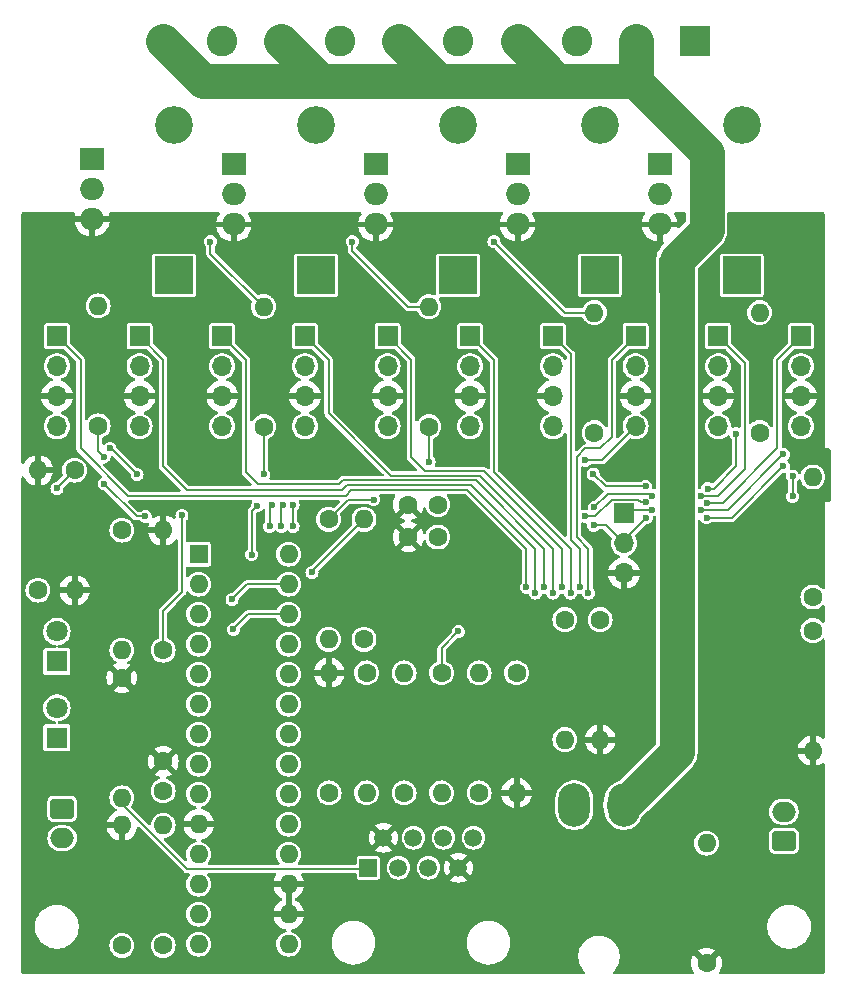
<source format=gbr>
%TF.GenerationSoftware,KiCad,Pcbnew,8.0.4*%
%TF.CreationDate,2025-03-05T00:33:19-06:00*%
%TF.ProjectId,hand_pcb,68616e64-5f70-4636-922e-6b696361645f,rev?*%
%TF.SameCoordinates,Original*%
%TF.FileFunction,Copper,L2,Bot*%
%TF.FilePolarity,Positive*%
%FSLAX46Y46*%
G04 Gerber Fmt 4.6, Leading zero omitted, Abs format (unit mm)*
G04 Created by KiCad (PCBNEW 8.0.4) date 2025-03-05 00:33:19*
%MOMM*%
%LPD*%
G01*
G04 APERTURE LIST*
G04 Aperture macros list*
%AMRoundRect*
0 Rectangle with rounded corners*
0 $1 Rounding radius*
0 $2 $3 $4 $5 $6 $7 $8 $9 X,Y pos of 4 corners*
0 Add a 4 corners polygon primitive as box body*
4,1,4,$2,$3,$4,$5,$6,$7,$8,$9,$2,$3,0*
0 Add four circle primitives for the rounded corners*
1,1,$1+$1,$2,$3*
1,1,$1+$1,$4,$5*
1,1,$1+$1,$6,$7*
1,1,$1+$1,$8,$9*
0 Add four rect primitives between the rounded corners*
20,1,$1+$1,$2,$3,$4,$5,0*
20,1,$1+$1,$4,$5,$6,$7,0*
20,1,$1+$1,$6,$7,$8,$9,0*
20,1,$1+$1,$8,$9,$2,$3,0*%
G04 Aperture macros list end*
%TA.AperFunction,ComponentPad*%
%ADD10C,1.600000*%
%TD*%
%TA.AperFunction,ComponentPad*%
%ADD11O,1.600000X1.600000*%
%TD*%
%TA.AperFunction,ComponentPad*%
%ADD12RoundRect,0.250001X1.099999X1.599999X-1.099999X1.599999X-1.099999X-1.599999X1.099999X-1.599999X0*%
%TD*%
%TA.AperFunction,ComponentPad*%
%ADD13O,2.700000X3.700000*%
%TD*%
%TA.AperFunction,ComponentPad*%
%ADD14R,2.600000X2.600000*%
%TD*%
%TA.AperFunction,ComponentPad*%
%ADD15C,2.600000*%
%TD*%
%TA.AperFunction,ComponentPad*%
%ADD16R,1.700000X1.700000*%
%TD*%
%TA.AperFunction,ComponentPad*%
%ADD17O,1.700000X1.700000*%
%TD*%
%TA.AperFunction,ComponentPad*%
%ADD18RoundRect,0.250000X0.750000X-0.600000X0.750000X0.600000X-0.750000X0.600000X-0.750000X-0.600000X0*%
%TD*%
%TA.AperFunction,ComponentPad*%
%ADD19O,2.000000X1.700000*%
%TD*%
%TA.AperFunction,ComponentPad*%
%ADD20R,1.800000X1.800000*%
%TD*%
%TA.AperFunction,ComponentPad*%
%ADD21C,1.800000*%
%TD*%
%TA.AperFunction,ComponentPad*%
%ADD22R,3.200000X3.200000*%
%TD*%
%TA.AperFunction,ComponentPad*%
%ADD23O,3.200000X3.200000*%
%TD*%
%TA.AperFunction,ComponentPad*%
%ADD24R,2.000000X1.905000*%
%TD*%
%TA.AperFunction,ComponentPad*%
%ADD25O,2.000000X1.905000*%
%TD*%
%TA.AperFunction,ComponentPad*%
%ADD26R,1.600000X1.600000*%
%TD*%
%TA.AperFunction,ComponentPad*%
%ADD27RoundRect,0.250000X-0.750000X0.600000X-0.750000X-0.600000X0.750000X-0.600000X0.750000X0.600000X0*%
%TD*%
%TA.AperFunction,ComponentPad*%
%ADD28R,1.500000X1.500000*%
%TD*%
%TA.AperFunction,ComponentPad*%
%ADD29C,1.500000*%
%TD*%
%TA.AperFunction,ViaPad*%
%ADD30C,0.600000*%
%TD*%
%TA.AperFunction,Conductor*%
%ADD31C,0.200000*%
%TD*%
%TA.AperFunction,Conductor*%
%ADD32C,3.000000*%
%TD*%
G04 APERTURE END LIST*
D10*
%TO.P,R11,1*%
%TO.N,GND*%
X156500000Y-93920000D03*
D11*
%TO.P,R11,2*%
%TO.N,LIMIT_SW_L*%
X156500000Y-104080000D03*
%TD*%
D12*
%TO.P,J9,1,Pin_1*%
%TO.N,GND*%
X199002500Y-110200000D03*
D13*
%TO.P,J9,2,Pin_2*%
X194802500Y-110200000D03*
%TO.P,J9,3,Pin_3*%
%TO.N,+12V*%
X199002500Y-104700000D03*
%TO.P,J9,4,Pin_4*%
%TO.N,+5V*%
X194802500Y-104700000D03*
%TD*%
D10*
%TO.P,R19,1*%
%TO.N,DSCL-*%
X174042500Y-103670000D03*
D11*
%TO.P,R19,2*%
%TO.N,GND*%
X174042500Y-93510000D03*
%TD*%
D14*
%TO.P,J1,1,Pin_1*%
%TO.N,Net-(D5-A)*%
X205000000Y-40000000D03*
D15*
%TO.P,J1,2,Pin_2*%
%TO.N,+12V*%
X200000000Y-40000000D03*
%TO.P,J1,3,Pin_3*%
%TO.N,Net-(D4-A)*%
X195000000Y-40000000D03*
%TO.P,J1,4,Pin_4*%
%TO.N,+12V*%
X190000000Y-40000000D03*
%TO.P,J1,5,Pin_5*%
%TO.N,Net-(D3-A)*%
X185000000Y-40000000D03*
%TO.P,J1,6,Pin_6*%
%TO.N,+12V*%
X180000000Y-40000000D03*
%TO.P,J1,7,Pin_7*%
%TO.N,Net-(D2-A)*%
X175000000Y-40000000D03*
%TO.P,J1,8,Pin_8*%
%TO.N,+12V*%
X170000000Y-40000000D03*
%TO.P,J1,9,Pin_9*%
%TO.N,Net-(D1-A)*%
X165000000Y-40000000D03*
%TO.P,J1,10,Pin_10*%
%TO.N,+12V*%
X160000000Y-40000000D03*
%TD*%
D16*
%TO.P,M9,1,PWM*%
%TO.N,Net-(J3-Pin_4)*%
X207000000Y-65000000D03*
D17*
%TO.P,M9,2,+*%
%TO.N,+5V*%
X207000000Y-67540000D03*
%TO.P,M9,3,-*%
%TO.N,GND*%
X207000000Y-70080000D03*
%TO.P,M9,4,FB*%
%TO.N,SERVO_FB_9*%
X207000000Y-72620000D03*
%TD*%
D18*
%TO.P,J4,1,Pin_1*%
%TO.N,+5V*%
X212550000Y-107750000D03*
D19*
%TO.P,J4,2,Pin_2*%
%TO.N,LIMIT_SW_R*%
X212550000Y-105250000D03*
%TD*%
D20*
%TO.P,D6,1,K*%
%TO.N,Net-(D6-K)*%
X151000000Y-99000000D03*
D21*
%TO.P,D6,2,A*%
%TO.N,LED1*%
X151000000Y-96460000D03*
%TD*%
D10*
%TO.P,R8,1*%
%TO.N,Net-(U1-A0)*%
X197000000Y-89000000D03*
D11*
%TO.P,R8,2*%
%TO.N,GND*%
X197000000Y-99160000D03*
%TD*%
D22*
%TO.P,D5,1,K*%
%TO.N,+12V*%
X208975556Y-59850000D03*
D23*
%TO.P,D5,2,A*%
%TO.N,Net-(D5-A)*%
X208975556Y-47150000D03*
%TD*%
D10*
%TO.P,R23,1*%
%TO.N,Net-(U4-ADDR)*%
X160000000Y-91580000D03*
D11*
%TO.P,R23,2*%
%TO.N,GND*%
X160000000Y-81420000D03*
%TD*%
D10*
%TO.P,R12,1*%
%TO.N,+5V*%
X183567500Y-93510000D03*
D11*
%TO.P,R12,2*%
%TO.N,DSDA+*%
X183567500Y-103670000D03*
%TD*%
D10*
%TO.P,R14,1*%
%TO.N,DSDA-*%
X189917500Y-93510000D03*
D11*
%TO.P,R14,2*%
%TO.N,GND*%
X189917500Y-103670000D03*
%TD*%
D24*
%TO.P,Q3,1,G*%
%TO.N,Net-(Q3-G)*%
X178000000Y-50460000D03*
D25*
%TO.P,Q3,2,D*%
%TO.N,Net-(D3-A)*%
X178000000Y-53000000D03*
%TO.P,Q3,3,S*%
%TO.N,GND*%
X178000000Y-55540000D03*
%TD*%
D10*
%TO.P,R16,1*%
%TO.N,SCL*%
X174000000Y-80500000D03*
D11*
%TO.P,R16,2*%
%TO.N,+5V*%
X174000000Y-90660000D03*
%TD*%
D10*
%TO.P,R5,1*%
%TO.N,Net-(U2-GPA2)*%
X182500000Y-72660000D03*
D11*
%TO.P,R5,2*%
%TO.N,Net-(Q3-G)*%
X182500000Y-62500000D03*
%TD*%
D10*
%TO.P,R3,1*%
%TO.N,Net-(U2-A0)*%
X156500000Y-116580000D03*
D11*
%TO.P,R3,2*%
%TO.N,GND*%
X156500000Y-106420000D03*
%TD*%
D16*
%TO.P,M4,1,PWM*%
%TO.N,Net-(J2-Pin_4)*%
X172000000Y-65000000D03*
D17*
%TO.P,M4,2,+*%
%TO.N,+5V*%
X172000000Y-67540000D03*
%TO.P,M4,3,-*%
%TO.N,GND*%
X172000000Y-70080000D03*
%TO.P,M4,4,FB*%
%TO.N,SERVO_FB_4*%
X172000000Y-72620000D03*
%TD*%
D10*
%TO.P,C3,1*%
%TO.N,+5V*%
X183250000Y-82000000D03*
%TO.P,C3,2*%
%TO.N,GND*%
X180750000Y-82000000D03*
%TD*%
D16*
%TO.P,M1,1,PWM*%
%TO.N,Net-(J2-Pin_1)*%
X151000000Y-65000000D03*
D17*
%TO.P,M1,2,+*%
%TO.N,+5V*%
X151000000Y-67540000D03*
%TO.P,M1,3,-*%
%TO.N,GND*%
X151000000Y-70080000D03*
%TO.P,M1,4,FB*%
%TO.N,SERVO_FB_1*%
X151000000Y-72620000D03*
%TD*%
D24*
%TO.P,Q1,1,G*%
%TO.N,Net-(Q1-G)*%
X153975556Y-50000000D03*
D25*
%TO.P,Q1,2,D*%
%TO.N,Net-(D1-A)*%
X153975556Y-52540000D03*
%TO.P,Q1,3,S*%
%TO.N,GND*%
X153975556Y-55080000D03*
%TD*%
D22*
%TO.P,D3,1,K*%
%TO.N,+12V*%
X184951111Y-59850000D03*
D23*
%TO.P,D3,2,A*%
%TO.N,Net-(D3-A)*%
X184951111Y-47150000D03*
%TD*%
D16*
%TO.P,M10,1,PWM*%
%TO.N,Net-(J3-Pin_5)*%
X214000000Y-65000000D03*
D17*
%TO.P,M10,2,+*%
%TO.N,+5V*%
X214000000Y-67540000D03*
%TO.P,M10,3,-*%
%TO.N,GND*%
X214000000Y-70080000D03*
%TO.P,M10,4,FB*%
%TO.N,SERVO_FB_10*%
X214000000Y-72620000D03*
%TD*%
D10*
%TO.P,R13,1*%
%TO.N,DSDA+*%
X186742500Y-103670000D03*
D11*
%TO.P,R13,2*%
%TO.N,DSDA-*%
X186742500Y-93510000D03*
%TD*%
D26*
%TO.P,U2,1,GPB0*%
%TO.N,unconnected-(U2-GPB0-Pad1)*%
X163000000Y-83460000D03*
D11*
%TO.P,U2,2,GPB1*%
%TO.N,unconnected-(U2-GPB1-Pad2)*%
X163000000Y-86000000D03*
%TO.P,U2,3,GPB2*%
%TO.N,unconnected-(U2-GPB2-Pad3)*%
X163000000Y-88540000D03*
%TO.P,U2,4,GPB3*%
%TO.N,unconnected-(U2-GPB3-Pad4)*%
X163000000Y-91080000D03*
%TO.P,U2,5,GPB4*%
%TO.N,unconnected-(U2-GPB4-Pad5)*%
X163000000Y-93620000D03*
%TO.P,U2,6,GPB5*%
%TO.N,unconnected-(U2-GPB5-Pad6)*%
X163000000Y-96160000D03*
%TO.P,U2,7,GPB6*%
%TO.N,unconnected-(U2-GPB6-Pad7)*%
X163000000Y-98700000D03*
%TO.P,U2,8,GPB7*%
%TO.N,unconnected-(U2-GPB7-Pad8)*%
X163000000Y-101240000D03*
%TO.P,U2,9,VDD*%
%TO.N,+5V*%
X163000000Y-103780000D03*
%TO.P,U2,10,VSS*%
%TO.N,GND*%
X163000000Y-106320000D03*
%TO.P,U2,11,NC*%
%TO.N,unconnected-(U2-NC-Pad11)*%
X163000000Y-108860000D03*
%TO.P,U2,12,SCK*%
%TO.N,SCL*%
X163000000Y-111400000D03*
%TO.P,U2,13,SDA*%
%TO.N,SDA*%
X163000000Y-113940000D03*
%TO.P,U2,14,NC*%
%TO.N,unconnected-(U2-NC-Pad14)*%
X163000000Y-116480000D03*
%TO.P,U2,15,A0*%
%TO.N,Net-(U2-A0)*%
X170620000Y-116480000D03*
%TO.P,U2,16,A1*%
%TO.N,GND*%
X170620000Y-113940000D03*
%TO.P,U2,17,A2*%
X170620000Y-111400000D03*
%TO.P,U2,18,~{RESET}*%
%TO.N,+5V*%
X170620000Y-108860000D03*
%TO.P,U2,19,INTB*%
%TO.N,unconnected-(U2-INTB-Pad19)*%
X170620000Y-106320000D03*
%TO.P,U2,20,INTA*%
%TO.N,unconnected-(U2-INTA-Pad20)*%
X170620000Y-103780000D03*
%TO.P,U2,21,GPA0*%
%TO.N,Net-(U2-GPA0)*%
X170620000Y-101240000D03*
%TO.P,U2,22,GPA1*%
%TO.N,Net-(U2-GPA1)*%
X170620000Y-98700000D03*
%TO.P,U2,23,GPA2*%
%TO.N,Net-(U2-GPA2)*%
X170620000Y-96160000D03*
%TO.P,U2,24,GPA3*%
%TO.N,Net-(U2-GPA3)*%
X170620000Y-93620000D03*
%TO.P,U2,25,GPA4*%
%TO.N,Net-(U2-GPA4)*%
X170620000Y-91080000D03*
%TO.P,U2,26,GPA5*%
%TO.N,LED1*%
X170620000Y-88540000D03*
%TO.P,U2,27,GPA6*%
%TO.N,LED2*%
X170620000Y-86000000D03*
%TO.P,U2,28,GPA7*%
%TO.N,unconnected-(U2-GPA7-Pad28)*%
X170620000Y-83460000D03*
%TD*%
D24*
%TO.P,Q2,1,G*%
%TO.N,Net-(Q2-G)*%
X165987778Y-50460000D03*
D25*
%TO.P,Q2,2,D*%
%TO.N,Net-(D2-A)*%
X165987778Y-53000000D03*
%TO.P,Q2,3,S*%
%TO.N,GND*%
X165987778Y-55540000D03*
%TD*%
D16*
%TO.P,M7,1,PWM*%
%TO.N,Net-(J3-Pin_2)*%
X193000000Y-65000000D03*
D17*
%TO.P,M7,2,+*%
%TO.N,+5V*%
X193000000Y-67540000D03*
%TO.P,M7,3,-*%
%TO.N,GND*%
X193000000Y-70080000D03*
%TO.P,M7,4,FB*%
%TO.N,SERVO_FB_7*%
X193000000Y-72620000D03*
%TD*%
D20*
%TO.P,D7,1,K*%
%TO.N,Net-(D7-K)*%
X151000000Y-92540000D03*
D21*
%TO.P,D7,2,A*%
%TO.N,LED2*%
X151000000Y-90000000D03*
%TD*%
D16*
%TO.P,M5,1,PWM*%
%TO.N,Net-(J2-Pin_5)*%
X179000000Y-65000000D03*
D17*
%TO.P,M5,2,+*%
%TO.N,+5V*%
X179000000Y-67540000D03*
%TO.P,M5,3,-*%
%TO.N,GND*%
X179000000Y-70080000D03*
%TO.P,M5,4,FB*%
%TO.N,SERVO_FB_5*%
X179000000Y-72620000D03*
%TD*%
D24*
%TO.P,Q4,1,G*%
%TO.N,Net-(Q4-G)*%
X190012222Y-50460000D03*
D25*
%TO.P,Q4,2,D*%
%TO.N,Net-(D4-A)*%
X190012222Y-53000000D03*
%TO.P,Q4,3,S*%
%TO.N,GND*%
X190012222Y-55540000D03*
%TD*%
D22*
%TO.P,D2,1,K*%
%TO.N,+12V*%
X172938889Y-59850000D03*
D23*
%TO.P,D2,2,A*%
%TO.N,Net-(D2-A)*%
X172938889Y-47150000D03*
%TD*%
D22*
%TO.P,D4,1,K*%
%TO.N,+12V*%
X196963333Y-59850000D03*
D23*
%TO.P,D4,2,A*%
%TO.N,Net-(D4-A)*%
X196963333Y-47150000D03*
%TD*%
D10*
%TO.P,R9,1*%
%TO.N,Net-(U1-A0)*%
X194000000Y-89000000D03*
D11*
%TO.P,R9,2*%
%TO.N,+5V*%
X194000000Y-99160000D03*
%TD*%
D10*
%TO.P,C1,1*%
%TO.N,+5V*%
X160000000Y-103500000D03*
%TO.P,C1,2*%
%TO.N,GND*%
X160000000Y-101000000D03*
%TD*%
%TO.P,R21,1*%
%TO.N,Net-(D7-K)*%
X152500000Y-76340000D03*
D11*
%TO.P,R21,2*%
%TO.N,GND*%
X152500000Y-86500000D03*
%TD*%
D27*
%TO.P,J5,1,Pin_1*%
%TO.N,+5V*%
X151450000Y-105000000D03*
D19*
%TO.P,J5,2,Pin_2*%
%TO.N,LIMIT_SW_L*%
X151450000Y-107500000D03*
%TD*%
D16*
%TO.P,M3,1,PWM*%
%TO.N,Net-(J2-Pin_3)*%
X165000000Y-65000000D03*
D17*
%TO.P,M3,2,+*%
%TO.N,+5V*%
X165000000Y-67540000D03*
%TO.P,M3,3,-*%
%TO.N,GND*%
X165000000Y-70080000D03*
%TO.P,M3,4,FB*%
%TO.N,SERVO_FB_3*%
X165000000Y-72620000D03*
%TD*%
D10*
%TO.P,R15,1*%
%TO.N,+5V*%
X177000000Y-90660000D03*
D11*
%TO.P,R15,2*%
%TO.N,SDA*%
X177000000Y-80500000D03*
%TD*%
D10*
%TO.P,R10,1*%
%TO.N,GND*%
X206000000Y-118080000D03*
D11*
%TO.P,R10,2*%
%TO.N,LIMIT_SW_R*%
X206000000Y-107920000D03*
%TD*%
D22*
%TO.P,D1,1,K*%
%TO.N,+12V*%
X160926667Y-59850000D03*
D23*
%TO.P,D1,2,A*%
%TO.N,Net-(D1-A)*%
X160926667Y-47150000D03*
%TD*%
D24*
%TO.P,Q5,1,G*%
%TO.N,Net-(Q5-G)*%
X202024444Y-50460000D03*
D25*
%TO.P,Q5,2,D*%
%TO.N,Net-(D5-A)*%
X202024444Y-53000000D03*
%TO.P,Q5,3,S*%
%TO.N,GND*%
X202024444Y-55540000D03*
%TD*%
D10*
%TO.P,R7,1*%
%TO.N,Net-(U2-GPA4)*%
X210500000Y-73160000D03*
D11*
%TO.P,R7,2*%
%TO.N,Net-(Q5-G)*%
X210500000Y-63000000D03*
%TD*%
D10*
%TO.P,R17,1*%
%TO.N,+5V*%
X180392500Y-103670000D03*
D11*
%TO.P,R17,2*%
%TO.N,DSCL+*%
X180392500Y-93510000D03*
%TD*%
D28*
%TO.P,J10,1*%
%TO.N,LIMIT_SW_L*%
X177380000Y-110000000D03*
D29*
%TO.P,J10,2*%
%TO.N,GND*%
X178650000Y-107460000D03*
%TO.P,J10,3*%
%TO.N,DSCL-*%
X179920000Y-110000000D03*
%TO.P,J10,4*%
%TO.N,DSCL+*%
X181190000Y-107460000D03*
%TO.P,J10,5*%
%TO.N,DSDA+*%
X182460000Y-110000000D03*
%TO.P,J10,6*%
%TO.N,DSDA-*%
X183730000Y-107460000D03*
%TO.P,J10,7*%
%TO.N,GND*%
X185000000Y-110000000D03*
%TO.P,J10,8*%
%TO.N,LIMIT_SW_R*%
X186270000Y-107460000D03*
%TD*%
D10*
%TO.P,C2,1*%
%TO.N,+5V*%
X183250000Y-79250000D03*
%TO.P,C2,2*%
%TO.N,GND*%
X180750000Y-79250000D03*
%TD*%
%TO.P,R4,1*%
%TO.N,Net-(U2-A0)*%
X160000000Y-116580000D03*
D11*
%TO.P,R4,2*%
%TO.N,+5V*%
X160000000Y-106420000D03*
%TD*%
D10*
%TO.P,R25,1*%
%TO.N,Net-(U5-ADDR)*%
X215000000Y-89920000D03*
D11*
%TO.P,R25,2*%
%TO.N,GND*%
X215000000Y-100080000D03*
%TD*%
D10*
%TO.P,R18,1*%
%TO.N,DSCL+*%
X177217500Y-93510000D03*
D11*
%TO.P,R18,2*%
%TO.N,DSCL-*%
X177217500Y-103670000D03*
%TD*%
D16*
%TO.P,M6,1,PWM*%
%TO.N,Net-(J3-Pin_1)*%
X186000000Y-65000000D03*
D17*
%TO.P,M6,2,+*%
%TO.N,+5V*%
X186000000Y-67540000D03*
%TO.P,M6,3,-*%
%TO.N,GND*%
X186000000Y-70080000D03*
%TO.P,M6,4,FB*%
%TO.N,SERVO_FB_6*%
X186000000Y-72620000D03*
%TD*%
D16*
%TO.P,M8,1,PWM*%
%TO.N,Net-(J3-Pin_3)*%
X200000000Y-65000000D03*
D17*
%TO.P,M8,2,+*%
%TO.N,+5V*%
X200000000Y-67540000D03*
%TO.P,M8,3,-*%
%TO.N,GND*%
X200000000Y-70080000D03*
%TO.P,M8,4,FB*%
%TO.N,SERVO_FB_8*%
X200000000Y-72620000D03*
%TD*%
D10*
%TO.P,R20,1*%
%TO.N,Net-(D6-K)*%
X149394119Y-86500000D03*
D11*
%TO.P,R20,2*%
%TO.N,GND*%
X149394119Y-76340000D03*
%TD*%
D10*
%TO.P,R22,1*%
%TO.N,Net-(U4-DECAP)*%
X156500000Y-81420000D03*
D11*
%TO.P,R22,2*%
%TO.N,Net-(U4-ADDR)*%
X156500000Y-91580000D03*
%TD*%
D10*
%TO.P,R1,1*%
%TO.N,Net-(U2-GPA0)*%
X154500000Y-72580000D03*
D11*
%TO.P,R1,2*%
%TO.N,Net-(Q1-G)*%
X154500000Y-62420000D03*
%TD*%
D10*
%TO.P,R24,1*%
%TO.N,Net-(U5-DECAP)*%
X215000000Y-87080000D03*
D11*
%TO.P,R24,2*%
%TO.N,Net-(U5-ADDR)*%
X215000000Y-76920000D03*
%TD*%
D10*
%TO.P,R6,1*%
%TO.N,Net-(U2-GPA3)*%
X196500000Y-73160000D03*
D11*
%TO.P,R6,2*%
%TO.N,Net-(Q4-G)*%
X196500000Y-63000000D03*
%TD*%
D16*
%TO.P,M2,1,PWM*%
%TO.N,Net-(J2-Pin_2)*%
X158000000Y-65000000D03*
D17*
%TO.P,M2,2,+*%
%TO.N,+5V*%
X158000000Y-67540000D03*
%TO.P,M2,3,-*%
%TO.N,GND*%
X158000000Y-70080000D03*
%TO.P,M2,4,FB*%
%TO.N,SERVO_FB_2*%
X158000000Y-72620000D03*
%TD*%
D16*
%TO.P,J7,1,Pin_1*%
%TO.N,SDA*%
X199000000Y-80000000D03*
D17*
%TO.P,J7,2,Pin_2*%
%TO.N,SCL*%
X199000000Y-82540000D03*
%TO.P,J7,3,Pin_3*%
%TO.N,GND*%
X199000000Y-85080000D03*
%TD*%
D10*
%TO.P,R2,1*%
%TO.N,Net-(U2-GPA1)*%
X168500000Y-72660000D03*
D11*
%TO.P,R2,2*%
%TO.N,Net-(Q2-G)*%
X168500000Y-62500000D03*
%TD*%
D30*
%TO.N,GND*%
X179719147Y-85336672D03*
X192500000Y-80000000D03*
X189000000Y-86000000D03*
X160000000Y-79100000D03*
X212324753Y-79447714D03*
%TO.N,+5V*%
X213292211Y-78552833D03*
X213290237Y-76841500D03*
X185000000Y-90000000D03*
%TO.N,+12V*%
X203496853Y-59821076D03*
X203496853Y-60821076D03*
X203496853Y-58821076D03*
X202496853Y-59821076D03*
X202496853Y-58821076D03*
X204496853Y-58821076D03*
X204496853Y-60821076D03*
X204496853Y-59821076D03*
X202496853Y-60821076D03*
%TO.N,LED1*%
X165928921Y-89822303D03*
%TO.N,Net-(D7-K)*%
X151000000Y-77885484D03*
%TO.N,LED2*%
X165831188Y-87290129D03*
%TO.N,Net-(J2-Pin_3)*%
X192250000Y-86250000D03*
%TO.N,Net-(J2-Pin_5)*%
X193750000Y-86250000D03*
%TO.N,Net-(J2-Pin_2)*%
X191500000Y-86750000D03*
%TO.N,Net-(J2-Pin_1)*%
X190750000Y-86250000D03*
%TO.N,Net-(J2-Pin_4)*%
X193000000Y-86750000D03*
%TO.N,Net-(J3-Pin_5)*%
X195741051Y-80250000D03*
X206029154Y-79100000D03*
X200865912Y-79076137D03*
%TO.N,Net-(J3-Pin_2)*%
X195250000Y-86250000D03*
%TO.N,Net-(J3-Pin_1)*%
X194500000Y-86750000D03*
%TO.N,Net-(J3-Pin_3)*%
X196000000Y-86750000D03*
%TO.N,Net-(J3-Pin_4)*%
X205500000Y-78500000D03*
X201420951Y-78500000D03*
X196500000Y-79500000D03*
%TO.N,SDA*%
X172600000Y-85000000D03*
X212500000Y-75000000D03*
X205500000Y-79700000D03*
X201366711Y-79700000D03*
%TO.N,SCL*%
X177825735Y-78825735D03*
X196439744Y-81000000D03*
X206000000Y-80369689D03*
X200899305Y-80369689D03*
X212500000Y-76000000D03*
%TO.N,SERVO_FB_1*%
X157793750Y-76706250D03*
X155500000Y-74500000D03*
%TO.N,SERVO_FB_8*%
X195750000Y-75500000D03*
%TO.N,Net-(Q2-G)*%
X164000000Y-57000000D03*
%TO.N,Net-(Q3-G)*%
X176000000Y-57000000D03*
%TO.N,Net-(Q4-G)*%
X188000000Y-57000000D03*
%TO.N,Net-(U2-GPA0)*%
X155000000Y-77500000D03*
X154987588Y-75208631D03*
X158500000Y-80250000D03*
%TO.N,Net-(U2-GPA1)*%
X167973803Y-79358919D03*
X167500000Y-83500000D03*
X168500000Y-76696677D03*
%TO.N,Net-(U2-GPA2)*%
X169240052Y-79259948D03*
X169000000Y-81100000D03*
X182500000Y-75660921D03*
%TO.N,Net-(U2-GPA3)*%
X170000000Y-81100000D03*
X170124387Y-79250000D03*
%TO.N,Net-(U2-GPA4)*%
X171000000Y-79257040D03*
X206090073Y-77894607D03*
X196401136Y-76667276D03*
X208500000Y-73250000D03*
X200849595Y-77722303D03*
X171000000Y-81100000D03*
%TO.N,Net-(U4-ADDR)*%
X161583180Y-80166820D03*
%TD*%
D31*
%TO.N,+5V*%
X183567500Y-91432500D02*
X185000000Y-90000000D01*
X183567500Y-93510000D02*
X183567500Y-91432500D01*
X213290237Y-76841500D02*
X213290237Y-78550859D01*
X213290237Y-78550859D02*
X213292211Y-78552833D01*
D32*
%TO.N,+12V*%
X183350000Y-43350000D02*
X173350000Y-43350000D01*
X193350000Y-43350000D02*
X183350000Y-43350000D01*
X199850000Y-43350000D02*
X193350000Y-43350000D01*
X206000000Y-49500000D02*
X200000000Y-43500000D01*
X203500000Y-100202500D02*
X199002500Y-104700000D01*
X200000000Y-43500000D02*
X200000000Y-40000000D01*
X173350000Y-43350000D02*
X163350000Y-43350000D01*
X203494790Y-59321078D02*
X203494790Y-58548263D01*
X200000000Y-43500000D02*
X199850000Y-43350000D01*
X203500000Y-59500000D02*
X203500000Y-100202500D01*
X183350000Y-43350000D02*
X180000000Y-40000000D01*
X193350000Y-43350000D02*
X190000000Y-40000000D01*
X163350000Y-43350000D02*
X160000000Y-40000000D01*
X203494790Y-58548263D02*
X206000000Y-56043053D01*
X206000000Y-56043053D02*
X206000000Y-49500000D01*
X173350000Y-43350000D02*
X170000000Y-40000000D01*
D31*
%TO.N,LED1*%
X167211224Y-88540000D02*
X170620000Y-88540000D01*
X165928921Y-89822303D02*
X167211224Y-88540000D01*
%TO.N,Net-(D7-K)*%
X151000000Y-77840000D02*
X152500000Y-76340000D01*
%TO.N,LED2*%
X167121317Y-86000000D02*
X165831188Y-87290129D01*
X170620000Y-86000000D02*
X167121317Y-86000000D01*
%TO.N,Net-(J2-Pin_3)*%
X175201471Y-77200000D02*
X186450000Y-77200000D01*
X165000000Y-65000000D02*
X167000000Y-67000000D01*
X168000000Y-77500000D02*
X174901471Y-77500000D01*
X186450000Y-77200000D02*
X192250000Y-83000000D01*
X167000000Y-76500000D02*
X168000000Y-77500000D01*
X167000000Y-67000000D02*
X167000000Y-76500000D01*
X192250000Y-83000000D02*
X192250000Y-86250000D01*
X174901471Y-77500000D02*
X175201471Y-77200000D01*
%TO.N,Net-(J2-Pin_5)*%
X182150000Y-76400000D02*
X187150000Y-76400000D01*
X193750000Y-83000000D02*
X193750000Y-86250000D01*
X187150000Y-76400000D02*
X193750000Y-83000000D01*
X181000000Y-67000000D02*
X181000000Y-75250000D01*
X181000000Y-75250000D02*
X182150000Y-76400000D01*
X179000000Y-65000000D02*
X181000000Y-67000000D01*
%TO.N,Net-(J2-Pin_2)*%
X160000000Y-67000000D02*
X160000000Y-76000000D01*
X158000000Y-65000000D02*
X160000000Y-67000000D01*
X175532760Y-77600000D02*
X186100000Y-77600000D01*
X175132760Y-78000000D02*
X175532760Y-77600000D01*
X191500000Y-83000000D02*
X191500000Y-86750000D01*
X186100000Y-77600000D02*
X191500000Y-83000000D01*
X160000000Y-76000000D02*
X162000000Y-78000000D01*
X162000000Y-78000000D02*
X175132760Y-78000000D01*
%TO.N,Net-(J2-Pin_1)*%
X190750000Y-83000000D02*
X185750000Y-78000000D01*
X190750000Y-86250000D02*
X190750000Y-83000000D01*
X157000000Y-78500000D02*
X153000000Y-74500000D01*
X185750000Y-78000000D02*
X175934315Y-78000000D01*
X175434315Y-78500000D02*
X157000000Y-78500000D01*
X175934315Y-78000000D02*
X175434315Y-78500000D01*
X153000000Y-67000000D02*
X151000000Y-65000000D01*
X153000000Y-74500000D02*
X153000000Y-67000000D01*
%TO.N,Net-(J2-Pin_4)*%
X186800000Y-76800000D02*
X193000000Y-83000000D01*
X193000000Y-83000000D02*
X193000000Y-86750000D01*
X174000000Y-67000000D02*
X174000000Y-71500000D01*
X179300000Y-76800000D02*
X186800000Y-76800000D01*
X174000000Y-71500000D02*
X179300000Y-76800000D01*
X172000000Y-65000000D02*
X174000000Y-67000000D01*
%TO.N,Net-(J3-Pin_5)*%
X197998529Y-78850000D02*
X196598529Y-80250000D01*
X200233985Y-78850000D02*
X197998529Y-78850000D01*
X206029154Y-79100000D02*
X207400000Y-79100000D01*
X212000000Y-67000000D02*
X214000000Y-65000000D01*
X196598529Y-80250000D02*
X195741051Y-80250000D01*
X207400000Y-79100000D02*
X212000000Y-74500000D01*
X200460122Y-79076137D02*
X200233985Y-78850000D01*
X212000000Y-74500000D02*
X212000000Y-67000000D01*
X200865912Y-79076137D02*
X200460122Y-79076137D01*
%TO.N,Net-(J3-Pin_2)*%
X194500000Y-66500000D02*
X194500000Y-82250000D01*
X193000000Y-65000000D02*
X194500000Y-66500000D01*
X195250000Y-83000000D02*
X195250000Y-86250000D01*
X194500000Y-82250000D02*
X195250000Y-83000000D01*
%TO.N,Net-(J3-Pin_1)*%
X186000000Y-65000000D02*
X188000000Y-67000000D01*
X188000000Y-67000000D02*
X188000000Y-76500000D01*
X188000000Y-76500000D02*
X194500000Y-83000000D01*
X194500000Y-83000000D02*
X194500000Y-86750000D01*
%TO.N,Net-(J3-Pin_3)*%
X195750000Y-74500000D02*
X195000000Y-75250000D01*
X200000000Y-65000000D02*
X198000000Y-67000000D01*
X198000000Y-67000000D02*
X198000000Y-73500000D01*
X196000000Y-83000000D02*
X196000000Y-86750000D01*
X195000000Y-82000000D02*
X196000000Y-83000000D01*
X197000000Y-74500000D02*
X195750000Y-74500000D01*
X198000000Y-73500000D02*
X197000000Y-74500000D01*
X195000000Y-75250000D02*
X195000000Y-82000000D01*
%TO.N,Net-(J3-Pin_4)*%
X207000000Y-78500000D02*
X209244184Y-76255816D01*
X205500000Y-78500000D02*
X207000000Y-78500000D01*
X201420951Y-78500000D02*
X201243254Y-78322303D01*
X197677697Y-78322303D02*
X196500000Y-79500000D01*
X209244184Y-67244184D02*
X207000000Y-65000000D01*
X201243254Y-78322303D02*
X197677697Y-78322303D01*
X209244184Y-76255816D02*
X209244184Y-67244184D01*
%TO.N,LIMIT_SW_L*%
X162013166Y-110100183D02*
X177279817Y-110100183D01*
X156500000Y-104080000D02*
X156500000Y-104587017D01*
X156500000Y-104587017D02*
X162013166Y-110100183D01*
X177279817Y-110100183D02*
X177380000Y-110000000D01*
%TO.N,SDA*%
X177000000Y-80500000D02*
X172500000Y-85000000D01*
X207800000Y-79700000D02*
X205500000Y-79700000D01*
X201366711Y-79700000D02*
X199300000Y-79700000D01*
X212500000Y-75000000D02*
X207800000Y-79700000D01*
X199300000Y-79700000D02*
X199000000Y-80000000D01*
%TO.N,SCL*%
X206000000Y-80369689D02*
X208130311Y-80369689D01*
X197460000Y-81000000D02*
X199000000Y-82540000D01*
X208130311Y-80369689D02*
X212500000Y-76000000D01*
X177825735Y-78825735D02*
X175674265Y-78825735D01*
X196439744Y-81000000D02*
X197460000Y-81000000D01*
X175674265Y-78825735D02*
X174000000Y-80500000D01*
X199000000Y-82268994D02*
X199000000Y-82540000D01*
X199000000Y-82500000D02*
X199000000Y-82540000D01*
X200899305Y-80369689D02*
X199000000Y-82268994D01*
%TO.N,SERVO_FB_1*%
X157793750Y-76706250D02*
X155587500Y-74500000D01*
X155587500Y-74500000D02*
X155500000Y-74500000D01*
%TO.N,SERVO_FB_8*%
X195750000Y-75500000D02*
X197120000Y-75500000D01*
X197120000Y-75500000D02*
X200000000Y-72620000D01*
%TO.N,Net-(Q2-G)*%
X164000000Y-58000000D02*
X164000000Y-57000000D01*
X168500000Y-62500000D02*
X164000000Y-58000000D01*
%TO.N,Net-(Q3-G)*%
X182500000Y-62500000D02*
X180750000Y-62500000D01*
X180750000Y-62500000D02*
X176000000Y-57750000D01*
X176000000Y-57750000D02*
X176000000Y-57000000D01*
%TO.N,Net-(Q4-G)*%
X188000000Y-57000000D02*
X194000000Y-63000000D01*
X194000000Y-63000000D02*
X196500000Y-63000000D01*
%TO.N,Net-(U2-GPA0)*%
X154500000Y-74721043D02*
X154500000Y-72580000D01*
X154987588Y-75208631D02*
X154500000Y-74721043D01*
X157750000Y-80250000D02*
X155000000Y-77500000D01*
X158500000Y-80250000D02*
X157750000Y-80250000D01*
%TO.N,Net-(U2-GPA1)*%
X168500000Y-76696677D02*
X168500000Y-72660000D01*
X167500000Y-79832722D02*
X167973803Y-79358919D01*
X167500000Y-83500000D02*
X167500000Y-79832722D01*
%TO.N,Net-(U2-GPA2)*%
X182500000Y-75660921D02*
X182500000Y-72660000D01*
X169000000Y-79500000D02*
X169240052Y-79259948D01*
X169000000Y-81100000D02*
X169000000Y-79500000D01*
%TO.N,Net-(U2-GPA3)*%
X170000000Y-79374387D02*
X170124387Y-79250000D01*
X170000000Y-81100000D02*
X170000000Y-79374387D01*
%TO.N,Net-(U2-GPA4)*%
X208500000Y-73250000D02*
X208500000Y-73500000D01*
X208500000Y-76000000D02*
X208500000Y-73250000D01*
X206090073Y-77894607D02*
X206605393Y-77894607D01*
X206605393Y-77894607D02*
X208500000Y-76000000D01*
X196401136Y-76667276D02*
X197456163Y-77722303D01*
X171000000Y-81100000D02*
X171000000Y-79257040D01*
X197456163Y-77722303D02*
X200849595Y-77722303D01*
%TO.N,Net-(U4-ADDR)*%
X161583180Y-80166820D02*
X161583180Y-86666820D01*
X160000000Y-88250000D02*
X160000000Y-91580000D01*
X161583180Y-86666820D02*
X160000000Y-88250000D01*
%TD*%
%TA.AperFunction,Conductor*%
%TO.N,GND*%
G36*
X170870000Y-113624314D02*
G01*
X170865606Y-113619920D01*
X170774394Y-113567259D01*
X170672661Y-113540000D01*
X170567339Y-113540000D01*
X170465606Y-113567259D01*
X170374394Y-113619920D01*
X170370000Y-113624314D01*
X170370000Y-111715686D01*
X170374394Y-111720080D01*
X170465606Y-111772741D01*
X170567339Y-111800000D01*
X170672661Y-111800000D01*
X170774394Y-111772741D01*
X170865606Y-111720080D01*
X170870000Y-111715686D01*
X170870000Y-113624314D01*
G37*
%TD.AperFunction*%
%TA.AperFunction,Conductor*%
G36*
X152485629Y-54519685D02*
G01*
X152531384Y-54572489D01*
X152541328Y-54641647D01*
X152536521Y-54662319D01*
X152511321Y-54739871D01*
X152497047Y-54830000D01*
X153484808Y-54830000D01*
X153463038Y-54867708D01*
X153425556Y-55007591D01*
X153425556Y-55152409D01*
X153463038Y-55292292D01*
X153484808Y-55330000D01*
X152497047Y-55330000D01*
X152511321Y-55420128D01*
X152581973Y-55637570D01*
X152685767Y-55841276D01*
X152820153Y-56026242D01*
X152981813Y-56187902D01*
X153166779Y-56322288D01*
X153370485Y-56426082D01*
X153587927Y-56496734D01*
X153725556Y-56518532D01*
X153725556Y-55570747D01*
X153763264Y-55592518D01*
X153903147Y-55630000D01*
X154047965Y-55630000D01*
X154187848Y-55592518D01*
X154225556Y-55570747D01*
X154225556Y-56518531D01*
X154363184Y-56496734D01*
X154580626Y-56426082D01*
X154784332Y-56322288D01*
X154969298Y-56187902D01*
X155130958Y-56026242D01*
X155265344Y-55841276D01*
X155369138Y-55637570D01*
X155439790Y-55420128D01*
X155454065Y-55330000D01*
X154466304Y-55330000D01*
X154488074Y-55292292D01*
X154525556Y-55152409D01*
X154525556Y-55007591D01*
X154488074Y-54867708D01*
X154466304Y-54830000D01*
X155454065Y-54830000D01*
X155439790Y-54739871D01*
X155414591Y-54662319D01*
X155412596Y-54592478D01*
X155448675Y-54532645D01*
X155511376Y-54501816D01*
X155532522Y-54500000D01*
X164657130Y-54500000D01*
X164724169Y-54519685D01*
X164769924Y-54572489D01*
X164779868Y-54641647D01*
X164757448Y-54696886D01*
X164697989Y-54778723D01*
X164594195Y-54982429D01*
X164523543Y-55199871D01*
X164509269Y-55290000D01*
X165497030Y-55290000D01*
X165475260Y-55327708D01*
X165437778Y-55467591D01*
X165437778Y-55612409D01*
X165475260Y-55752292D01*
X165497030Y-55790000D01*
X164509269Y-55790000D01*
X164523543Y-55880128D01*
X164594195Y-56097570D01*
X164697989Y-56301276D01*
X164832375Y-56486242D01*
X164994035Y-56647902D01*
X165179001Y-56782288D01*
X165382707Y-56886082D01*
X165600149Y-56956734D01*
X165737778Y-56978532D01*
X165737778Y-56030747D01*
X165775486Y-56052518D01*
X165915369Y-56090000D01*
X166060187Y-56090000D01*
X166200070Y-56052518D01*
X166237778Y-56030747D01*
X166237778Y-56978531D01*
X166375406Y-56956734D01*
X166592848Y-56886082D01*
X166796554Y-56782288D01*
X166981520Y-56647902D01*
X167143180Y-56486242D01*
X167277566Y-56301276D01*
X167381360Y-56097570D01*
X167452012Y-55880128D01*
X167466287Y-55790000D01*
X166478526Y-55790000D01*
X166500296Y-55752292D01*
X166537778Y-55612409D01*
X166537778Y-55467591D01*
X166500296Y-55327708D01*
X166478526Y-55290000D01*
X167466287Y-55290000D01*
X167452012Y-55199871D01*
X167381360Y-54982429D01*
X167277566Y-54778723D01*
X167218108Y-54696886D01*
X167194628Y-54631079D01*
X167210453Y-54563025D01*
X167260559Y-54514330D01*
X167318426Y-54500000D01*
X176669352Y-54500000D01*
X176736391Y-54519685D01*
X176782146Y-54572489D01*
X176792090Y-54641647D01*
X176769670Y-54696886D01*
X176710211Y-54778723D01*
X176606417Y-54982429D01*
X176535765Y-55199871D01*
X176521491Y-55290000D01*
X177509252Y-55290000D01*
X177487482Y-55327708D01*
X177450000Y-55467591D01*
X177450000Y-55612409D01*
X177487482Y-55752292D01*
X177509252Y-55790000D01*
X176521491Y-55790000D01*
X176535765Y-55880128D01*
X176606417Y-56097570D01*
X176710211Y-56301276D01*
X176844597Y-56486242D01*
X177006257Y-56647902D01*
X177191223Y-56782288D01*
X177394929Y-56886082D01*
X177612371Y-56956734D01*
X177750000Y-56978532D01*
X177750000Y-56030747D01*
X177787708Y-56052518D01*
X177927591Y-56090000D01*
X178072409Y-56090000D01*
X178212292Y-56052518D01*
X178250000Y-56030747D01*
X178250000Y-56978531D01*
X178387628Y-56956734D01*
X178605070Y-56886082D01*
X178808776Y-56782288D01*
X178993742Y-56647902D01*
X179155402Y-56486242D01*
X179289788Y-56301276D01*
X179393582Y-56097570D01*
X179464234Y-55880128D01*
X179478509Y-55790000D01*
X178490748Y-55790000D01*
X178512518Y-55752292D01*
X178550000Y-55612409D01*
X178550000Y-55467591D01*
X178512518Y-55327708D01*
X178490748Y-55290000D01*
X179478509Y-55290000D01*
X179464234Y-55199871D01*
X179393582Y-54982429D01*
X179289788Y-54778723D01*
X179230330Y-54696886D01*
X179206850Y-54631079D01*
X179222675Y-54563025D01*
X179272781Y-54514330D01*
X179330648Y-54500000D01*
X188681574Y-54500000D01*
X188748613Y-54519685D01*
X188794368Y-54572489D01*
X188804312Y-54641647D01*
X188781892Y-54696886D01*
X188722433Y-54778723D01*
X188618639Y-54982429D01*
X188547987Y-55199871D01*
X188533713Y-55290000D01*
X189521474Y-55290000D01*
X189499704Y-55327708D01*
X189462222Y-55467591D01*
X189462222Y-55612409D01*
X189499704Y-55752292D01*
X189521474Y-55790000D01*
X188533713Y-55790000D01*
X188547987Y-55880128D01*
X188618639Y-56097570D01*
X188722433Y-56301276D01*
X188856819Y-56486242D01*
X189018479Y-56647902D01*
X189203445Y-56782288D01*
X189407151Y-56886082D01*
X189624593Y-56956734D01*
X189762222Y-56978532D01*
X189762222Y-56030747D01*
X189799930Y-56052518D01*
X189939813Y-56090000D01*
X190084631Y-56090000D01*
X190224514Y-56052518D01*
X190262222Y-56030747D01*
X190262222Y-56978531D01*
X190399850Y-56956734D01*
X190617292Y-56886082D01*
X190820998Y-56782288D01*
X191005964Y-56647902D01*
X191167624Y-56486242D01*
X191302010Y-56301276D01*
X191405804Y-56097570D01*
X191476456Y-55880128D01*
X191490731Y-55790000D01*
X190502970Y-55790000D01*
X190524740Y-55752292D01*
X190562222Y-55612409D01*
X190562222Y-55467591D01*
X190524740Y-55327708D01*
X190502970Y-55290000D01*
X191490731Y-55290000D01*
X191476456Y-55199871D01*
X191405804Y-54982429D01*
X191302010Y-54778723D01*
X191242552Y-54696886D01*
X191219072Y-54631079D01*
X191234897Y-54563025D01*
X191285003Y-54514330D01*
X191342870Y-54500000D01*
X200693796Y-54500000D01*
X200760835Y-54519685D01*
X200806590Y-54572489D01*
X200816534Y-54641647D01*
X200794114Y-54696886D01*
X200734655Y-54778723D01*
X200630861Y-54982429D01*
X200560209Y-55199871D01*
X200545935Y-55290000D01*
X201533696Y-55290000D01*
X201511926Y-55327708D01*
X201474444Y-55467591D01*
X201474444Y-55612409D01*
X201511926Y-55752292D01*
X201533696Y-55790000D01*
X200545935Y-55790000D01*
X200560209Y-55880128D01*
X200630861Y-56097570D01*
X200734655Y-56301276D01*
X200869041Y-56486242D01*
X201030701Y-56647902D01*
X201215667Y-56782288D01*
X201419373Y-56886082D01*
X201636815Y-56956734D01*
X201774444Y-56978532D01*
X201774444Y-56030747D01*
X201812152Y-56052518D01*
X201952035Y-56090000D01*
X202096853Y-56090000D01*
X202236736Y-56052518D01*
X202274444Y-56030747D01*
X202274444Y-56978532D01*
X202275733Y-56979634D01*
X202340482Y-56988001D01*
X202393934Y-57032996D01*
X202414575Y-57099747D01*
X202395851Y-57167061D01*
X202378269Y-57189201D01*
X202175874Y-57391596D01*
X202175868Y-57391603D01*
X202116074Y-57469529D01*
X202036178Y-57573651D01*
X201951956Y-57719530D01*
X201921447Y-57772372D01*
X201921442Y-57772381D01*
X201833635Y-57984366D01*
X201833632Y-57984376D01*
X201788648Y-58152264D01*
X201780927Y-58181079D01*
X201780926Y-58181082D01*
X201774243Y-58206018D01*
X201774241Y-58206027D01*
X201744290Y-58433521D01*
X201744290Y-58466331D01*
X201744037Y-58473500D01*
X201744290Y-58761312D01*
X201744290Y-59435816D01*
X201744555Y-59439858D01*
X201744330Y-59439872D01*
X201744893Y-59448408D01*
X201746453Y-61225048D01*
X201748781Y-61246570D01*
X201749500Y-61259905D01*
X201749500Y-77854654D01*
X201729815Y-77921693D01*
X201677011Y-77967448D01*
X201607853Y-77977392D01*
X201578049Y-77969216D01*
X201564660Y-77963670D01*
X201501085Y-77955300D01*
X201499270Y-77955061D01*
X201435374Y-77926794D01*
X201396903Y-77868469D01*
X201392517Y-77815939D01*
X201404845Y-77722303D01*
X201385925Y-77578594D01*
X201330456Y-77444678D01*
X201242216Y-77329682D01*
X201127220Y-77241442D01*
X201127219Y-77241441D01*
X201127217Y-77241440D01*
X200993307Y-77185974D01*
X200993305Y-77185973D01*
X200993304Y-77185973D01*
X200881421Y-77171243D01*
X200849596Y-77167053D01*
X200849594Y-77167053D01*
X200705886Y-77185973D01*
X200705882Y-77185974D01*
X200571972Y-77241440D01*
X200456967Y-77329687D01*
X200451223Y-77335432D01*
X200448706Y-77332915D01*
X200405412Y-77364506D01*
X200363503Y-77371803D01*
X197652707Y-77371803D01*
X197585668Y-77352118D01*
X197565026Y-77335484D01*
X196992696Y-76763154D01*
X196959211Y-76701831D01*
X196958119Y-76675405D01*
X196956386Y-76675405D01*
X196956386Y-76667276D01*
X196954432Y-76652434D01*
X196937466Y-76523567D01*
X196881997Y-76389651D01*
X196793757Y-76274655D01*
X196678761Y-76186415D01*
X196678760Y-76186414D01*
X196678758Y-76186413D01*
X196544848Y-76130947D01*
X196544846Y-76130946D01*
X196544845Y-76130946D01*
X196458141Y-76119531D01*
X196401137Y-76112026D01*
X196401135Y-76112026D01*
X196257427Y-76130946D01*
X196257423Y-76130947D01*
X196203202Y-76153406D01*
X196133732Y-76160875D01*
X196113638Y-76150816D01*
X196113040Y-76167588D01*
X196073192Y-76224981D01*
X196070873Y-76226805D01*
X196008516Y-76274654D01*
X195920273Y-76389653D01*
X195864807Y-76523563D01*
X195864806Y-76523567D01*
X195850098Y-76635287D01*
X195845886Y-76667276D01*
X195855460Y-76740000D01*
X195864806Y-76810984D01*
X195864807Y-76810988D01*
X195920273Y-76944898D01*
X195920274Y-76944900D01*
X195920275Y-76944901D01*
X196008515Y-77059897D01*
X196123511Y-77148137D01*
X196123512Y-77148137D01*
X196123513Y-77148138D01*
X196168149Y-77166626D01*
X196257427Y-77203606D01*
X196401136Y-77222526D01*
X196409265Y-77222526D01*
X196409265Y-77226104D01*
X196462106Y-77234307D01*
X196497014Y-77258836D01*
X197240950Y-78002772D01*
X197266211Y-78017357D01*
X197314426Y-78067922D01*
X197327650Y-78136529D01*
X197301682Y-78201394D01*
X197291892Y-78212424D01*
X196595877Y-78908439D01*
X196534554Y-78941924D01*
X196508128Y-78943208D01*
X196508128Y-78944750D01*
X196500000Y-78944750D01*
X196356291Y-78963670D01*
X196356287Y-78963671D01*
X196222377Y-79019137D01*
X196107379Y-79107379D01*
X196019137Y-79222377D01*
X195963671Y-79356287D01*
X195963670Y-79356291D01*
X195944750Y-79499999D01*
X195944750Y-79500002D01*
X195953341Y-79565258D01*
X195942575Y-79634293D01*
X195896195Y-79686549D01*
X195828926Y-79705434D01*
X195814217Y-79704382D01*
X195741053Y-79694750D01*
X195741050Y-79694750D01*
X195597342Y-79713670D01*
X195521951Y-79744897D01*
X195452482Y-79752364D01*
X195390003Y-79721089D01*
X195354351Y-79660999D01*
X195350500Y-79630335D01*
X195350500Y-76115957D01*
X195370185Y-76048918D01*
X195422989Y-76003163D01*
X195492147Y-75993219D01*
X195521950Y-76001395D01*
X195606291Y-76036330D01*
X195730153Y-76052637D01*
X195749999Y-76055250D01*
X195750000Y-76055250D01*
X195750001Y-76055250D01*
X195798095Y-76048918D01*
X195893709Y-76036330D01*
X195947937Y-76013868D01*
X196017400Y-76006400D01*
X196037496Y-76016459D01*
X196038096Y-75999685D01*
X196077945Y-75942293D01*
X196080239Y-75940487D01*
X196142621Y-75892621D01*
X196142622Y-75892619D01*
X196142624Y-75892618D01*
X196148372Y-75886871D01*
X196150888Y-75889387D01*
X196194183Y-75857797D01*
X196236092Y-75850500D01*
X197166142Y-75850500D01*
X197166144Y-75850500D01*
X197255288Y-75826614D01*
X197335212Y-75780470D01*
X199449489Y-73666191D01*
X199510810Y-73632708D01*
X199580502Y-73637692D01*
X199581962Y-73638248D01*
X199675546Y-73674502D01*
X199697544Y-73683024D01*
X199898024Y-73720500D01*
X199898026Y-73720500D01*
X200101974Y-73720500D01*
X200101976Y-73720500D01*
X200302456Y-73683024D01*
X200492637Y-73609348D01*
X200666041Y-73501981D01*
X200816764Y-73364579D01*
X200939673Y-73201821D01*
X201030582Y-73019250D01*
X201086397Y-72823083D01*
X201105215Y-72620000D01*
X201086397Y-72416917D01*
X201030582Y-72220750D01*
X200939673Y-72038179D01*
X200816764Y-71875421D01*
X200816762Y-71875418D01*
X200666041Y-71738019D01*
X200666039Y-71738017D01*
X200492642Y-71630655D01*
X200492635Y-71630651D01*
X200411715Y-71599303D01*
X200356313Y-71556730D01*
X200332723Y-71490963D01*
X200348434Y-71422883D01*
X200398458Y-71374104D01*
X200424417Y-71363901D01*
X200463481Y-71353434D01*
X200463492Y-71353429D01*
X200677578Y-71253600D01*
X200871082Y-71118105D01*
X201038105Y-70951082D01*
X201173600Y-70757578D01*
X201273429Y-70543492D01*
X201273432Y-70543486D01*
X201330636Y-70330000D01*
X200433012Y-70330000D01*
X200465925Y-70272993D01*
X200500000Y-70145826D01*
X200500000Y-70014174D01*
X200465925Y-69887007D01*
X200433012Y-69830000D01*
X201330636Y-69830000D01*
X201330635Y-69829999D01*
X201273432Y-69616513D01*
X201273429Y-69616507D01*
X201173600Y-69402422D01*
X201173599Y-69402420D01*
X201038113Y-69208926D01*
X201038108Y-69208920D01*
X200871082Y-69041894D01*
X200677578Y-68906399D01*
X200463492Y-68806570D01*
X200463477Y-68806564D01*
X200424414Y-68796097D01*
X200364754Y-68759732D01*
X200334226Y-68696885D01*
X200342521Y-68627509D01*
X200387007Y-68573632D01*
X200411710Y-68560698D01*
X200492637Y-68529348D01*
X200666041Y-68421981D01*
X200816764Y-68284579D01*
X200939673Y-68121821D01*
X201030582Y-67939250D01*
X201086397Y-67743083D01*
X201105215Y-67540000D01*
X201086397Y-67336917D01*
X201030582Y-67140750D01*
X201014704Y-67108863D01*
X200986272Y-67051764D01*
X200939673Y-66958179D01*
X200816764Y-66795421D01*
X200816762Y-66795418D01*
X200666041Y-66658019D01*
X200666039Y-66658017D01*
X200492642Y-66550655D01*
X200492635Y-66550651D01*
X200397546Y-66513814D01*
X200302456Y-66476976D01*
X200101976Y-66439500D01*
X199898024Y-66439500D01*
X199697544Y-66476976D01*
X199697541Y-66476976D01*
X199697541Y-66476977D01*
X199507364Y-66550651D01*
X199507357Y-66550655D01*
X199333960Y-66658017D01*
X199333958Y-66658019D01*
X199183237Y-66795418D01*
X199060327Y-66958178D01*
X198969422Y-67140739D01*
X198969417Y-67140752D01*
X198913602Y-67336917D01*
X198894785Y-67539999D01*
X198894785Y-67540000D01*
X198913602Y-67743082D01*
X198969417Y-67939247D01*
X198969422Y-67939260D01*
X199060327Y-68121821D01*
X199183237Y-68284581D01*
X199333958Y-68421980D01*
X199333960Y-68421982D01*
X199433141Y-68483392D01*
X199507363Y-68529348D01*
X199588283Y-68560696D01*
X199643685Y-68603269D01*
X199667276Y-68669035D01*
X199651565Y-68737116D01*
X199601542Y-68785895D01*
X199575586Y-68796097D01*
X199536519Y-68806565D01*
X199536507Y-68806570D01*
X199322422Y-68906399D01*
X199322420Y-68906400D01*
X199128926Y-69041886D01*
X199128920Y-69041891D01*
X198961891Y-69208920D01*
X198961886Y-69208926D01*
X198826400Y-69402420D01*
X198826399Y-69402422D01*
X198726570Y-69616507D01*
X198726567Y-69616513D01*
X198669364Y-69829999D01*
X198669364Y-69830000D01*
X199566988Y-69830000D01*
X199534075Y-69887007D01*
X199500000Y-70014174D01*
X199500000Y-70145826D01*
X199534075Y-70272993D01*
X199566988Y-70330000D01*
X198669364Y-70330000D01*
X198726567Y-70543486D01*
X198726570Y-70543492D01*
X198826399Y-70757578D01*
X198961894Y-70951082D01*
X199128917Y-71118105D01*
X199322421Y-71253600D01*
X199536507Y-71353429D01*
X199536516Y-71353433D01*
X199575583Y-71363901D01*
X199635244Y-71400266D01*
X199665773Y-71463113D01*
X199657479Y-71532488D01*
X199612993Y-71586366D01*
X199588284Y-71599302D01*
X199507373Y-71630647D01*
X199507357Y-71630655D01*
X199333960Y-71738017D01*
X199333958Y-71738019D01*
X199183237Y-71875418D01*
X199060327Y-72038178D01*
X198969422Y-72220739D01*
X198969417Y-72220752D01*
X198913602Y-72416917D01*
X198894785Y-72619999D01*
X198894785Y-72620000D01*
X198913602Y-72823082D01*
X198969418Y-73019253D01*
X198974741Y-73029941D01*
X198987002Y-73098726D01*
X198960129Y-73163221D01*
X198951422Y-73172894D01*
X198562181Y-73562136D01*
X198500858Y-73595621D01*
X198431167Y-73590637D01*
X198375233Y-73548766D01*
X198350816Y-73483301D01*
X198350500Y-73474455D01*
X198350500Y-67196544D01*
X198370185Y-67129505D01*
X198386819Y-67108863D01*
X199358863Y-66136819D01*
X199420186Y-66103334D01*
X199446544Y-66100500D01*
X200874676Y-66100500D01*
X200874677Y-66100499D01*
X200947740Y-66085966D01*
X201030601Y-66030601D01*
X201085966Y-65947740D01*
X201100500Y-65874674D01*
X201100500Y-64125326D01*
X201100500Y-64125323D01*
X201100499Y-64125321D01*
X201085967Y-64052264D01*
X201085966Y-64052260D01*
X201074634Y-64035300D01*
X201030601Y-63969399D01*
X200947740Y-63914034D01*
X200947739Y-63914033D01*
X200947735Y-63914032D01*
X200874677Y-63899500D01*
X200874674Y-63899500D01*
X199125326Y-63899500D01*
X199125323Y-63899500D01*
X199052264Y-63914032D01*
X199052260Y-63914033D01*
X198969399Y-63969399D01*
X198914033Y-64052260D01*
X198914032Y-64052264D01*
X198899500Y-64125321D01*
X198899500Y-65553456D01*
X198879815Y-65620495D01*
X198863181Y-65641137D01*
X197719531Y-66784786D01*
X197719527Y-66784791D01*
X197700159Y-66818340D01*
X197700157Y-66818343D01*
X197673388Y-66864706D01*
X197673387Y-66864709D01*
X197649500Y-66953856D01*
X197649500Y-72587043D01*
X197629815Y-72654082D01*
X197577011Y-72699837D01*
X197507853Y-72709781D01*
X197444297Y-72680756D01*
X197416142Y-72645497D01*
X197408731Y-72631633D01*
X197377685Y-72573550D01*
X197325702Y-72510209D01*
X197246410Y-72413589D01*
X197086452Y-72282317D01*
X197086453Y-72282317D01*
X197086450Y-72282315D01*
X196903954Y-72184768D01*
X196705934Y-72124700D01*
X196705932Y-72124699D01*
X196705934Y-72124699D01*
X196500000Y-72104417D01*
X196294067Y-72124699D01*
X196096043Y-72184769D01*
X196028729Y-72220750D01*
X195913550Y-72282315D01*
X195913548Y-72282316D01*
X195913547Y-72282317D01*
X195753589Y-72413589D01*
X195622317Y-72573547D01*
X195622315Y-72573550D01*
X195596447Y-72621945D01*
X195524769Y-72756043D01*
X195464699Y-72954067D01*
X195444417Y-73160000D01*
X195464699Y-73365932D01*
X195492531Y-73457682D01*
X195524768Y-73563954D01*
X195622315Y-73746450D01*
X195622317Y-73746452D01*
X195753589Y-73906410D01*
X195781903Y-73929646D01*
X195821238Y-73987392D01*
X195823109Y-74057236D01*
X195786922Y-74117005D01*
X195724166Y-74147721D01*
X195704985Y-74149351D01*
X195703856Y-74149500D01*
X195620073Y-74171948D01*
X195620074Y-74171949D01*
X195614712Y-74173385D01*
X195614708Y-74173387D01*
X195534791Y-74219527D01*
X195534786Y-74219531D01*
X195062181Y-74692137D01*
X195000858Y-74725622D01*
X194931166Y-74720638D01*
X194875233Y-74678766D01*
X194850816Y-74613302D01*
X194850500Y-74604456D01*
X194850500Y-66453858D01*
X194850500Y-66453856D01*
X194826614Y-66364712D01*
X194826611Y-66364706D01*
X194780473Y-66284794D01*
X194780470Y-66284791D01*
X194780469Y-66284788D01*
X194715212Y-66219531D01*
X194136819Y-65641137D01*
X194103334Y-65579814D01*
X194100500Y-65553456D01*
X194100500Y-64125323D01*
X194100499Y-64125321D01*
X194085967Y-64052264D01*
X194085966Y-64052260D01*
X194074634Y-64035300D01*
X194030601Y-63969399D01*
X193947740Y-63914034D01*
X193947739Y-63914033D01*
X193947735Y-63914032D01*
X193874677Y-63899500D01*
X193874674Y-63899500D01*
X192125326Y-63899500D01*
X192125323Y-63899500D01*
X192052264Y-63914032D01*
X192052260Y-63914033D01*
X191969399Y-63969399D01*
X191914033Y-64052260D01*
X191914032Y-64052264D01*
X191899500Y-64125321D01*
X191899500Y-65874678D01*
X191914032Y-65947735D01*
X191914033Y-65947739D01*
X191914034Y-65947740D01*
X191969399Y-66030601D01*
X192052260Y-66085966D01*
X192052264Y-66085967D01*
X192125321Y-66100499D01*
X192125324Y-66100500D01*
X192125326Y-66100500D01*
X193553457Y-66100500D01*
X193620496Y-66120185D01*
X193641138Y-66136819D01*
X194113181Y-66608862D01*
X194146666Y-66670185D01*
X194149500Y-66696543D01*
X194149500Y-66866068D01*
X194129815Y-66933107D01*
X194077011Y-66978862D01*
X194007853Y-66988806D01*
X193944297Y-66959781D01*
X193926546Y-66940795D01*
X193834073Y-66818342D01*
X193816764Y-66795421D01*
X193805103Y-66784791D01*
X193666041Y-66658019D01*
X193666039Y-66658017D01*
X193492642Y-66550655D01*
X193492635Y-66550651D01*
X193397546Y-66513814D01*
X193302456Y-66476976D01*
X193101976Y-66439500D01*
X192898024Y-66439500D01*
X192697544Y-66476976D01*
X192697541Y-66476976D01*
X192697541Y-66476977D01*
X192507364Y-66550651D01*
X192507357Y-66550655D01*
X192333960Y-66658017D01*
X192333958Y-66658019D01*
X192183237Y-66795418D01*
X192060327Y-66958178D01*
X191969422Y-67140739D01*
X191969417Y-67140752D01*
X191913602Y-67336917D01*
X191894785Y-67539999D01*
X191894785Y-67540000D01*
X191913602Y-67743082D01*
X191969417Y-67939247D01*
X191969422Y-67939260D01*
X192060327Y-68121821D01*
X192183237Y-68284581D01*
X192333958Y-68421980D01*
X192333960Y-68421982D01*
X192433141Y-68483392D01*
X192507363Y-68529348D01*
X192588283Y-68560696D01*
X192643685Y-68603269D01*
X192667276Y-68669035D01*
X192651565Y-68737116D01*
X192601542Y-68785895D01*
X192575586Y-68796097D01*
X192536519Y-68806565D01*
X192536507Y-68806570D01*
X192322422Y-68906399D01*
X192322420Y-68906400D01*
X192128926Y-69041886D01*
X192128920Y-69041891D01*
X191961891Y-69208920D01*
X191961886Y-69208926D01*
X191826400Y-69402420D01*
X191826399Y-69402422D01*
X191726570Y-69616507D01*
X191726567Y-69616513D01*
X191669364Y-69829999D01*
X191669364Y-69830000D01*
X192566988Y-69830000D01*
X192534075Y-69887007D01*
X192500000Y-70014174D01*
X192500000Y-70145826D01*
X192534075Y-70272993D01*
X192566988Y-70330000D01*
X191669364Y-70330000D01*
X191726567Y-70543486D01*
X191726570Y-70543492D01*
X191826399Y-70757578D01*
X191961894Y-70951082D01*
X192128917Y-71118105D01*
X192322421Y-71253600D01*
X192536507Y-71353429D01*
X192536516Y-71353433D01*
X192575583Y-71363901D01*
X192635244Y-71400266D01*
X192665773Y-71463113D01*
X192657479Y-71532488D01*
X192612993Y-71586366D01*
X192588284Y-71599302D01*
X192507373Y-71630647D01*
X192507357Y-71630655D01*
X192333960Y-71738017D01*
X192333958Y-71738019D01*
X192183237Y-71875418D01*
X192060327Y-72038178D01*
X191969422Y-72220739D01*
X191969417Y-72220752D01*
X191913602Y-72416917D01*
X191894785Y-72619999D01*
X191894785Y-72620000D01*
X191913602Y-72823082D01*
X191969417Y-73019247D01*
X191969422Y-73019260D01*
X192060327Y-73201821D01*
X192183237Y-73364581D01*
X192333958Y-73501980D01*
X192333960Y-73501982D01*
X192409523Y-73548768D01*
X192507363Y-73609348D01*
X192697544Y-73683024D01*
X192898024Y-73720500D01*
X192898026Y-73720500D01*
X193101974Y-73720500D01*
X193101976Y-73720500D01*
X193302456Y-73683024D01*
X193492637Y-73609348D01*
X193666041Y-73501981D01*
X193816764Y-73364579D01*
X193926546Y-73219204D01*
X193982655Y-73177568D01*
X194052367Y-73172877D01*
X194113549Y-73206619D01*
X194146776Y-73268082D01*
X194149500Y-73293931D01*
X194149500Y-81854456D01*
X194129815Y-81921495D01*
X194077011Y-81967250D01*
X194007853Y-81977194D01*
X193944297Y-81948169D01*
X193937819Y-81942137D01*
X188386819Y-76391137D01*
X188353334Y-76329814D01*
X188350500Y-76303456D01*
X188350500Y-66953858D01*
X188350500Y-66953856D01*
X188326614Y-66864712D01*
X188299842Y-66818342D01*
X188280470Y-66784788D01*
X187136819Y-65641137D01*
X187103334Y-65579814D01*
X187100500Y-65553456D01*
X187100500Y-64125323D01*
X187100499Y-64125321D01*
X187085967Y-64052264D01*
X187085966Y-64052260D01*
X187074634Y-64035300D01*
X187030601Y-63969399D01*
X186947740Y-63914034D01*
X186947739Y-63914033D01*
X186947735Y-63914032D01*
X186874677Y-63899500D01*
X186874674Y-63899500D01*
X185125326Y-63899500D01*
X185125323Y-63899500D01*
X185052264Y-63914032D01*
X185052260Y-63914033D01*
X184969399Y-63969399D01*
X184914033Y-64052260D01*
X184914032Y-64052264D01*
X184899500Y-64125321D01*
X184899500Y-65874678D01*
X184914032Y-65947735D01*
X184914033Y-65947739D01*
X184914034Y-65947740D01*
X184969399Y-66030601D01*
X185052260Y-66085966D01*
X185052264Y-66085967D01*
X185125321Y-66100499D01*
X185125324Y-66100500D01*
X185125326Y-66100500D01*
X186553456Y-66100500D01*
X186620495Y-66120185D01*
X186641137Y-66136819D01*
X187613181Y-67108863D01*
X187646666Y-67170186D01*
X187649500Y-67196544D01*
X187649500Y-76104456D01*
X187629815Y-76171495D01*
X187577011Y-76217250D01*
X187507853Y-76227194D01*
X187444297Y-76198169D01*
X187437819Y-76192137D01*
X187365213Y-76119531D01*
X187365208Y-76119527D01*
X187285290Y-76073387D01*
X187285289Y-76073386D01*
X187285288Y-76073386D01*
X187196144Y-76049500D01*
X187196143Y-76049500D01*
X183120481Y-76049500D01*
X183053442Y-76029815D01*
X183007687Y-75977011D01*
X182997743Y-75907853D01*
X183005920Y-75878048D01*
X183022842Y-75837193D01*
X183036330Y-75804630D01*
X183055250Y-75660921D01*
X183036330Y-75517212D01*
X182988452Y-75401623D01*
X182980862Y-75383298D01*
X182980861Y-75383297D01*
X182980861Y-75383296D01*
X182892621Y-75268300D01*
X182892619Y-75268298D01*
X182892615Y-75268293D01*
X182886871Y-75262549D01*
X182889387Y-75260032D01*
X182857797Y-75216738D01*
X182850500Y-75174829D01*
X182850500Y-73738126D01*
X182870185Y-73671087D01*
X182916044Y-73628769D01*
X183086450Y-73537685D01*
X183246410Y-73406410D01*
X183377685Y-73246450D01*
X183475232Y-73063954D01*
X183535300Y-72865934D01*
X183555583Y-72660000D01*
X183535300Y-72454066D01*
X183475232Y-72256046D01*
X183377685Y-72073550D01*
X183273064Y-71946068D01*
X183246410Y-71913589D01*
X183086452Y-71782317D01*
X183086453Y-71782317D01*
X183086450Y-71782315D01*
X182903954Y-71684768D01*
X182705934Y-71624700D01*
X182705932Y-71624699D01*
X182705934Y-71624699D01*
X182500000Y-71604417D01*
X182294067Y-71624699D01*
X182096043Y-71684769D01*
X181996425Y-71738017D01*
X181913550Y-71782315D01*
X181913548Y-71782316D01*
X181913547Y-71782317D01*
X181753589Y-71913589D01*
X181622317Y-72073547D01*
X181583858Y-72145497D01*
X181534895Y-72195341D01*
X181466757Y-72210801D01*
X181401077Y-72186969D01*
X181358709Y-72131410D01*
X181350500Y-72087043D01*
X181350500Y-69829999D01*
X184669364Y-69829999D01*
X184669364Y-69830000D01*
X185566988Y-69830000D01*
X185534075Y-69887007D01*
X185500000Y-70014174D01*
X185500000Y-70145826D01*
X185534075Y-70272993D01*
X185566988Y-70330000D01*
X184669364Y-70330000D01*
X184726567Y-70543486D01*
X184726570Y-70543492D01*
X184826399Y-70757578D01*
X184961894Y-70951082D01*
X185128917Y-71118105D01*
X185322421Y-71253600D01*
X185536507Y-71353429D01*
X185536516Y-71353433D01*
X185575583Y-71363901D01*
X185635244Y-71400266D01*
X185665773Y-71463113D01*
X185657479Y-71532488D01*
X185612993Y-71586366D01*
X185588284Y-71599302D01*
X185507373Y-71630647D01*
X185507357Y-71630655D01*
X185333960Y-71738017D01*
X185333958Y-71738019D01*
X185183237Y-71875418D01*
X185060327Y-72038178D01*
X184969422Y-72220739D01*
X184969417Y-72220752D01*
X184913602Y-72416917D01*
X184894785Y-72619999D01*
X184894785Y-72620000D01*
X184913602Y-72823082D01*
X184969417Y-73019247D01*
X184969422Y-73019260D01*
X185060327Y-73201821D01*
X185183237Y-73364581D01*
X185333958Y-73501980D01*
X185333960Y-73501982D01*
X185409523Y-73548768D01*
X185507363Y-73609348D01*
X185697544Y-73683024D01*
X185898024Y-73720500D01*
X185898026Y-73720500D01*
X186101974Y-73720500D01*
X186101976Y-73720500D01*
X186302456Y-73683024D01*
X186492637Y-73609348D01*
X186666041Y-73501981D01*
X186816764Y-73364579D01*
X186939673Y-73201821D01*
X187030582Y-73019250D01*
X187086397Y-72823083D01*
X187105215Y-72620000D01*
X187086397Y-72416917D01*
X187030582Y-72220750D01*
X186939673Y-72038179D01*
X186816764Y-71875421D01*
X186816762Y-71875418D01*
X186666041Y-71738019D01*
X186666039Y-71738017D01*
X186492642Y-71630655D01*
X186492635Y-71630651D01*
X186411715Y-71599303D01*
X186356313Y-71556730D01*
X186332723Y-71490963D01*
X186348434Y-71422883D01*
X186398458Y-71374104D01*
X186424417Y-71363901D01*
X186463481Y-71353434D01*
X186463492Y-71353429D01*
X186677578Y-71253600D01*
X186871082Y-71118105D01*
X187038105Y-70951082D01*
X187173600Y-70757578D01*
X187273429Y-70543492D01*
X187273432Y-70543486D01*
X187330636Y-70330000D01*
X186433012Y-70330000D01*
X186465925Y-70272993D01*
X186500000Y-70145826D01*
X186500000Y-70014174D01*
X186465925Y-69887007D01*
X186433012Y-69830000D01*
X187330636Y-69830000D01*
X187330635Y-69829999D01*
X187273432Y-69616513D01*
X187273429Y-69616507D01*
X187173600Y-69402422D01*
X187173599Y-69402420D01*
X187038113Y-69208926D01*
X187038108Y-69208920D01*
X186871082Y-69041894D01*
X186677578Y-68906399D01*
X186463492Y-68806570D01*
X186463477Y-68806564D01*
X186424414Y-68796097D01*
X186364754Y-68759732D01*
X186334226Y-68696885D01*
X186342521Y-68627509D01*
X186387007Y-68573632D01*
X186411710Y-68560698D01*
X186492637Y-68529348D01*
X186666041Y-68421981D01*
X186816764Y-68284579D01*
X186939673Y-68121821D01*
X187030582Y-67939250D01*
X187086397Y-67743083D01*
X187105215Y-67540000D01*
X187086397Y-67336917D01*
X187030582Y-67140750D01*
X187014704Y-67108863D01*
X186986272Y-67051764D01*
X186939673Y-66958179D01*
X186816764Y-66795421D01*
X186816762Y-66795418D01*
X186666041Y-66658019D01*
X186666039Y-66658017D01*
X186492642Y-66550655D01*
X186492635Y-66550651D01*
X186397546Y-66513814D01*
X186302456Y-66476976D01*
X186101976Y-66439500D01*
X185898024Y-66439500D01*
X185697544Y-66476976D01*
X185697541Y-66476976D01*
X185697541Y-66476977D01*
X185507364Y-66550651D01*
X185507357Y-66550655D01*
X185333960Y-66658017D01*
X185333958Y-66658019D01*
X185183237Y-66795418D01*
X185060327Y-66958178D01*
X184969422Y-67140739D01*
X184969417Y-67140752D01*
X184913602Y-67336917D01*
X184894785Y-67539999D01*
X184894785Y-67540000D01*
X184913602Y-67743082D01*
X184969417Y-67939247D01*
X184969422Y-67939260D01*
X185060327Y-68121821D01*
X185183237Y-68284581D01*
X185333958Y-68421980D01*
X185333960Y-68421982D01*
X185433141Y-68483392D01*
X185507363Y-68529348D01*
X185588283Y-68560696D01*
X185643685Y-68603269D01*
X185667276Y-68669035D01*
X185651565Y-68737116D01*
X185601542Y-68785895D01*
X185575586Y-68796097D01*
X185536519Y-68806565D01*
X185536507Y-68806570D01*
X185322422Y-68906399D01*
X185322420Y-68906400D01*
X185128926Y-69041886D01*
X185128920Y-69041891D01*
X184961891Y-69208920D01*
X184961886Y-69208926D01*
X184826400Y-69402420D01*
X184826399Y-69402422D01*
X184726570Y-69616507D01*
X184726567Y-69616513D01*
X184669364Y-69829999D01*
X181350500Y-69829999D01*
X181350500Y-66953858D01*
X181350500Y-66953856D01*
X181326614Y-66864712D01*
X181299842Y-66818342D01*
X181280470Y-66784788D01*
X180136819Y-65641137D01*
X180103334Y-65579814D01*
X180100500Y-65553456D01*
X180100500Y-64125323D01*
X180100499Y-64125321D01*
X180085967Y-64052264D01*
X180085966Y-64052260D01*
X180074634Y-64035300D01*
X180030601Y-63969399D01*
X179947740Y-63914034D01*
X179947739Y-63914033D01*
X179947735Y-63914032D01*
X179874677Y-63899500D01*
X179874674Y-63899500D01*
X178125326Y-63899500D01*
X178125323Y-63899500D01*
X178052264Y-63914032D01*
X178052260Y-63914033D01*
X177969399Y-63969399D01*
X177914033Y-64052260D01*
X177914032Y-64052264D01*
X177899500Y-64125321D01*
X177899500Y-65874678D01*
X177914032Y-65947735D01*
X177914033Y-65947739D01*
X177914034Y-65947740D01*
X177969399Y-66030601D01*
X178052260Y-66085966D01*
X178052264Y-66085967D01*
X178125321Y-66100499D01*
X178125324Y-66100500D01*
X178125326Y-66100500D01*
X179553456Y-66100500D01*
X179620495Y-66120185D01*
X179641137Y-66136819D01*
X180613181Y-67108863D01*
X180646666Y-67170186D01*
X180649500Y-67196544D01*
X180649500Y-75296144D01*
X180651793Y-75304700D01*
X180664557Y-75352339D01*
X180667873Y-75364712D01*
X180671368Y-75377758D01*
X180673386Y-75385289D01*
X180719527Y-75465208D01*
X180719531Y-75465213D01*
X181492137Y-76237819D01*
X181525622Y-76299142D01*
X181520638Y-76368834D01*
X181478766Y-76424767D01*
X181413302Y-76449184D01*
X181404456Y-76449500D01*
X179496544Y-76449500D01*
X179429505Y-76429815D01*
X179408863Y-76413181D01*
X174386819Y-71391137D01*
X174353334Y-71329814D01*
X174350500Y-71303456D01*
X174350500Y-69829999D01*
X177669364Y-69829999D01*
X177669364Y-69830000D01*
X178566988Y-69830000D01*
X178534075Y-69887007D01*
X178500000Y-70014174D01*
X178500000Y-70145826D01*
X178534075Y-70272993D01*
X178566988Y-70330000D01*
X177669364Y-70330000D01*
X177726567Y-70543486D01*
X177726570Y-70543492D01*
X177826399Y-70757578D01*
X177961894Y-70951082D01*
X178128917Y-71118105D01*
X178322421Y-71253600D01*
X178536507Y-71353429D01*
X178536516Y-71353433D01*
X178575583Y-71363901D01*
X178635244Y-71400266D01*
X178665773Y-71463113D01*
X178657479Y-71532488D01*
X178612993Y-71586366D01*
X178588284Y-71599302D01*
X178507373Y-71630647D01*
X178507357Y-71630655D01*
X178333960Y-71738017D01*
X178333958Y-71738019D01*
X178183237Y-71875418D01*
X178060327Y-72038178D01*
X177969422Y-72220739D01*
X177969417Y-72220752D01*
X177913602Y-72416917D01*
X177894785Y-72619999D01*
X177894785Y-72620000D01*
X177913602Y-72823082D01*
X177969417Y-73019247D01*
X177969422Y-73019260D01*
X178060327Y-73201821D01*
X178183237Y-73364581D01*
X178333958Y-73501980D01*
X178333960Y-73501982D01*
X178409523Y-73548768D01*
X178507363Y-73609348D01*
X178697544Y-73683024D01*
X178898024Y-73720500D01*
X178898026Y-73720500D01*
X179101974Y-73720500D01*
X179101976Y-73720500D01*
X179302456Y-73683024D01*
X179492637Y-73609348D01*
X179666041Y-73501981D01*
X179816764Y-73364579D01*
X179939673Y-73201821D01*
X180030582Y-73019250D01*
X180086397Y-72823083D01*
X180105215Y-72620000D01*
X180086397Y-72416917D01*
X180030582Y-72220750D01*
X179939673Y-72038179D01*
X179816764Y-71875421D01*
X179816762Y-71875418D01*
X179666041Y-71738019D01*
X179666039Y-71738017D01*
X179492642Y-71630655D01*
X179492635Y-71630651D01*
X179411715Y-71599303D01*
X179356313Y-71556730D01*
X179332723Y-71490963D01*
X179348434Y-71422883D01*
X179398458Y-71374104D01*
X179424417Y-71363901D01*
X179463481Y-71353434D01*
X179463492Y-71353429D01*
X179677578Y-71253600D01*
X179871082Y-71118105D01*
X180038105Y-70951082D01*
X180173600Y-70757578D01*
X180273429Y-70543492D01*
X180273432Y-70543486D01*
X180330636Y-70330000D01*
X179433012Y-70330000D01*
X179465925Y-70272993D01*
X179500000Y-70145826D01*
X179500000Y-70014174D01*
X179465925Y-69887007D01*
X179433012Y-69830000D01*
X180330636Y-69830000D01*
X180330635Y-69829999D01*
X180273432Y-69616513D01*
X180273429Y-69616507D01*
X180173600Y-69402422D01*
X180173599Y-69402420D01*
X180038113Y-69208926D01*
X180038108Y-69208920D01*
X179871082Y-69041894D01*
X179677578Y-68906399D01*
X179463492Y-68806570D01*
X179463477Y-68806564D01*
X179424414Y-68796097D01*
X179364754Y-68759732D01*
X179334226Y-68696885D01*
X179342521Y-68627509D01*
X179387007Y-68573632D01*
X179411710Y-68560698D01*
X179492637Y-68529348D01*
X179666041Y-68421981D01*
X179816764Y-68284579D01*
X179939673Y-68121821D01*
X180030582Y-67939250D01*
X180086397Y-67743083D01*
X180105215Y-67540000D01*
X180086397Y-67336917D01*
X180030582Y-67140750D01*
X180014704Y-67108863D01*
X179986272Y-67051764D01*
X179939673Y-66958179D01*
X179816764Y-66795421D01*
X179816762Y-66795418D01*
X179666041Y-66658019D01*
X179666039Y-66658017D01*
X179492642Y-66550655D01*
X179492635Y-66550651D01*
X179397546Y-66513814D01*
X179302456Y-66476976D01*
X179101976Y-66439500D01*
X178898024Y-66439500D01*
X178697544Y-66476976D01*
X178697541Y-66476976D01*
X178697541Y-66476977D01*
X178507364Y-66550651D01*
X178507357Y-66550655D01*
X178333960Y-66658017D01*
X178333958Y-66658019D01*
X178183237Y-66795418D01*
X178060327Y-66958178D01*
X177969422Y-67140739D01*
X177969417Y-67140752D01*
X177913602Y-67336917D01*
X177894785Y-67539999D01*
X177894785Y-67540000D01*
X177913602Y-67743082D01*
X177969417Y-67939247D01*
X177969422Y-67939260D01*
X178060327Y-68121821D01*
X178183237Y-68284581D01*
X178333958Y-68421980D01*
X178333960Y-68421982D01*
X178433141Y-68483392D01*
X178507363Y-68529348D01*
X178588283Y-68560696D01*
X178643685Y-68603269D01*
X178667276Y-68669035D01*
X178651565Y-68737116D01*
X178601542Y-68785895D01*
X178575586Y-68796097D01*
X178536519Y-68806565D01*
X178536507Y-68806570D01*
X178322422Y-68906399D01*
X178322420Y-68906400D01*
X178128926Y-69041886D01*
X178128920Y-69041891D01*
X177961891Y-69208920D01*
X177961886Y-69208926D01*
X177826400Y-69402420D01*
X177826399Y-69402422D01*
X177726570Y-69616507D01*
X177726567Y-69616513D01*
X177669364Y-69829999D01*
X174350500Y-69829999D01*
X174350500Y-66953858D01*
X174350500Y-66953856D01*
X174326614Y-66864712D01*
X174299842Y-66818342D01*
X174280470Y-66784788D01*
X173136819Y-65641137D01*
X173103334Y-65579814D01*
X173100500Y-65553456D01*
X173100500Y-64125323D01*
X173100499Y-64125321D01*
X173085967Y-64052264D01*
X173085966Y-64052260D01*
X173074634Y-64035300D01*
X173030601Y-63969399D01*
X172947740Y-63914034D01*
X172947739Y-63914033D01*
X172947735Y-63914032D01*
X172874677Y-63899500D01*
X172874674Y-63899500D01*
X171125326Y-63899500D01*
X171125323Y-63899500D01*
X171052264Y-63914032D01*
X171052260Y-63914033D01*
X170969399Y-63969399D01*
X170914033Y-64052260D01*
X170914032Y-64052264D01*
X170899500Y-64125321D01*
X170899500Y-65874678D01*
X170914032Y-65947735D01*
X170914033Y-65947739D01*
X170914034Y-65947740D01*
X170969399Y-66030601D01*
X171052260Y-66085966D01*
X171052264Y-66085967D01*
X171125321Y-66100499D01*
X171125324Y-66100500D01*
X171125326Y-66100500D01*
X172553456Y-66100500D01*
X172620495Y-66120185D01*
X172641137Y-66136819D01*
X173613181Y-67108863D01*
X173646666Y-67170186D01*
X173649500Y-67196544D01*
X173649500Y-71546144D01*
X173660277Y-71586366D01*
X173670548Y-71624697D01*
X173673385Y-71635286D01*
X173673387Y-71635290D01*
X173719527Y-71715208D01*
X173719531Y-71715213D01*
X178642137Y-76637819D01*
X178675622Y-76699142D01*
X178670638Y-76768834D01*
X178628766Y-76824767D01*
X178563302Y-76849184D01*
X178554456Y-76849500D01*
X175155327Y-76849500D01*
X175066183Y-76873386D01*
X175066180Y-76873387D01*
X174986262Y-76919527D01*
X174986257Y-76919531D01*
X174792608Y-77113181D01*
X174731285Y-77146666D01*
X174704927Y-77149500D01*
X169093871Y-77149500D01*
X169026832Y-77129815D01*
X168981077Y-77077011D01*
X168971133Y-77007853D01*
X168979310Y-76978048D01*
X169014960Y-76891979D01*
X169036330Y-76840386D01*
X169055250Y-76696677D01*
X169036330Y-76552968D01*
X168980861Y-76419052D01*
X168892621Y-76304056D01*
X168892619Y-76304054D01*
X168892615Y-76304049D01*
X168886871Y-76298305D01*
X168889387Y-76295788D01*
X168857797Y-76252494D01*
X168850500Y-76210585D01*
X168850500Y-73738126D01*
X168870185Y-73671087D01*
X168916044Y-73628769D01*
X169086450Y-73537685D01*
X169246410Y-73406410D01*
X169377685Y-73246450D01*
X169475232Y-73063954D01*
X169535300Y-72865934D01*
X169555583Y-72660000D01*
X169535300Y-72454066D01*
X169475232Y-72256046D01*
X169377685Y-72073550D01*
X169273064Y-71946068D01*
X169246410Y-71913589D01*
X169086452Y-71782317D01*
X169086453Y-71782317D01*
X169086450Y-71782315D01*
X168903954Y-71684768D01*
X168705934Y-71624700D01*
X168705932Y-71624699D01*
X168705934Y-71624699D01*
X168500000Y-71604417D01*
X168294067Y-71624699D01*
X168096043Y-71684769D01*
X167996425Y-71738017D01*
X167913550Y-71782315D01*
X167913548Y-71782316D01*
X167913547Y-71782317D01*
X167753589Y-71913589D01*
X167622317Y-72073547D01*
X167583858Y-72145497D01*
X167534895Y-72195341D01*
X167466757Y-72210801D01*
X167401077Y-72186969D01*
X167358709Y-72131410D01*
X167350500Y-72087043D01*
X167350500Y-69829999D01*
X170669364Y-69829999D01*
X170669364Y-69830000D01*
X171566988Y-69830000D01*
X171534075Y-69887007D01*
X171500000Y-70014174D01*
X171500000Y-70145826D01*
X171534075Y-70272993D01*
X171566988Y-70330000D01*
X170669364Y-70330000D01*
X170726567Y-70543486D01*
X170726570Y-70543492D01*
X170826399Y-70757578D01*
X170961894Y-70951082D01*
X171128917Y-71118105D01*
X171322421Y-71253600D01*
X171536507Y-71353429D01*
X171536516Y-71353433D01*
X171575583Y-71363901D01*
X171635244Y-71400266D01*
X171665773Y-71463113D01*
X171657479Y-71532488D01*
X171612993Y-71586366D01*
X171588284Y-71599302D01*
X171507373Y-71630647D01*
X171507357Y-71630655D01*
X171333960Y-71738017D01*
X171333958Y-71738019D01*
X171183237Y-71875418D01*
X171060327Y-72038178D01*
X170969422Y-72220739D01*
X170969417Y-72220752D01*
X170913602Y-72416917D01*
X170894785Y-72619999D01*
X170894785Y-72620000D01*
X170913602Y-72823082D01*
X170969417Y-73019247D01*
X170969422Y-73019260D01*
X171060327Y-73201821D01*
X171183237Y-73364581D01*
X171333958Y-73501980D01*
X171333960Y-73501982D01*
X171409523Y-73548768D01*
X171507363Y-73609348D01*
X171697544Y-73683024D01*
X171898024Y-73720500D01*
X171898026Y-73720500D01*
X172101974Y-73720500D01*
X172101976Y-73720500D01*
X172302456Y-73683024D01*
X172492637Y-73609348D01*
X172666041Y-73501981D01*
X172816764Y-73364579D01*
X172939673Y-73201821D01*
X173030582Y-73019250D01*
X173086397Y-72823083D01*
X173105215Y-72620000D01*
X173086397Y-72416917D01*
X173030582Y-72220750D01*
X172939673Y-72038179D01*
X172816764Y-71875421D01*
X172816762Y-71875418D01*
X172666041Y-71738019D01*
X172666039Y-71738017D01*
X172492642Y-71630655D01*
X172492635Y-71630651D01*
X172411715Y-71599303D01*
X172356313Y-71556730D01*
X172332723Y-71490963D01*
X172348434Y-71422883D01*
X172398458Y-71374104D01*
X172424417Y-71363901D01*
X172463481Y-71353434D01*
X172463492Y-71353429D01*
X172677578Y-71253600D01*
X172871082Y-71118105D01*
X173038105Y-70951082D01*
X173173600Y-70757578D01*
X173273429Y-70543492D01*
X173273432Y-70543486D01*
X173330636Y-70330000D01*
X172433012Y-70330000D01*
X172465925Y-70272993D01*
X172500000Y-70145826D01*
X172500000Y-70014174D01*
X172465925Y-69887007D01*
X172433012Y-69830000D01*
X173330636Y-69830000D01*
X173330635Y-69829999D01*
X173273432Y-69616513D01*
X173273429Y-69616507D01*
X173173600Y-69402422D01*
X173173599Y-69402420D01*
X173038113Y-69208926D01*
X173038108Y-69208920D01*
X172871082Y-69041894D01*
X172677578Y-68906399D01*
X172463492Y-68806570D01*
X172463477Y-68806564D01*
X172424414Y-68796097D01*
X172364754Y-68759732D01*
X172334226Y-68696885D01*
X172342521Y-68627509D01*
X172387007Y-68573632D01*
X172411710Y-68560698D01*
X172492637Y-68529348D01*
X172666041Y-68421981D01*
X172816764Y-68284579D01*
X172939673Y-68121821D01*
X173030582Y-67939250D01*
X173086397Y-67743083D01*
X173105215Y-67540000D01*
X173086397Y-67336917D01*
X173030582Y-67140750D01*
X173014704Y-67108863D01*
X172986272Y-67051764D01*
X172939673Y-66958179D01*
X172816764Y-66795421D01*
X172816762Y-66795418D01*
X172666041Y-66658019D01*
X172666039Y-66658017D01*
X172492642Y-66550655D01*
X172492635Y-66550651D01*
X172397546Y-66513814D01*
X172302456Y-66476976D01*
X172101976Y-66439500D01*
X171898024Y-66439500D01*
X171697544Y-66476976D01*
X171697541Y-66476976D01*
X171697541Y-66476977D01*
X171507364Y-66550651D01*
X171507357Y-66550655D01*
X171333960Y-66658017D01*
X171333958Y-66658019D01*
X171183237Y-66795418D01*
X171060327Y-66958178D01*
X170969422Y-67140739D01*
X170969417Y-67140752D01*
X170913602Y-67336917D01*
X170894785Y-67539999D01*
X170894785Y-67540000D01*
X170913602Y-67743082D01*
X170969417Y-67939247D01*
X170969422Y-67939260D01*
X171060327Y-68121821D01*
X171183237Y-68284581D01*
X171333958Y-68421980D01*
X171333960Y-68421982D01*
X171433141Y-68483392D01*
X171507363Y-68529348D01*
X171588283Y-68560696D01*
X171643685Y-68603269D01*
X171667276Y-68669035D01*
X171651565Y-68737116D01*
X171601542Y-68785895D01*
X171575586Y-68796097D01*
X171536519Y-68806565D01*
X171536507Y-68806570D01*
X171322422Y-68906399D01*
X171322420Y-68906400D01*
X171128926Y-69041886D01*
X171128920Y-69041891D01*
X170961891Y-69208920D01*
X170961886Y-69208926D01*
X170826400Y-69402420D01*
X170826399Y-69402422D01*
X170726570Y-69616507D01*
X170726567Y-69616513D01*
X170669364Y-69829999D01*
X167350500Y-69829999D01*
X167350500Y-66953858D01*
X167350500Y-66953856D01*
X167326614Y-66864712D01*
X167299842Y-66818342D01*
X167280470Y-66784788D01*
X166136819Y-65641137D01*
X166103334Y-65579814D01*
X166100500Y-65553456D01*
X166100500Y-64125323D01*
X166100499Y-64125321D01*
X166085967Y-64052264D01*
X166085966Y-64052260D01*
X166074634Y-64035300D01*
X166030601Y-63969399D01*
X165947740Y-63914034D01*
X165947739Y-63914033D01*
X165947735Y-63914032D01*
X165874677Y-63899500D01*
X165874674Y-63899500D01*
X164125326Y-63899500D01*
X164125323Y-63899500D01*
X164052264Y-63914032D01*
X164052260Y-63914033D01*
X163969399Y-63969399D01*
X163914033Y-64052260D01*
X163914032Y-64052264D01*
X163899500Y-64125321D01*
X163899500Y-65874678D01*
X163914032Y-65947735D01*
X163914033Y-65947739D01*
X163914034Y-65947740D01*
X163969399Y-66030601D01*
X164052260Y-66085966D01*
X164052264Y-66085967D01*
X164125321Y-66100499D01*
X164125324Y-66100500D01*
X164125326Y-66100500D01*
X165553456Y-66100500D01*
X165620495Y-66120185D01*
X165641137Y-66136819D01*
X166613181Y-67108863D01*
X166646666Y-67170186D01*
X166649500Y-67196544D01*
X166649500Y-76546144D01*
X166670356Y-76623977D01*
X166673386Y-76635287D01*
X166673387Y-76635290D01*
X166719527Y-76715208D01*
X166719531Y-76715213D01*
X167442137Y-77437819D01*
X167475622Y-77499142D01*
X167470638Y-77568834D01*
X167428766Y-77624767D01*
X167363302Y-77649184D01*
X167354456Y-77649500D01*
X162196544Y-77649500D01*
X162129505Y-77629815D01*
X162108863Y-77613181D01*
X160386819Y-75891137D01*
X160353334Y-75829814D01*
X160350500Y-75803456D01*
X160350500Y-69829999D01*
X163669364Y-69829999D01*
X163669364Y-69830000D01*
X164566988Y-69830000D01*
X164534075Y-69887007D01*
X164500000Y-70014174D01*
X164500000Y-70145826D01*
X164534075Y-70272993D01*
X164566988Y-70330000D01*
X163669364Y-70330000D01*
X163726567Y-70543486D01*
X163726570Y-70543492D01*
X163826399Y-70757578D01*
X163961894Y-70951082D01*
X164128917Y-71118105D01*
X164322421Y-71253600D01*
X164536507Y-71353429D01*
X164536516Y-71353433D01*
X164575583Y-71363901D01*
X164635244Y-71400266D01*
X164665773Y-71463113D01*
X164657479Y-71532488D01*
X164612993Y-71586366D01*
X164588284Y-71599302D01*
X164507373Y-71630647D01*
X164507357Y-71630655D01*
X164333960Y-71738017D01*
X164333958Y-71738019D01*
X164183237Y-71875418D01*
X164060327Y-72038178D01*
X163969422Y-72220739D01*
X163969417Y-72220752D01*
X163913602Y-72416917D01*
X163894785Y-72619999D01*
X163894785Y-72620000D01*
X163913602Y-72823082D01*
X163969417Y-73019247D01*
X163969422Y-73019260D01*
X164060327Y-73201821D01*
X164183237Y-73364581D01*
X164333958Y-73501980D01*
X164333960Y-73501982D01*
X164409523Y-73548768D01*
X164507363Y-73609348D01*
X164697544Y-73683024D01*
X164898024Y-73720500D01*
X164898026Y-73720500D01*
X165101974Y-73720500D01*
X165101976Y-73720500D01*
X165302456Y-73683024D01*
X165492637Y-73609348D01*
X165666041Y-73501981D01*
X165816764Y-73364579D01*
X165939673Y-73201821D01*
X166030582Y-73019250D01*
X166086397Y-72823083D01*
X166105215Y-72620000D01*
X166086397Y-72416917D01*
X166030582Y-72220750D01*
X165939673Y-72038179D01*
X165816764Y-71875421D01*
X165816762Y-71875418D01*
X165666041Y-71738019D01*
X165666039Y-71738017D01*
X165492642Y-71630655D01*
X165492635Y-71630651D01*
X165411715Y-71599303D01*
X165356313Y-71556730D01*
X165332723Y-71490963D01*
X165348434Y-71422883D01*
X165398458Y-71374104D01*
X165424417Y-71363901D01*
X165463481Y-71353434D01*
X165463492Y-71353429D01*
X165677578Y-71253600D01*
X165871082Y-71118105D01*
X166038105Y-70951082D01*
X166173600Y-70757578D01*
X166273429Y-70543492D01*
X166273432Y-70543486D01*
X166330636Y-70330000D01*
X165433012Y-70330000D01*
X165465925Y-70272993D01*
X165500000Y-70145826D01*
X165500000Y-70014174D01*
X165465925Y-69887007D01*
X165433012Y-69830000D01*
X166330636Y-69830000D01*
X166330635Y-69829999D01*
X166273432Y-69616513D01*
X166273429Y-69616507D01*
X166173600Y-69402422D01*
X166173599Y-69402420D01*
X166038113Y-69208926D01*
X166038108Y-69208920D01*
X165871082Y-69041894D01*
X165677578Y-68906399D01*
X165463492Y-68806570D01*
X165463477Y-68806564D01*
X165424414Y-68796097D01*
X165364754Y-68759732D01*
X165334226Y-68696885D01*
X165342521Y-68627509D01*
X165387007Y-68573632D01*
X165411710Y-68560698D01*
X165492637Y-68529348D01*
X165666041Y-68421981D01*
X165816764Y-68284579D01*
X165939673Y-68121821D01*
X166030582Y-67939250D01*
X166086397Y-67743083D01*
X166105215Y-67540000D01*
X166086397Y-67336917D01*
X166030582Y-67140750D01*
X166014704Y-67108863D01*
X165986272Y-67051764D01*
X165939673Y-66958179D01*
X165816764Y-66795421D01*
X165816762Y-66795418D01*
X165666041Y-66658019D01*
X165666039Y-66658017D01*
X165492642Y-66550655D01*
X165492635Y-66550651D01*
X165397546Y-66513814D01*
X165302456Y-66476976D01*
X165101976Y-66439500D01*
X164898024Y-66439500D01*
X164697544Y-66476976D01*
X164697541Y-66476976D01*
X164697541Y-66476977D01*
X164507364Y-66550651D01*
X164507357Y-66550655D01*
X164333960Y-66658017D01*
X164333958Y-66658019D01*
X164183237Y-66795418D01*
X164060327Y-66958178D01*
X163969422Y-67140739D01*
X163969417Y-67140752D01*
X163913602Y-67336917D01*
X163894785Y-67539999D01*
X163894785Y-67540000D01*
X163913602Y-67743082D01*
X163969417Y-67939247D01*
X163969422Y-67939260D01*
X164060327Y-68121821D01*
X164183237Y-68284581D01*
X164333958Y-68421980D01*
X164333960Y-68421982D01*
X164433141Y-68483392D01*
X164507363Y-68529348D01*
X164588283Y-68560696D01*
X164643685Y-68603269D01*
X164667276Y-68669035D01*
X164651565Y-68737116D01*
X164601542Y-68785895D01*
X164575586Y-68796097D01*
X164536519Y-68806565D01*
X164536507Y-68806570D01*
X164322422Y-68906399D01*
X164322420Y-68906400D01*
X164128926Y-69041886D01*
X164128920Y-69041891D01*
X163961891Y-69208920D01*
X163961886Y-69208926D01*
X163826400Y-69402420D01*
X163826399Y-69402422D01*
X163726570Y-69616507D01*
X163726567Y-69616513D01*
X163669364Y-69829999D01*
X160350500Y-69829999D01*
X160350500Y-66953858D01*
X160350500Y-66953856D01*
X160326614Y-66864712D01*
X160299842Y-66818342D01*
X160280470Y-66784788D01*
X159136819Y-65641137D01*
X159103334Y-65579814D01*
X159100500Y-65553456D01*
X159100500Y-64125323D01*
X159100499Y-64125321D01*
X159085967Y-64052264D01*
X159085966Y-64052260D01*
X159074634Y-64035300D01*
X159030601Y-63969399D01*
X158947740Y-63914034D01*
X158947739Y-63914033D01*
X158947735Y-63914032D01*
X158874677Y-63899500D01*
X158874674Y-63899500D01*
X157125326Y-63899500D01*
X157125323Y-63899500D01*
X157052264Y-63914032D01*
X157052260Y-63914033D01*
X156969399Y-63969399D01*
X156914033Y-64052260D01*
X156914032Y-64052264D01*
X156899500Y-64125321D01*
X156899500Y-65874678D01*
X156914032Y-65947735D01*
X156914033Y-65947739D01*
X156914034Y-65947740D01*
X156969399Y-66030601D01*
X157052260Y-66085966D01*
X157052264Y-66085967D01*
X157125321Y-66100499D01*
X157125324Y-66100500D01*
X157125326Y-66100500D01*
X158553456Y-66100500D01*
X158620495Y-66120185D01*
X158641137Y-66136819D01*
X159613181Y-67108863D01*
X159646666Y-67170186D01*
X159649500Y-67196544D01*
X159649500Y-76046144D01*
X159650399Y-76049500D01*
X159667152Y-76112024D01*
X159673385Y-76135285D01*
X159673387Y-76135290D01*
X159719527Y-76215208D01*
X159719531Y-76215213D01*
X161442137Y-77937819D01*
X161475622Y-77999142D01*
X161470638Y-78068834D01*
X161428766Y-78124767D01*
X161363302Y-78149184D01*
X161354456Y-78149500D01*
X157196543Y-78149500D01*
X157129504Y-78129815D01*
X157108862Y-78113181D01*
X154963890Y-75968208D01*
X154930405Y-75906885D01*
X154935389Y-75837193D01*
X154977261Y-75781260D01*
X155035383Y-75757588D01*
X155131297Y-75744961D01*
X155265213Y-75689492D01*
X155380209Y-75601252D01*
X155468449Y-75486256D01*
X155523918Y-75352340D01*
X155539987Y-75230283D01*
X155568254Y-75166388D01*
X155626578Y-75127917D01*
X155696443Y-75127086D01*
X155750607Y-75158789D01*
X157202190Y-76610372D01*
X157235675Y-76671695D01*
X157236817Y-76698123D01*
X157238500Y-76698123D01*
X157238500Y-76706249D01*
X157238500Y-76706250D01*
X157246739Y-76768834D01*
X157257420Y-76849958D01*
X157257421Y-76849962D01*
X157312887Y-76983872D01*
X157312888Y-76983874D01*
X157312889Y-76983875D01*
X157401129Y-77098871D01*
X157516125Y-77187111D01*
X157650041Y-77242580D01*
X157773515Y-77258836D01*
X157793749Y-77261500D01*
X157793750Y-77261500D01*
X157793751Y-77261500D01*
X157808727Y-77259528D01*
X157937459Y-77242580D01*
X158071375Y-77187111D01*
X158186371Y-77098871D01*
X158274611Y-76983875D01*
X158330080Y-76849959D01*
X158349000Y-76706250D01*
X158330080Y-76562541D01*
X158274611Y-76428625D01*
X158186371Y-76313629D01*
X158071375Y-76225389D01*
X158071374Y-76225388D01*
X158071372Y-76225387D01*
X157937462Y-76169921D01*
X157937460Y-76169920D01*
X157937459Y-76169920D01*
X157846388Y-76157930D01*
X157793751Y-76151000D01*
X157785623Y-76151000D01*
X157785623Y-76147493D01*
X157732363Y-76139022D01*
X157697872Y-76114690D01*
X156080778Y-74497596D01*
X156047293Y-74436273D01*
X156045522Y-74426115D01*
X156036330Y-74356291D01*
X155980861Y-74222375D01*
X155892621Y-74107379D01*
X155777625Y-74019139D01*
X155777624Y-74019138D01*
X155777622Y-74019137D01*
X155643712Y-73963671D01*
X155643710Y-73963670D01*
X155643709Y-73963670D01*
X155571854Y-73954210D01*
X155500001Y-73944750D01*
X155499999Y-73944750D01*
X155356291Y-73963670D01*
X155356287Y-73963671D01*
X155222377Y-74019137D01*
X155197567Y-74038175D01*
X155107379Y-74107379D01*
X155107378Y-74107380D01*
X155107377Y-74107381D01*
X155072875Y-74152345D01*
X155016447Y-74193547D01*
X154946701Y-74197702D01*
X154885781Y-74163489D01*
X154853029Y-74101772D01*
X154850500Y-74076858D01*
X154850500Y-73658126D01*
X154870185Y-73591087D01*
X154916044Y-73548769D01*
X155086450Y-73457685D01*
X155246410Y-73326410D01*
X155377685Y-73166450D01*
X155475232Y-72983954D01*
X155535300Y-72785934D01*
X155555583Y-72580000D01*
X155535300Y-72374066D01*
X155475232Y-72176046D01*
X155377685Y-71993550D01*
X155280738Y-71875419D01*
X155246410Y-71833589D01*
X155086452Y-71702317D01*
X155086453Y-71702317D01*
X155086450Y-71702315D01*
X154903954Y-71604768D01*
X154705934Y-71544700D01*
X154705932Y-71544699D01*
X154705934Y-71544699D01*
X154500000Y-71524417D01*
X154294067Y-71544699D01*
X154096043Y-71604769D01*
X153985898Y-71663643D01*
X153913550Y-71702315D01*
X153913548Y-71702316D01*
X153913547Y-71702317D01*
X153753589Y-71833589D01*
X153622317Y-71993547D01*
X153622315Y-71993550D01*
X153607752Y-72020795D01*
X153583858Y-72065497D01*
X153534895Y-72115341D01*
X153466757Y-72130801D01*
X153401077Y-72106969D01*
X153358709Y-72051410D01*
X153350500Y-72007043D01*
X153350500Y-69829999D01*
X156669364Y-69829999D01*
X156669364Y-69830000D01*
X157566988Y-69830000D01*
X157534075Y-69887007D01*
X157500000Y-70014174D01*
X157500000Y-70145826D01*
X157534075Y-70272993D01*
X157566988Y-70330000D01*
X156669364Y-70330000D01*
X156726567Y-70543486D01*
X156726570Y-70543492D01*
X156826399Y-70757578D01*
X156961894Y-70951082D01*
X157128917Y-71118105D01*
X157322421Y-71253600D01*
X157536507Y-71353429D01*
X157536516Y-71353433D01*
X157575583Y-71363901D01*
X157635244Y-71400266D01*
X157665773Y-71463113D01*
X157657479Y-71532488D01*
X157612993Y-71586366D01*
X157588284Y-71599302D01*
X157507373Y-71630647D01*
X157507357Y-71630655D01*
X157333960Y-71738017D01*
X157333958Y-71738019D01*
X157183237Y-71875418D01*
X157060327Y-72038178D01*
X156969422Y-72220739D01*
X156969417Y-72220752D01*
X156913602Y-72416917D01*
X156894785Y-72619999D01*
X156894785Y-72620000D01*
X156913602Y-72823082D01*
X156969417Y-73019247D01*
X156969422Y-73019260D01*
X157060327Y-73201821D01*
X157183237Y-73364581D01*
X157333958Y-73501980D01*
X157333960Y-73501982D01*
X157409523Y-73548768D01*
X157507363Y-73609348D01*
X157697544Y-73683024D01*
X157898024Y-73720500D01*
X157898026Y-73720500D01*
X158101974Y-73720500D01*
X158101976Y-73720500D01*
X158302456Y-73683024D01*
X158492637Y-73609348D01*
X158666041Y-73501981D01*
X158816764Y-73364579D01*
X158939673Y-73201821D01*
X159030582Y-73019250D01*
X159086397Y-72823083D01*
X159105215Y-72620000D01*
X159086397Y-72416917D01*
X159030582Y-72220750D01*
X158939673Y-72038179D01*
X158816764Y-71875421D01*
X158816762Y-71875418D01*
X158666041Y-71738019D01*
X158666039Y-71738017D01*
X158492642Y-71630655D01*
X158492635Y-71630651D01*
X158411715Y-71599303D01*
X158356313Y-71556730D01*
X158332723Y-71490963D01*
X158348434Y-71422883D01*
X158398458Y-71374104D01*
X158424417Y-71363901D01*
X158463481Y-71353434D01*
X158463492Y-71353429D01*
X158677578Y-71253600D01*
X158871082Y-71118105D01*
X159038105Y-70951082D01*
X159173600Y-70757578D01*
X159273429Y-70543492D01*
X159273432Y-70543486D01*
X159330636Y-70330000D01*
X158433012Y-70330000D01*
X158465925Y-70272993D01*
X158500000Y-70145826D01*
X158500000Y-70014174D01*
X158465925Y-69887007D01*
X158433012Y-69830000D01*
X159330636Y-69830000D01*
X159330635Y-69829999D01*
X159273432Y-69616513D01*
X159273429Y-69616507D01*
X159173600Y-69402422D01*
X159173599Y-69402420D01*
X159038113Y-69208926D01*
X159038108Y-69208920D01*
X158871082Y-69041894D01*
X158677578Y-68906399D01*
X158463492Y-68806570D01*
X158463477Y-68806564D01*
X158424414Y-68796097D01*
X158364754Y-68759732D01*
X158334226Y-68696885D01*
X158342521Y-68627509D01*
X158387007Y-68573632D01*
X158411710Y-68560698D01*
X158492637Y-68529348D01*
X158666041Y-68421981D01*
X158816764Y-68284579D01*
X158939673Y-68121821D01*
X159030582Y-67939250D01*
X159086397Y-67743083D01*
X159105215Y-67540000D01*
X159086397Y-67336917D01*
X159030582Y-67140750D01*
X159014704Y-67108863D01*
X158986272Y-67051764D01*
X158939673Y-66958179D01*
X158816764Y-66795421D01*
X158816762Y-66795418D01*
X158666041Y-66658019D01*
X158666039Y-66658017D01*
X158492642Y-66550655D01*
X158492635Y-66550651D01*
X158397546Y-66513814D01*
X158302456Y-66476976D01*
X158101976Y-66439500D01*
X157898024Y-66439500D01*
X157697544Y-66476976D01*
X157697541Y-66476976D01*
X157697541Y-66476977D01*
X157507364Y-66550651D01*
X157507357Y-66550655D01*
X157333960Y-66658017D01*
X157333958Y-66658019D01*
X157183237Y-66795418D01*
X157060327Y-66958178D01*
X156969422Y-67140739D01*
X156969417Y-67140752D01*
X156913602Y-67336917D01*
X156894785Y-67539999D01*
X156894785Y-67540000D01*
X156913602Y-67743082D01*
X156969417Y-67939247D01*
X156969422Y-67939260D01*
X157060327Y-68121821D01*
X157183237Y-68284581D01*
X157333958Y-68421980D01*
X157333960Y-68421982D01*
X157433141Y-68483392D01*
X157507363Y-68529348D01*
X157588283Y-68560696D01*
X157643685Y-68603269D01*
X157667276Y-68669035D01*
X157651565Y-68737116D01*
X157601542Y-68785895D01*
X157575586Y-68796097D01*
X157536519Y-68806565D01*
X157536507Y-68806570D01*
X157322422Y-68906399D01*
X157322420Y-68906400D01*
X157128926Y-69041886D01*
X157128920Y-69041891D01*
X156961891Y-69208920D01*
X156961886Y-69208926D01*
X156826400Y-69402420D01*
X156826399Y-69402422D01*
X156726570Y-69616507D01*
X156726567Y-69616513D01*
X156669364Y-69829999D01*
X153350500Y-69829999D01*
X153350500Y-66953858D01*
X153350500Y-66953856D01*
X153326614Y-66864712D01*
X153299842Y-66818342D01*
X153280470Y-66784788D01*
X152136819Y-65641137D01*
X152103334Y-65579814D01*
X152100500Y-65553456D01*
X152100500Y-64125323D01*
X152100499Y-64125321D01*
X152085967Y-64052264D01*
X152085966Y-64052260D01*
X152074634Y-64035300D01*
X152030601Y-63969399D01*
X151947740Y-63914034D01*
X151947739Y-63914033D01*
X151947735Y-63914032D01*
X151874677Y-63899500D01*
X151874674Y-63899500D01*
X150125326Y-63899500D01*
X150125323Y-63899500D01*
X150052264Y-63914032D01*
X150052260Y-63914033D01*
X149969399Y-63969399D01*
X149914033Y-64052260D01*
X149914032Y-64052264D01*
X149899500Y-64125321D01*
X149899500Y-65874678D01*
X149914032Y-65947735D01*
X149914033Y-65947739D01*
X149914034Y-65947740D01*
X149969399Y-66030601D01*
X150052260Y-66085966D01*
X150052264Y-66085967D01*
X150125321Y-66100499D01*
X150125324Y-66100500D01*
X150125326Y-66100500D01*
X151553456Y-66100500D01*
X151620495Y-66120185D01*
X151641137Y-66136819D01*
X152613181Y-67108863D01*
X152646666Y-67170186D01*
X152649500Y-67196544D01*
X152649500Y-74546143D01*
X152665907Y-74607377D01*
X152673386Y-74635287D01*
X152673387Y-74635290D01*
X152719527Y-74715208D01*
X152719531Y-74715213D01*
X154804048Y-76799730D01*
X154837533Y-76861053D01*
X154832549Y-76930745D01*
X154790677Y-76986678D01*
X154763820Y-77001972D01*
X154722376Y-77019138D01*
X154607379Y-77107379D01*
X154519137Y-77222377D01*
X154463671Y-77356287D01*
X154463670Y-77356291D01*
X154445690Y-77492863D01*
X154444750Y-77500000D01*
X154458950Y-77607861D01*
X154463670Y-77643708D01*
X154463671Y-77643712D01*
X154519137Y-77777622D01*
X154519138Y-77777624D01*
X154519139Y-77777625D01*
X154607379Y-77892621D01*
X154722375Y-77980861D01*
X154856291Y-78036330D01*
X155000000Y-78055250D01*
X155008129Y-78055250D01*
X155008129Y-78059084D01*
X155059346Y-78066281D01*
X155095878Y-78091559D01*
X157469531Y-80465212D01*
X157534788Y-80530469D01*
X157534791Y-80530470D01*
X157534794Y-80530473D01*
X157614706Y-80576611D01*
X157614707Y-80576611D01*
X157614712Y-80576614D01*
X157703856Y-80600500D01*
X158013908Y-80600500D01*
X158080947Y-80620185D01*
X158100412Y-80638086D01*
X158101628Y-80636871D01*
X158107372Y-80642615D01*
X158107377Y-80642619D01*
X158107379Y-80642621D01*
X158222375Y-80730861D01*
X158222376Y-80730861D01*
X158222377Y-80730862D01*
X158240018Y-80738169D01*
X158356291Y-80786330D01*
X158480062Y-80802625D01*
X158499999Y-80805250D01*
X158500000Y-80805250D01*
X158500001Y-80805250D01*
X158519938Y-80802625D01*
X158643709Y-80786330D01*
X158643711Y-80786328D01*
X158651222Y-80785340D01*
X158720257Y-80796105D01*
X158772513Y-80842485D01*
X158791399Y-80909753D01*
X158779793Y-80960679D01*
X158773732Y-80973677D01*
X158773730Y-80973682D01*
X158721127Y-81169999D01*
X158721128Y-81170000D01*
X159684314Y-81170000D01*
X159679920Y-81174394D01*
X159627259Y-81265606D01*
X159600000Y-81367339D01*
X159600000Y-81472661D01*
X159627259Y-81574394D01*
X159679920Y-81665606D01*
X159684314Y-81670000D01*
X158721128Y-81670000D01*
X158773730Y-81866317D01*
X158773734Y-81866326D01*
X158869865Y-82072482D01*
X159000342Y-82258820D01*
X159161179Y-82419657D01*
X159347517Y-82550134D01*
X159553673Y-82646265D01*
X159553682Y-82646269D01*
X159749999Y-82698872D01*
X159750000Y-82698871D01*
X159750000Y-81735686D01*
X159754394Y-81740080D01*
X159845606Y-81792741D01*
X159947339Y-81820000D01*
X160052661Y-81820000D01*
X160154394Y-81792741D01*
X160245606Y-81740080D01*
X160250000Y-81735686D01*
X160250000Y-82698872D01*
X160446317Y-82646269D01*
X160446326Y-82646265D01*
X160652482Y-82550134D01*
X160838820Y-82419657D01*
X160999658Y-82258819D01*
X161007104Y-82248186D01*
X161061680Y-82204560D01*
X161131179Y-82197366D01*
X161193534Y-82228888D01*
X161228948Y-82289117D01*
X161232680Y-82319308D01*
X161232680Y-86470276D01*
X161212995Y-86537315D01*
X161196361Y-86557957D01*
X159719531Y-88034786D01*
X159719527Y-88034791D01*
X159707728Y-88055230D01*
X159707727Y-88055232D01*
X159690556Y-88084972D01*
X159673386Y-88114711D01*
X159649500Y-88203856D01*
X159649500Y-90501873D01*
X159629815Y-90568912D01*
X159583954Y-90611231D01*
X159502228Y-90654914D01*
X159413550Y-90702315D01*
X159413548Y-90702316D01*
X159413547Y-90702317D01*
X159253589Y-90833589D01*
X159122317Y-90993547D01*
X159024769Y-91176043D01*
X158964699Y-91374067D01*
X158944417Y-91580000D01*
X158964699Y-91785932D01*
X158964700Y-91785934D01*
X159024768Y-91983954D01*
X159122315Y-92166450D01*
X159122317Y-92166452D01*
X159253589Y-92326410D01*
X159318725Y-92379865D01*
X159413550Y-92457685D01*
X159596046Y-92555232D01*
X159794066Y-92615300D01*
X159794065Y-92615300D01*
X159812529Y-92617118D01*
X160000000Y-92635583D01*
X160205934Y-92615300D01*
X160403954Y-92555232D01*
X160586450Y-92457685D01*
X160746410Y-92326410D01*
X160877685Y-92166450D01*
X160975232Y-91983954D01*
X161035300Y-91785934D01*
X161055583Y-91580000D01*
X161035300Y-91374066D01*
X160975232Y-91176046D01*
X160923894Y-91080000D01*
X161944417Y-91080000D01*
X161964699Y-91285932D01*
X161994734Y-91384944D01*
X162024768Y-91483954D01*
X162122315Y-91666450D01*
X162156969Y-91708677D01*
X162253589Y-91826410D01*
X162350209Y-91905702D01*
X162413550Y-91957685D01*
X162596046Y-92055232D01*
X162794066Y-92115300D01*
X162794065Y-92115300D01*
X162812529Y-92117118D01*
X163000000Y-92135583D01*
X163205934Y-92115300D01*
X163403954Y-92055232D01*
X163586450Y-91957685D01*
X163746410Y-91826410D01*
X163877685Y-91666450D01*
X163975232Y-91483954D01*
X164035300Y-91285934D01*
X164055583Y-91080000D01*
X169564417Y-91080000D01*
X169584699Y-91285932D01*
X169614734Y-91384944D01*
X169644768Y-91483954D01*
X169742315Y-91666450D01*
X169776969Y-91708677D01*
X169873589Y-91826410D01*
X169970209Y-91905702D01*
X170033550Y-91957685D01*
X170216046Y-92055232D01*
X170414066Y-92115300D01*
X170414065Y-92115300D01*
X170432529Y-92117118D01*
X170620000Y-92135583D01*
X170825934Y-92115300D01*
X171023954Y-92055232D01*
X171206450Y-91957685D01*
X171366410Y-91826410D01*
X171497685Y-91666450D01*
X171595232Y-91483954D01*
X171655300Y-91285934D01*
X171675583Y-91080000D01*
X171655300Y-90874066D01*
X171595232Y-90676046D01*
X171586655Y-90660000D01*
X172944417Y-90660000D01*
X172964699Y-90865932D01*
X172973587Y-90895232D01*
X173024768Y-91063954D01*
X173122315Y-91246450D01*
X173156969Y-91288677D01*
X173253589Y-91406410D01*
X173348078Y-91483954D01*
X173413550Y-91537685D01*
X173596046Y-91635232D01*
X173794066Y-91695300D01*
X173794065Y-91695300D01*
X173812529Y-91697118D01*
X174000000Y-91715583D01*
X174205934Y-91695300D01*
X174403954Y-91635232D01*
X174586450Y-91537685D01*
X174746410Y-91406410D01*
X174877685Y-91246450D01*
X174975232Y-91063954D01*
X175035300Y-90865934D01*
X175055583Y-90660000D01*
X175944417Y-90660000D01*
X175964699Y-90865932D01*
X175973587Y-90895232D01*
X176024768Y-91063954D01*
X176122315Y-91246450D01*
X176156969Y-91288677D01*
X176253589Y-91406410D01*
X176348078Y-91483954D01*
X176413550Y-91537685D01*
X176596046Y-91635232D01*
X176794066Y-91695300D01*
X176794065Y-91695300D01*
X176812529Y-91697118D01*
X177000000Y-91715583D01*
X177205934Y-91695300D01*
X177403954Y-91635232D01*
X177586450Y-91537685D01*
X177746410Y-91406410D01*
X177877685Y-91246450D01*
X177975232Y-91063954D01*
X178035300Y-90865934D01*
X178055583Y-90660000D01*
X178035300Y-90454066D01*
X177975232Y-90256046D01*
X177877685Y-90073550D01*
X177823995Y-90008128D01*
X177746410Y-89913589D01*
X177628677Y-89816969D01*
X177586450Y-89782315D01*
X177403954Y-89684768D01*
X177205934Y-89624700D01*
X177205932Y-89624699D01*
X177205934Y-89624699D01*
X177000000Y-89604417D01*
X176794067Y-89624699D01*
X176596043Y-89684769D01*
X176485898Y-89743643D01*
X176413550Y-89782315D01*
X176413548Y-89782316D01*
X176413547Y-89782317D01*
X176253589Y-89913589D01*
X176131311Y-90062588D01*
X176122315Y-90073550D01*
X176105628Y-90104769D01*
X176024769Y-90256043D01*
X175964699Y-90454067D01*
X175944417Y-90660000D01*
X175055583Y-90660000D01*
X175035300Y-90454066D01*
X174975232Y-90256046D01*
X174877685Y-90073550D01*
X174823995Y-90008128D01*
X174746410Y-89913589D01*
X174628677Y-89816969D01*
X174586450Y-89782315D01*
X174403954Y-89684768D01*
X174205934Y-89624700D01*
X174205932Y-89624699D01*
X174205934Y-89624699D01*
X174000000Y-89604417D01*
X173794067Y-89624699D01*
X173596043Y-89684769D01*
X173485898Y-89743643D01*
X173413550Y-89782315D01*
X173413548Y-89782316D01*
X173413547Y-89782317D01*
X173253589Y-89913589D01*
X173131311Y-90062588D01*
X173122315Y-90073550D01*
X173105628Y-90104769D01*
X173024769Y-90256043D01*
X172964699Y-90454067D01*
X172944417Y-90660000D01*
X171586655Y-90660000D01*
X171497685Y-90493550D01*
X171435182Y-90417389D01*
X171366410Y-90333589D01*
X171206452Y-90202317D01*
X171206453Y-90202317D01*
X171206450Y-90202315D01*
X171023954Y-90104768D01*
X170825934Y-90044700D01*
X170825932Y-90044699D01*
X170825934Y-90044699D01*
X170620000Y-90024417D01*
X170414067Y-90044699D01*
X170245356Y-90095877D01*
X170232012Y-90099925D01*
X170216043Y-90104769D01*
X170105898Y-90163643D01*
X170033550Y-90202315D01*
X170033548Y-90202316D01*
X170033547Y-90202317D01*
X169873589Y-90333589D01*
X169742317Y-90493547D01*
X169742315Y-90493550D01*
X169714975Y-90544699D01*
X169644769Y-90676043D01*
X169584699Y-90874067D01*
X169564417Y-91080000D01*
X164055583Y-91080000D01*
X164035300Y-90874066D01*
X163975232Y-90676046D01*
X163877685Y-90493550D01*
X163815182Y-90417389D01*
X163746410Y-90333589D01*
X163586452Y-90202317D01*
X163586453Y-90202317D01*
X163586450Y-90202315D01*
X163403954Y-90104768D01*
X163205934Y-90044700D01*
X163205932Y-90044699D01*
X163205934Y-90044699D01*
X163000000Y-90024417D01*
X162794067Y-90044699D01*
X162625356Y-90095877D01*
X162612012Y-90099925D01*
X162596043Y-90104769D01*
X162485898Y-90163643D01*
X162413550Y-90202315D01*
X162413548Y-90202316D01*
X162413547Y-90202317D01*
X162253589Y-90333589D01*
X162122317Y-90493547D01*
X162122315Y-90493550D01*
X162094975Y-90544699D01*
X162024769Y-90676043D01*
X161964699Y-90874067D01*
X161944417Y-91080000D01*
X160923894Y-91080000D01*
X160877685Y-90993550D01*
X160825702Y-90930209D01*
X160746410Y-90833589D01*
X160628677Y-90736969D01*
X160586450Y-90702315D01*
X160442370Y-90625302D01*
X160416046Y-90611231D01*
X160366202Y-90562268D01*
X160350500Y-90501873D01*
X160350500Y-89822302D01*
X165373671Y-89822302D01*
X165373671Y-89822303D01*
X165392591Y-89966011D01*
X165392592Y-89966015D01*
X165448058Y-90099925D01*
X165448059Y-90099927D01*
X165448060Y-90099928D01*
X165536300Y-90214924D01*
X165651296Y-90303164D01*
X165785212Y-90358633D01*
X165912201Y-90375351D01*
X165928920Y-90377553D01*
X165928921Y-90377553D01*
X165928922Y-90377553D01*
X165943898Y-90375581D01*
X166072630Y-90358633D01*
X166206546Y-90303164D01*
X166321542Y-90214924D01*
X166409782Y-90099928D01*
X166465251Y-89966012D01*
X166484171Y-89822303D01*
X166484171Y-89822302D01*
X166484171Y-89814174D01*
X166487934Y-89814174D01*
X166495413Y-89762491D01*
X166520477Y-89726426D01*
X167320086Y-88926819D01*
X167381409Y-88893334D01*
X167407767Y-88890500D01*
X169541873Y-88890500D01*
X169608912Y-88910185D01*
X169651231Y-88956046D01*
X169674725Y-89000000D01*
X169742315Y-89126450D01*
X169742317Y-89126452D01*
X169873589Y-89286410D01*
X169940647Y-89341442D01*
X170033550Y-89417685D01*
X170216046Y-89515232D01*
X170414066Y-89575300D01*
X170414065Y-89575300D01*
X170432529Y-89577118D01*
X170620000Y-89595583D01*
X170825934Y-89575300D01*
X171023954Y-89515232D01*
X171206450Y-89417685D01*
X171366410Y-89286410D01*
X171497685Y-89126450D01*
X171565275Y-89000000D01*
X192944417Y-89000000D01*
X192964699Y-89205932D01*
X192977711Y-89248827D01*
X193024768Y-89403954D01*
X193122315Y-89586450D01*
X193129810Y-89595583D01*
X193253589Y-89746410D01*
X193303890Y-89787690D01*
X193413550Y-89877685D01*
X193596046Y-89975232D01*
X193794066Y-90035300D01*
X193794065Y-90035300D01*
X193812529Y-90037118D01*
X194000000Y-90055583D01*
X194205934Y-90035300D01*
X194403954Y-89975232D01*
X194586450Y-89877685D01*
X194746410Y-89746410D01*
X194877685Y-89586450D01*
X194975232Y-89403954D01*
X195035300Y-89205934D01*
X195055583Y-89000000D01*
X195944417Y-89000000D01*
X195964699Y-89205932D01*
X195977711Y-89248827D01*
X196024768Y-89403954D01*
X196122315Y-89586450D01*
X196129810Y-89595583D01*
X196253589Y-89746410D01*
X196303890Y-89787690D01*
X196413550Y-89877685D01*
X196596046Y-89975232D01*
X196794066Y-90035300D01*
X196794065Y-90035300D01*
X196812529Y-90037118D01*
X197000000Y-90055583D01*
X197205934Y-90035300D01*
X197403954Y-89975232D01*
X197586450Y-89877685D01*
X197746410Y-89746410D01*
X197877685Y-89586450D01*
X197975232Y-89403954D01*
X198035300Y-89205934D01*
X198055583Y-89000000D01*
X198035300Y-88794066D01*
X197975232Y-88596046D01*
X197877685Y-88413550D01*
X197825702Y-88350209D01*
X197746410Y-88253589D01*
X197603181Y-88136046D01*
X197586450Y-88122315D01*
X197403954Y-88024768D01*
X197205934Y-87964700D01*
X197205932Y-87964699D01*
X197205934Y-87964699D01*
X197000000Y-87944417D01*
X196794067Y-87964699D01*
X196596043Y-88024769D01*
X196577294Y-88034791D01*
X196413550Y-88122315D01*
X196413548Y-88122316D01*
X196413547Y-88122317D01*
X196253589Y-88253589D01*
X196122317Y-88413547D01*
X196024769Y-88596043D01*
X195964699Y-88794067D01*
X195944417Y-89000000D01*
X195055583Y-89000000D01*
X195035300Y-88794066D01*
X194975232Y-88596046D01*
X194877685Y-88413550D01*
X194825702Y-88350209D01*
X194746410Y-88253589D01*
X194603181Y-88136046D01*
X194586450Y-88122315D01*
X194403954Y-88024768D01*
X194205934Y-87964700D01*
X194205932Y-87964699D01*
X194205934Y-87964699D01*
X194000000Y-87944417D01*
X193794067Y-87964699D01*
X193596043Y-88024769D01*
X193577294Y-88034791D01*
X193413550Y-88122315D01*
X193413548Y-88122316D01*
X193413547Y-88122317D01*
X193253589Y-88253589D01*
X193122317Y-88413547D01*
X193024769Y-88596043D01*
X192964699Y-88794067D01*
X192944417Y-89000000D01*
X171565275Y-89000000D01*
X171595232Y-88943954D01*
X171655300Y-88745934D01*
X171675583Y-88540000D01*
X171655300Y-88334066D01*
X171595232Y-88136046D01*
X171497685Y-87953550D01*
X171393384Y-87826458D01*
X171366410Y-87793589D01*
X171211491Y-87666452D01*
X171206450Y-87662315D01*
X171023954Y-87564768D01*
X170825934Y-87504700D01*
X170825932Y-87504699D01*
X170825934Y-87504699D01*
X170620000Y-87484417D01*
X170414067Y-87504699D01*
X170216043Y-87564769D01*
X170105898Y-87623643D01*
X170033550Y-87662315D01*
X170033548Y-87662316D01*
X170033547Y-87662317D01*
X169873589Y-87793589D01*
X169749810Y-87944417D01*
X169742315Y-87953550D01*
X169740105Y-87957685D01*
X169651231Y-88123954D01*
X169602268Y-88173798D01*
X169541873Y-88189500D01*
X167165080Y-88189500D01*
X167075936Y-88213386D01*
X167075935Y-88213386D01*
X167075933Y-88213387D01*
X167075930Y-88213388D01*
X166996018Y-88259526D01*
X166996009Y-88259533D01*
X166024798Y-89230743D01*
X165963475Y-89264228D01*
X165937048Y-89265345D01*
X165937048Y-89267053D01*
X165928920Y-89267053D01*
X165785212Y-89285973D01*
X165785208Y-89285974D01*
X165651298Y-89341440D01*
X165536300Y-89429682D01*
X165448058Y-89544680D01*
X165392592Y-89678590D01*
X165392591Y-89678594D01*
X165373671Y-89822302D01*
X160350500Y-89822302D01*
X160350500Y-88540000D01*
X161944417Y-88540000D01*
X161964699Y-88745932D01*
X161979301Y-88794067D01*
X162024768Y-88943954D01*
X162122315Y-89126450D01*
X162122317Y-89126452D01*
X162253589Y-89286410D01*
X162320647Y-89341442D01*
X162413550Y-89417685D01*
X162596046Y-89515232D01*
X162794066Y-89575300D01*
X162794065Y-89575300D01*
X162812529Y-89577118D01*
X163000000Y-89595583D01*
X163205934Y-89575300D01*
X163403954Y-89515232D01*
X163586450Y-89417685D01*
X163746410Y-89286410D01*
X163877685Y-89126450D01*
X163975232Y-88943954D01*
X164035300Y-88745934D01*
X164055583Y-88540000D01*
X164035300Y-88334066D01*
X163975232Y-88136046D01*
X163877685Y-87953550D01*
X163773384Y-87826458D01*
X163746410Y-87793589D01*
X163591491Y-87666452D01*
X163586450Y-87662315D01*
X163403954Y-87564768D01*
X163205934Y-87504700D01*
X163205932Y-87504699D01*
X163205934Y-87504699D01*
X163000000Y-87484417D01*
X162794067Y-87504699D01*
X162596043Y-87564769D01*
X162485898Y-87623643D01*
X162413550Y-87662315D01*
X162413548Y-87662316D01*
X162413547Y-87662317D01*
X162253589Y-87793589D01*
X162129810Y-87944417D01*
X162122315Y-87953550D01*
X162120105Y-87957685D01*
X162024769Y-88136043D01*
X161964699Y-88334067D01*
X161944417Y-88540000D01*
X160350500Y-88540000D01*
X160350500Y-88446544D01*
X160370185Y-88379505D01*
X160386819Y-88358863D01*
X161115548Y-87630134D01*
X161455554Y-87290128D01*
X165275938Y-87290128D01*
X165275938Y-87290129D01*
X165294858Y-87433837D01*
X165294859Y-87433841D01*
X165350325Y-87567751D01*
X165350326Y-87567753D01*
X165350327Y-87567754D01*
X165438567Y-87682750D01*
X165553563Y-87770990D01*
X165553564Y-87770990D01*
X165553565Y-87770991D01*
X165572592Y-87778872D01*
X165687479Y-87826459D01*
X165813407Y-87843038D01*
X165831187Y-87845379D01*
X165831188Y-87845379D01*
X165831189Y-87845379D01*
X165848969Y-87843038D01*
X165974897Y-87826459D01*
X166108813Y-87770990D01*
X166223809Y-87682750D01*
X166312049Y-87567754D01*
X166367518Y-87433838D01*
X166386438Y-87290129D01*
X166386438Y-87290128D01*
X166386438Y-87282000D01*
X166390237Y-87282000D01*
X166397576Y-87230547D01*
X166422744Y-87194253D01*
X167230180Y-86386819D01*
X167291503Y-86353334D01*
X167317861Y-86350500D01*
X169541873Y-86350500D01*
X169608912Y-86370185D01*
X169651231Y-86416046D01*
X169742315Y-86586450D01*
X169742317Y-86586452D01*
X169873589Y-86746410D01*
X169941460Y-86802109D01*
X170033550Y-86877685D01*
X170216046Y-86975232D01*
X170414066Y-87035300D01*
X170414065Y-87035300D01*
X170432529Y-87037118D01*
X170620000Y-87055583D01*
X170825934Y-87035300D01*
X171023954Y-86975232D01*
X171206450Y-86877685D01*
X171366410Y-86746410D01*
X171497685Y-86586450D01*
X171595232Y-86403954D01*
X171655300Y-86205934D01*
X171675583Y-86000000D01*
X171655300Y-85794066D01*
X171595232Y-85596046D01*
X171497685Y-85413550D01*
X171419082Y-85317771D01*
X171366410Y-85253589D01*
X171232519Y-85143709D01*
X171206450Y-85122315D01*
X171023954Y-85024768D01*
X170942301Y-84999999D01*
X172044750Y-84999999D01*
X172044750Y-85000000D01*
X172063670Y-85143708D01*
X172063671Y-85143712D01*
X172119137Y-85277622D01*
X172119138Y-85277624D01*
X172119139Y-85277625D01*
X172207379Y-85392621D01*
X172322375Y-85480861D01*
X172456291Y-85536330D01*
X172583280Y-85553048D01*
X172599999Y-85555250D01*
X172600000Y-85555250D01*
X172600001Y-85555250D01*
X172614977Y-85553278D01*
X172743709Y-85536330D01*
X172877625Y-85480861D01*
X172992621Y-85392621D01*
X173080861Y-85277625D01*
X173136330Y-85143709D01*
X173155250Y-85000000D01*
X173144667Y-84919619D01*
X173155432Y-84850587D01*
X173179922Y-84815758D01*
X176485491Y-81510189D01*
X176546812Y-81476706D01*
X176609162Y-81479210D01*
X176794066Y-81535300D01*
X176794065Y-81535300D01*
X176812529Y-81537118D01*
X177000000Y-81555583D01*
X177205934Y-81535300D01*
X177403954Y-81475232D01*
X177586450Y-81377685D01*
X177746410Y-81246410D01*
X177877685Y-81086450D01*
X177975232Y-80903954D01*
X178035300Y-80705934D01*
X178055583Y-80500000D01*
X178035300Y-80294066D01*
X177975232Y-80096046D01*
X177877685Y-79913550D01*
X177810379Y-79831537D01*
X177746410Y-79753589D01*
X177596593Y-79630639D01*
X177586450Y-79622315D01*
X177403954Y-79524768D01*
X177205934Y-79464700D01*
X177205932Y-79464699D01*
X177205934Y-79464699D01*
X177000000Y-79444417D01*
X176794067Y-79464699D01*
X176641110Y-79511098D01*
X176600909Y-79523293D01*
X176596043Y-79524769D01*
X176485898Y-79583643D01*
X176413550Y-79622315D01*
X176413548Y-79622316D01*
X176413547Y-79622317D01*
X176253589Y-79753589D01*
X176127495Y-79907238D01*
X176122315Y-79913550D01*
X176091538Y-79971130D01*
X176024769Y-80096043D01*
X176024768Y-80096045D01*
X176024768Y-80096046D01*
X176021660Y-80106291D01*
X175964699Y-80294067D01*
X175944417Y-80500000D01*
X175964699Y-80705932D01*
X175979615Y-80755103D01*
X176015886Y-80874674D01*
X176020788Y-80890832D01*
X176021411Y-80960699D01*
X175989808Y-81014508D01*
X172583200Y-84421116D01*
X172521877Y-84454601D01*
X172511706Y-84456374D01*
X172456291Y-84463670D01*
X172456287Y-84463671D01*
X172322377Y-84519137D01*
X172207379Y-84607379D01*
X172119137Y-84722377D01*
X172063671Y-84856287D01*
X172063670Y-84856291D01*
X172044750Y-84999999D01*
X170942301Y-84999999D01*
X170825934Y-84964700D01*
X170825932Y-84964699D01*
X170825934Y-84964699D01*
X170620000Y-84944417D01*
X170414067Y-84964699D01*
X170216043Y-85024769D01*
X170105898Y-85083643D01*
X170033550Y-85122315D01*
X170033548Y-85122316D01*
X170033547Y-85122317D01*
X169873589Y-85253589D01*
X169742317Y-85413547D01*
X169651231Y-85583954D01*
X169602268Y-85633798D01*
X169541873Y-85649500D01*
X167075173Y-85649500D01*
X166986029Y-85673386D01*
X166986026Y-85673387D01*
X166906108Y-85719527D01*
X166906103Y-85719531D01*
X165927065Y-86698568D01*
X165865742Y-86732053D01*
X165839316Y-86733337D01*
X165839316Y-86734879D01*
X165831188Y-86734879D01*
X165687479Y-86753799D01*
X165687475Y-86753800D01*
X165553565Y-86809266D01*
X165438567Y-86897508D01*
X165350325Y-87012506D01*
X165294859Y-87146416D01*
X165294858Y-87146420D01*
X165275938Y-87290128D01*
X161455554Y-87290128D01*
X161863650Y-86882032D01*
X161909794Y-86802108D01*
X161927808Y-86734879D01*
X161933680Y-86712964D01*
X161933680Y-86703155D01*
X161953365Y-86636116D01*
X162006169Y-86590361D01*
X162075327Y-86580417D01*
X162138883Y-86609442D01*
X162153534Y-86624491D01*
X162253589Y-86746410D01*
X162321460Y-86802109D01*
X162413550Y-86877685D01*
X162596046Y-86975232D01*
X162794066Y-87035300D01*
X162794065Y-87035300D01*
X162812529Y-87037118D01*
X163000000Y-87055583D01*
X163205934Y-87035300D01*
X163403954Y-86975232D01*
X163586450Y-86877685D01*
X163746410Y-86746410D01*
X163877685Y-86586450D01*
X163975232Y-86403954D01*
X164035300Y-86205934D01*
X164055583Y-86000000D01*
X164035300Y-85794066D01*
X163975232Y-85596046D01*
X163877685Y-85413550D01*
X163799082Y-85317771D01*
X163746410Y-85253589D01*
X163612519Y-85143709D01*
X163586450Y-85122315D01*
X163403954Y-85024768D01*
X163205934Y-84964700D01*
X163205932Y-84964699D01*
X163205934Y-84964699D01*
X163000000Y-84944417D01*
X162794067Y-84964699D01*
X162596043Y-85024769D01*
X162485898Y-85083643D01*
X162413550Y-85122315D01*
X162413548Y-85122316D01*
X162413547Y-85122317D01*
X162253589Y-85253590D01*
X162153533Y-85375509D01*
X162095787Y-85414843D01*
X162025943Y-85416714D01*
X161966175Y-85380526D01*
X161935459Y-85317771D01*
X161933680Y-85296844D01*
X161933680Y-84611717D01*
X161953365Y-84544678D01*
X162006169Y-84498923D01*
X162075327Y-84488979D01*
X162096937Y-84494908D01*
X162175321Y-84510499D01*
X162175324Y-84510500D01*
X162175326Y-84510500D01*
X163824676Y-84510500D01*
X163824677Y-84510499D01*
X163897740Y-84495966D01*
X163980601Y-84440601D01*
X164035966Y-84357740D01*
X164050500Y-84284674D01*
X164050500Y-82635326D01*
X164050500Y-82635323D01*
X164050499Y-82635321D01*
X164035967Y-82562264D01*
X164035966Y-82562260D01*
X164027864Y-82550134D01*
X163980601Y-82479399D01*
X163925235Y-82442405D01*
X163897739Y-82424033D01*
X163897735Y-82424032D01*
X163824677Y-82409500D01*
X163824674Y-82409500D01*
X162175326Y-82409500D01*
X162175323Y-82409500D01*
X162090281Y-82426416D01*
X162089896Y-82424482D01*
X162035657Y-82430311D01*
X161973179Y-82399032D01*
X161937530Y-82338941D01*
X161933680Y-82308282D01*
X161933680Y-80652912D01*
X161953365Y-80585873D01*
X161971294Y-80566429D01*
X161970054Y-80565189D01*
X161975799Y-80559443D01*
X161975801Y-80559441D01*
X162064041Y-80444445D01*
X162119510Y-80310529D01*
X162138430Y-80166820D01*
X162119510Y-80023111D01*
X162069543Y-79902478D01*
X162064042Y-79889197D01*
X162064041Y-79889196D01*
X162064041Y-79889195D01*
X161975801Y-79774199D01*
X161860805Y-79685959D01*
X161860804Y-79685958D01*
X161860802Y-79685957D01*
X161726892Y-79630491D01*
X161726890Y-79630490D01*
X161726889Y-79630490D01*
X161628321Y-79617513D01*
X161583181Y-79611570D01*
X161583179Y-79611570D01*
X161439471Y-79630490D01*
X161439467Y-79630491D01*
X161305557Y-79685957D01*
X161190559Y-79774199D01*
X161102317Y-79889197D01*
X161046851Y-80023107D01*
X161046850Y-80023111D01*
X161027930Y-80166820D01*
X161044129Y-80289865D01*
X161047359Y-80314394D01*
X161036594Y-80383430D01*
X160990214Y-80435686D01*
X160922945Y-80454571D01*
X160856144Y-80434091D01*
X160843204Y-80423535D01*
X160842966Y-80423820D01*
X160838825Y-80420346D01*
X160652482Y-80289865D01*
X160446328Y-80193734D01*
X160250000Y-80141127D01*
X160250000Y-81104314D01*
X160245606Y-81099920D01*
X160154394Y-81047259D01*
X160052661Y-81020000D01*
X159947339Y-81020000D01*
X159845606Y-81047259D01*
X159754394Y-81099920D01*
X159750000Y-81104314D01*
X159750000Y-80141127D01*
X159553671Y-80193734D01*
X159347517Y-80289866D01*
X159250374Y-80357887D01*
X159184168Y-80380214D01*
X159116400Y-80363204D01*
X159068587Y-80312256D01*
X159055250Y-80256312D01*
X159055250Y-80249999D01*
X159047681Y-80192510D01*
X159036330Y-80106291D01*
X158999350Y-80017013D01*
X158980862Y-79972377D01*
X158980861Y-79972376D01*
X158980861Y-79972375D01*
X158892621Y-79857379D01*
X158777625Y-79769139D01*
X158777624Y-79769138D01*
X158777622Y-79769137D01*
X158643712Y-79713671D01*
X158643710Y-79713670D01*
X158643709Y-79713670D01*
X158520387Y-79697434D01*
X158500001Y-79694750D01*
X158499999Y-79694750D01*
X158356291Y-79713670D01*
X158356287Y-79713671D01*
X158222377Y-79769137D01*
X158107372Y-79857384D01*
X158101628Y-79863129D01*
X158099111Y-79860612D01*
X158055817Y-79892203D01*
X158013908Y-79899500D01*
X157946543Y-79899500D01*
X157879504Y-79879815D01*
X157858862Y-79863181D01*
X157057862Y-79062181D01*
X157024377Y-79000858D01*
X157029361Y-78931166D01*
X157071233Y-78875233D01*
X157136697Y-78850816D01*
X157145543Y-78850500D01*
X167418590Y-78850500D01*
X167485629Y-78870185D01*
X167531384Y-78922989D01*
X167541328Y-78992147D01*
X167516965Y-79049987D01*
X167492942Y-79081293D01*
X167492941Y-79081295D01*
X167437474Y-79215206D01*
X167437473Y-79215210D01*
X167418553Y-79358919D01*
X167418553Y-79367047D01*
X167415259Y-79367047D01*
X167405995Y-79421507D01*
X167382243Y-79454796D01*
X167219528Y-79617512D01*
X167219527Y-79617513D01*
X167193537Y-79662531D01*
X167193537Y-79662532D01*
X167173386Y-79697432D01*
X167149500Y-79786578D01*
X167149500Y-83013908D01*
X167129815Y-83080947D01*
X167111913Y-83100412D01*
X167113129Y-83101628D01*
X167107384Y-83107372D01*
X167019137Y-83222377D01*
X166963671Y-83356287D01*
X166963670Y-83356291D01*
X166944750Y-83499999D01*
X166944750Y-83500000D01*
X166963670Y-83643708D01*
X166963671Y-83643712D01*
X167019137Y-83777622D01*
X167019138Y-83777624D01*
X167019139Y-83777625D01*
X167107379Y-83892621D01*
X167222375Y-83980861D01*
X167356291Y-84036330D01*
X167483280Y-84053048D01*
X167499999Y-84055250D01*
X167500000Y-84055250D01*
X167500001Y-84055250D01*
X167514977Y-84053278D01*
X167643709Y-84036330D01*
X167777625Y-83980861D01*
X167892621Y-83892621D01*
X167980861Y-83777625D01*
X168036330Y-83643709D01*
X168055250Y-83500000D01*
X168049984Y-83460000D01*
X169564417Y-83460000D01*
X169584699Y-83665932D01*
X169613153Y-83759732D01*
X169644768Y-83863954D01*
X169742315Y-84046450D01*
X169742317Y-84046452D01*
X169873589Y-84206410D01*
X169968956Y-84284674D01*
X170033550Y-84337685D01*
X170216046Y-84435232D01*
X170414066Y-84495300D01*
X170414065Y-84495300D01*
X170432529Y-84497118D01*
X170620000Y-84515583D01*
X170825934Y-84495300D01*
X171023954Y-84435232D01*
X171206450Y-84337685D01*
X171366410Y-84206410D01*
X171497685Y-84046450D01*
X171595232Y-83863954D01*
X171655300Y-83665934D01*
X171675583Y-83460000D01*
X171655300Y-83254066D01*
X171595232Y-83056046D01*
X171497685Y-82873550D01*
X171424843Y-82784791D01*
X171366410Y-82713589D01*
X171211491Y-82586452D01*
X171206450Y-82582315D01*
X171023954Y-82484768D01*
X170825934Y-82424700D01*
X170825932Y-82424699D01*
X170825934Y-82424699D01*
X170620000Y-82404417D01*
X170414067Y-82424699D01*
X170216043Y-82484769D01*
X170112717Y-82539999D01*
X170033550Y-82582315D01*
X170033548Y-82582316D01*
X170033547Y-82582317D01*
X169873589Y-82713589D01*
X169749568Y-82864712D01*
X169742315Y-82873550D01*
X169740105Y-82877685D01*
X169644769Y-83056043D01*
X169584699Y-83254067D01*
X169564417Y-83460000D01*
X168049984Y-83460000D01*
X168036330Y-83356291D01*
X167980861Y-83222375D01*
X167892621Y-83107379D01*
X167892619Y-83107377D01*
X167892615Y-83107372D01*
X167886871Y-83101628D01*
X167889387Y-83099111D01*
X167857797Y-83055817D01*
X167850500Y-83013908D01*
X167850500Y-80038169D01*
X167870185Y-79971130D01*
X167922989Y-79925375D01*
X167965852Y-79916050D01*
X167965744Y-79915230D01*
X167973802Y-79914168D01*
X167973803Y-79914169D01*
X168117512Y-79895249D01*
X168251428Y-79839780D01*
X168366424Y-79751540D01*
X168427125Y-79672433D01*
X168483552Y-79631231D01*
X168553298Y-79627076D01*
X168614218Y-79661288D01*
X168646971Y-79723006D01*
X168649500Y-79747920D01*
X168649500Y-80613908D01*
X168629815Y-80680947D01*
X168611913Y-80700412D01*
X168613129Y-80701628D01*
X168607384Y-80707372D01*
X168519137Y-80822377D01*
X168463671Y-80956287D01*
X168463670Y-80956291D01*
X168444761Y-81099920D01*
X168444750Y-81100000D01*
X168459767Y-81214067D01*
X168463670Y-81243708D01*
X168463671Y-81243712D01*
X168519137Y-81377622D01*
X168519138Y-81377624D01*
X168519139Y-81377625D01*
X168607379Y-81492621D01*
X168722375Y-81580861D01*
X168856291Y-81636330D01*
X168983280Y-81653048D01*
X168999999Y-81655250D01*
X169000000Y-81655250D01*
X169000001Y-81655250D01*
X169014977Y-81653278D01*
X169143709Y-81636330D01*
X169277625Y-81580861D01*
X169392621Y-81492621D01*
X169401625Y-81480886D01*
X169458050Y-81439685D01*
X169527796Y-81435529D01*
X169588717Y-81469740D01*
X169598367Y-81480876D01*
X169607379Y-81492621D01*
X169722375Y-81580861D01*
X169856291Y-81636330D01*
X169983280Y-81653048D01*
X169999999Y-81655250D01*
X170000000Y-81655250D01*
X170000001Y-81655250D01*
X170014977Y-81653278D01*
X170143709Y-81636330D01*
X170277625Y-81580861D01*
X170392621Y-81492621D01*
X170401625Y-81480886D01*
X170458050Y-81439685D01*
X170527796Y-81435529D01*
X170588717Y-81469740D01*
X170598367Y-81480876D01*
X170607379Y-81492621D01*
X170722375Y-81580861D01*
X170856291Y-81636330D01*
X170983280Y-81653048D01*
X170999999Y-81655250D01*
X171000000Y-81655250D01*
X171000001Y-81655250D01*
X171014977Y-81653278D01*
X171143709Y-81636330D01*
X171277625Y-81580861D01*
X171392621Y-81492621D01*
X171480861Y-81377625D01*
X171536330Y-81243709D01*
X171555250Y-81100000D01*
X171555239Y-81099920D01*
X171545345Y-81024768D01*
X171536330Y-80956291D01*
X171480861Y-80822375D01*
X171392621Y-80707379D01*
X171392619Y-80707377D01*
X171392615Y-80707372D01*
X171386871Y-80701628D01*
X171389387Y-80699111D01*
X171357797Y-80655817D01*
X171350500Y-80613908D01*
X171350500Y-79743132D01*
X171370185Y-79676093D01*
X171388114Y-79656649D01*
X171386874Y-79655409D01*
X171392619Y-79649663D01*
X171404413Y-79634293D01*
X171480861Y-79534665D01*
X171536330Y-79400749D01*
X171555250Y-79257040D01*
X171536330Y-79113331D01*
X171498479Y-79021951D01*
X171491011Y-78952483D01*
X171522286Y-78890004D01*
X171582375Y-78854352D01*
X171613041Y-78850500D01*
X174854457Y-78850500D01*
X174921496Y-78870185D01*
X174967251Y-78922989D01*
X174977195Y-78992147D01*
X174948170Y-79055703D01*
X174942138Y-79062181D01*
X174514509Y-79489808D01*
X174453186Y-79523293D01*
X174390833Y-79520788D01*
X174205934Y-79464700D01*
X174205932Y-79464699D01*
X174205934Y-79464699D01*
X174000000Y-79444417D01*
X173794067Y-79464699D01*
X173641110Y-79511098D01*
X173600909Y-79523293D01*
X173596043Y-79524769D01*
X173485898Y-79583643D01*
X173413550Y-79622315D01*
X173413548Y-79622316D01*
X173413547Y-79622317D01*
X173253589Y-79753589D01*
X173127495Y-79907238D01*
X173122315Y-79913550D01*
X173091538Y-79971130D01*
X173024769Y-80096043D01*
X173024768Y-80096045D01*
X173024768Y-80096046D01*
X173021660Y-80106291D01*
X172964699Y-80294067D01*
X172944417Y-80500000D01*
X172964699Y-80705932D01*
X172992053Y-80796105D01*
X173024768Y-80903954D01*
X173122315Y-81086450D01*
X173151750Y-81122317D01*
X173253589Y-81246410D01*
X173325839Y-81305703D01*
X173413550Y-81377685D01*
X173596046Y-81475232D01*
X173794066Y-81535300D01*
X173794065Y-81535300D01*
X173812529Y-81537118D01*
X174000000Y-81555583D01*
X174205934Y-81535300D01*
X174403954Y-81475232D01*
X174586450Y-81377685D01*
X174746410Y-81246410D01*
X174877685Y-81086450D01*
X174975232Y-80903954D01*
X175035300Y-80705934D01*
X175055583Y-80500000D01*
X175035300Y-80294066D01*
X174979210Y-80109163D01*
X174978588Y-80039297D01*
X175010189Y-79985490D01*
X175783127Y-79212554D01*
X175844450Y-79179069D01*
X175870808Y-79176235D01*
X177339643Y-79176235D01*
X177406682Y-79195920D01*
X177426147Y-79213821D01*
X177427363Y-79212606D01*
X177433107Y-79218350D01*
X177433112Y-79218354D01*
X177433114Y-79218356D01*
X177548110Y-79306596D01*
X177682026Y-79362065D01*
X177809015Y-79378783D01*
X177825734Y-79380985D01*
X177825735Y-79380985D01*
X177825736Y-79380985D01*
X177840712Y-79379013D01*
X177969444Y-79362065D01*
X178103360Y-79306596D01*
X178218356Y-79218356D01*
X178306596Y-79103360D01*
X178362065Y-78969444D01*
X178380985Y-78825735D01*
X178362065Y-78682026D01*
X178306596Y-78548110D01*
X178306593Y-78548106D01*
X178302532Y-78541071D01*
X178304212Y-78540100D01*
X178282841Y-78484810D01*
X178296884Y-78416366D01*
X178345701Y-78366379D01*
X178406412Y-78350500D01*
X179554628Y-78350500D01*
X179621667Y-78370185D01*
X179667422Y-78422989D01*
X179677366Y-78492147D01*
X179656202Y-78545624D01*
X179619869Y-78597510D01*
X179619866Y-78597516D01*
X179523734Y-78803673D01*
X179523730Y-78803682D01*
X179464860Y-79023389D01*
X179464858Y-79023400D01*
X179445034Y-79249997D01*
X179445034Y-79250002D01*
X179464858Y-79476599D01*
X179464860Y-79476610D01*
X179523730Y-79696317D01*
X179523735Y-79696331D01*
X179619863Y-79902478D01*
X179670974Y-79975472D01*
X180350000Y-79296446D01*
X180350000Y-79302661D01*
X180377259Y-79404394D01*
X180429920Y-79495606D01*
X180504394Y-79570080D01*
X180595606Y-79622741D01*
X180697339Y-79650000D01*
X180703553Y-79650000D01*
X180024526Y-80329025D01*
X180097513Y-80380132D01*
X180097521Y-80380136D01*
X180303668Y-80476264D01*
X180303679Y-80476268D01*
X180411747Y-80505225D01*
X180471407Y-80541590D01*
X180501936Y-80604437D01*
X180493641Y-80673813D01*
X180449156Y-80727691D01*
X180411747Y-80744775D01*
X180303679Y-80773731D01*
X180303673Y-80773734D01*
X180097516Y-80869866D01*
X180097512Y-80869868D01*
X180024526Y-80920973D01*
X180024526Y-80920974D01*
X180703553Y-81600000D01*
X180697339Y-81600000D01*
X180595606Y-81627259D01*
X180504394Y-81679920D01*
X180429920Y-81754394D01*
X180377259Y-81845606D01*
X180350000Y-81947339D01*
X180350000Y-81953552D01*
X179670974Y-81274526D01*
X179670973Y-81274526D01*
X179619868Y-81347512D01*
X179619866Y-81347516D01*
X179523734Y-81553673D01*
X179523730Y-81553682D01*
X179464860Y-81773389D01*
X179464858Y-81773400D01*
X179445034Y-81999997D01*
X179445034Y-82000002D01*
X179464858Y-82226599D01*
X179464860Y-82226610D01*
X179523730Y-82446317D01*
X179523735Y-82446331D01*
X179619863Y-82652478D01*
X179670974Y-82725472D01*
X180350000Y-82046446D01*
X180350000Y-82052661D01*
X180377259Y-82154394D01*
X180429920Y-82245606D01*
X180504394Y-82320080D01*
X180595606Y-82372741D01*
X180697339Y-82400000D01*
X180703553Y-82400000D01*
X180024526Y-83079025D01*
X180097513Y-83130132D01*
X180097521Y-83130136D01*
X180303668Y-83226264D01*
X180303682Y-83226269D01*
X180523389Y-83285139D01*
X180523400Y-83285141D01*
X180749998Y-83304966D01*
X180750002Y-83304966D01*
X180976599Y-83285141D01*
X180976610Y-83285139D01*
X181196317Y-83226269D01*
X181196331Y-83226264D01*
X181402478Y-83130136D01*
X181475471Y-83079024D01*
X180796447Y-82400000D01*
X180802661Y-82400000D01*
X180904394Y-82372741D01*
X180995606Y-82320080D01*
X181070080Y-82245606D01*
X181122741Y-82154394D01*
X181150000Y-82052661D01*
X181150000Y-82046447D01*
X181829024Y-82725471D01*
X181880136Y-82652478D01*
X181976264Y-82446331D01*
X181976269Y-82446317D01*
X182009912Y-82320759D01*
X182046277Y-82261098D01*
X182109123Y-82230569D01*
X182178499Y-82238863D01*
X182232377Y-82283349D01*
X182248347Y-82316855D01*
X182274768Y-82403954D01*
X182372315Y-82586450D01*
X182372317Y-82586452D01*
X182503589Y-82746410D01*
X182600209Y-82825702D01*
X182663550Y-82877685D01*
X182846046Y-82975232D01*
X183044066Y-83035300D01*
X183044065Y-83035300D01*
X183062529Y-83037118D01*
X183250000Y-83055583D01*
X183455934Y-83035300D01*
X183653954Y-82975232D01*
X183836450Y-82877685D01*
X183996410Y-82746410D01*
X184127685Y-82586450D01*
X184225232Y-82403954D01*
X184285300Y-82205934D01*
X184305583Y-82000000D01*
X184285300Y-81794066D01*
X184225232Y-81596046D01*
X184127685Y-81413550D01*
X184073489Y-81347512D01*
X183996410Y-81253589D01*
X183862519Y-81143709D01*
X183836450Y-81122315D01*
X183653954Y-81024768D01*
X183455934Y-80964700D01*
X183455932Y-80964699D01*
X183455934Y-80964699D01*
X183250000Y-80944417D01*
X183044067Y-80964699D01*
X182846043Y-81024769D01*
X182771530Y-81064598D01*
X182663550Y-81122315D01*
X182663548Y-81122316D01*
X182663547Y-81122317D01*
X182503589Y-81253589D01*
X182372317Y-81413547D01*
X182372315Y-81413550D01*
X182353420Y-81448899D01*
X182274769Y-81596042D01*
X182265702Y-81625932D01*
X182249326Y-81679920D01*
X182248348Y-81683143D01*
X182210050Y-81741581D01*
X182146238Y-81770038D01*
X182077171Y-81759477D01*
X182024777Y-81713253D01*
X182009912Y-81679240D01*
X181976269Y-81553682D01*
X181976264Y-81553668D01*
X181880136Y-81347521D01*
X181880132Y-81347513D01*
X181829025Y-81274526D01*
X181150000Y-81953551D01*
X181150000Y-81947339D01*
X181122741Y-81845606D01*
X181070080Y-81754394D01*
X180995606Y-81679920D01*
X180904394Y-81627259D01*
X180802661Y-81600000D01*
X180796448Y-81600000D01*
X181475472Y-80920974D01*
X181402478Y-80869863D01*
X181196331Y-80773735D01*
X181196317Y-80773730D01*
X181088253Y-80744775D01*
X181028592Y-80708410D01*
X180998063Y-80645563D01*
X181006358Y-80576188D01*
X181050843Y-80522310D01*
X181088253Y-80505225D01*
X181196317Y-80476269D01*
X181196331Y-80476264D01*
X181402478Y-80380136D01*
X181475471Y-80329024D01*
X180796447Y-79650000D01*
X180802661Y-79650000D01*
X180904394Y-79622741D01*
X180995606Y-79570080D01*
X181070080Y-79495606D01*
X181122741Y-79404394D01*
X181150000Y-79302661D01*
X181150000Y-79296447D01*
X181829024Y-79975471D01*
X181880136Y-79902478D01*
X181976264Y-79696331D01*
X181976269Y-79696317D01*
X182009912Y-79570759D01*
X182046277Y-79511098D01*
X182109123Y-79480569D01*
X182178499Y-79488863D01*
X182232377Y-79533349D01*
X182248347Y-79566855D01*
X182273466Y-79649663D01*
X182274769Y-79653956D01*
X182278534Y-79660999D01*
X182372315Y-79836450D01*
X182401314Y-79871785D01*
X182503589Y-79996410D01*
X182569499Y-80050500D01*
X182663550Y-80127685D01*
X182846046Y-80225232D01*
X183044066Y-80285300D01*
X183044065Y-80285300D01*
X183062529Y-80287118D01*
X183250000Y-80305583D01*
X183455934Y-80285300D01*
X183653954Y-80225232D01*
X183836450Y-80127685D01*
X183996410Y-79996410D01*
X184127685Y-79836450D01*
X184225232Y-79653954D01*
X184285300Y-79455934D01*
X184305583Y-79250000D01*
X184285300Y-79044066D01*
X184225232Y-78846046D01*
X184127685Y-78663550D01*
X184037095Y-78553165D01*
X184009782Y-78488855D01*
X184021573Y-78419987D01*
X184068725Y-78368427D01*
X184132948Y-78350500D01*
X185553456Y-78350500D01*
X185620495Y-78370185D01*
X185641137Y-78386819D01*
X190363181Y-83108863D01*
X190396666Y-83170186D01*
X190399500Y-83196544D01*
X190399500Y-85763908D01*
X190379815Y-85830947D01*
X190361913Y-85850412D01*
X190363129Y-85851628D01*
X190357384Y-85857372D01*
X190269137Y-85972377D01*
X190213671Y-86106287D01*
X190213670Y-86106291D01*
X190200552Y-86205934D01*
X190194750Y-86250000D01*
X190209636Y-86363072D01*
X190213670Y-86393708D01*
X190213671Y-86393712D01*
X190269137Y-86527622D01*
X190269138Y-86527624D01*
X190269139Y-86527625D01*
X190357379Y-86642621D01*
X190472375Y-86730861D01*
X190472376Y-86730861D01*
X190472377Y-86730862D01*
X190482073Y-86734878D01*
X190606291Y-86786330D01*
X190726150Y-86802110D01*
X190749999Y-86805250D01*
X190750000Y-86805250D01*
X190825680Y-86795286D01*
X190894714Y-86806051D01*
X190946970Y-86852431D01*
X190961640Y-86886131D01*
X190963671Y-86893713D01*
X191019137Y-87027622D01*
X191019138Y-87027624D01*
X191019139Y-87027625D01*
X191107379Y-87142621D01*
X191222375Y-87230861D01*
X191356291Y-87286330D01*
X191483280Y-87303048D01*
X191499999Y-87305250D01*
X191500000Y-87305250D01*
X191500001Y-87305250D01*
X191514977Y-87303278D01*
X191643709Y-87286330D01*
X191777625Y-87230861D01*
X191892621Y-87142621D01*
X191980861Y-87027625D01*
X192036330Y-86893709D01*
X192036330Y-86893702D01*
X192038358Y-86886136D01*
X192074720Y-86826474D01*
X192137566Y-86795943D01*
X192174317Y-86795286D01*
X192226135Y-86802108D01*
X192249999Y-86805250D01*
X192250000Y-86805250D01*
X192325680Y-86795286D01*
X192394714Y-86806051D01*
X192446970Y-86852431D01*
X192461640Y-86886131D01*
X192463671Y-86893713D01*
X192519137Y-87027622D01*
X192519138Y-87027624D01*
X192519139Y-87027625D01*
X192607379Y-87142621D01*
X192722375Y-87230861D01*
X192856291Y-87286330D01*
X192983280Y-87303048D01*
X192999999Y-87305250D01*
X193000000Y-87305250D01*
X193000001Y-87305250D01*
X193014977Y-87303278D01*
X193143709Y-87286330D01*
X193277625Y-87230861D01*
X193392621Y-87142621D01*
X193480861Y-87027625D01*
X193536330Y-86893709D01*
X193536330Y-86893702D01*
X193538358Y-86886136D01*
X193574720Y-86826474D01*
X193637566Y-86795943D01*
X193674317Y-86795286D01*
X193726135Y-86802108D01*
X193749999Y-86805250D01*
X193750000Y-86805250D01*
X193825680Y-86795286D01*
X193894714Y-86806051D01*
X193946970Y-86852431D01*
X193961640Y-86886131D01*
X193963671Y-86893713D01*
X194019137Y-87027622D01*
X194019138Y-87027624D01*
X194019139Y-87027625D01*
X194107379Y-87142621D01*
X194222375Y-87230861D01*
X194356291Y-87286330D01*
X194483280Y-87303048D01*
X194499999Y-87305250D01*
X194500000Y-87305250D01*
X194500001Y-87305250D01*
X194514977Y-87303278D01*
X194643709Y-87286330D01*
X194777625Y-87230861D01*
X194892621Y-87142621D01*
X194980861Y-87027625D01*
X195036330Y-86893709D01*
X195036330Y-86893702D01*
X195038358Y-86886136D01*
X195074720Y-86826474D01*
X195137566Y-86795943D01*
X195174317Y-86795286D01*
X195226135Y-86802108D01*
X195249999Y-86805250D01*
X195250000Y-86805250D01*
X195325680Y-86795286D01*
X195394714Y-86806051D01*
X195446970Y-86852431D01*
X195461640Y-86886131D01*
X195463671Y-86893713D01*
X195519137Y-87027622D01*
X195519138Y-87027624D01*
X195519139Y-87027625D01*
X195607379Y-87142621D01*
X195722375Y-87230861D01*
X195856291Y-87286330D01*
X195983280Y-87303048D01*
X195999999Y-87305250D01*
X196000000Y-87305250D01*
X196000001Y-87305250D01*
X196014977Y-87303278D01*
X196143709Y-87286330D01*
X196277625Y-87230861D01*
X196392621Y-87142621D01*
X196480861Y-87027625D01*
X196536330Y-86893709D01*
X196555250Y-86750000D01*
X196536330Y-86606291D01*
X196499350Y-86517013D01*
X196480862Y-86472377D01*
X196480861Y-86472376D01*
X196480861Y-86472375D01*
X196392621Y-86357379D01*
X196392619Y-86357377D01*
X196392615Y-86357372D01*
X196386871Y-86351628D01*
X196389387Y-86349111D01*
X196357797Y-86305817D01*
X196350500Y-86263908D01*
X196350500Y-82953858D01*
X196350500Y-82953856D01*
X196326614Y-82864712D01*
X196280470Y-82784788D01*
X195386819Y-81891137D01*
X195353334Y-81829814D01*
X195350500Y-81803456D01*
X195350500Y-80869664D01*
X195370185Y-80802625D01*
X195422989Y-80756870D01*
X195492147Y-80746926D01*
X195521952Y-80755103D01*
X195531544Y-80759076D01*
X195597342Y-80786330D01*
X195741051Y-80805250D01*
X195752896Y-80803690D01*
X195821930Y-80814454D01*
X195874187Y-80860833D01*
X195893074Y-80928101D01*
X195892022Y-80942813D01*
X195884494Y-80999996D01*
X195884494Y-81000000D01*
X195897659Y-81100000D01*
X195903414Y-81143708D01*
X195903415Y-81143712D01*
X195958881Y-81277622D01*
X195958882Y-81277624D01*
X195958883Y-81277625D01*
X196047123Y-81392621D01*
X196162119Y-81480861D01*
X196162120Y-81480861D01*
X196162121Y-81480862D01*
X196193371Y-81493806D01*
X196296035Y-81536330D01*
X196423024Y-81553048D01*
X196439743Y-81555250D01*
X196439744Y-81555250D01*
X196439745Y-81555250D01*
X196454721Y-81553278D01*
X196583453Y-81536330D01*
X196717369Y-81480861D01*
X196832365Y-81392621D01*
X196832367Y-81392617D01*
X196832371Y-81392615D01*
X196838116Y-81386871D01*
X196840632Y-81389387D01*
X196883927Y-81357797D01*
X196925836Y-81350500D01*
X197263456Y-81350500D01*
X197330495Y-81370185D01*
X197351137Y-81386819D01*
X197951422Y-81987104D01*
X197984907Y-82048427D01*
X197979923Y-82118119D01*
X197974745Y-82130049D01*
X197969419Y-82140745D01*
X197969419Y-82140746D01*
X197913602Y-82336917D01*
X197894785Y-82539999D01*
X197894785Y-82540000D01*
X197913602Y-82743082D01*
X197969417Y-82939247D01*
X197969422Y-82939260D01*
X198060327Y-83121821D01*
X198183237Y-83284581D01*
X198333958Y-83421980D01*
X198333960Y-83421982D01*
X198395362Y-83460000D01*
X198507363Y-83529348D01*
X198588283Y-83560696D01*
X198643685Y-83603269D01*
X198667276Y-83669035D01*
X198651565Y-83737116D01*
X198601542Y-83785895D01*
X198575586Y-83796097D01*
X198536519Y-83806565D01*
X198536507Y-83806570D01*
X198322422Y-83906399D01*
X198322420Y-83906400D01*
X198128926Y-84041886D01*
X198128920Y-84041891D01*
X197961891Y-84208920D01*
X197961886Y-84208926D01*
X197826400Y-84402420D01*
X197826399Y-84402422D01*
X197726570Y-84616507D01*
X197726567Y-84616513D01*
X197669364Y-84829999D01*
X197669364Y-84830000D01*
X198566988Y-84830000D01*
X198534075Y-84887007D01*
X198500000Y-85014174D01*
X198500000Y-85145826D01*
X198534075Y-85272993D01*
X198566988Y-85330000D01*
X197669364Y-85330000D01*
X197726567Y-85543486D01*
X197726570Y-85543492D01*
X197826399Y-85757578D01*
X197961894Y-85951082D01*
X198128917Y-86118105D01*
X198322421Y-86253600D01*
X198536507Y-86353429D01*
X198536516Y-86353433D01*
X198750000Y-86410634D01*
X198750000Y-85513012D01*
X198807007Y-85545925D01*
X198934174Y-85580000D01*
X199065826Y-85580000D01*
X199192993Y-85545925D01*
X199250000Y-85513012D01*
X199250000Y-86410633D01*
X199463483Y-86353433D01*
X199463492Y-86353429D01*
X199677578Y-86253600D01*
X199871082Y-86118105D01*
X200038105Y-85951082D01*
X200173600Y-85757578D01*
X200273429Y-85543492D01*
X200273432Y-85543486D01*
X200330636Y-85330000D01*
X199433012Y-85330000D01*
X199465925Y-85272993D01*
X199500000Y-85145826D01*
X199500000Y-85014174D01*
X199465925Y-84887007D01*
X199433012Y-84830000D01*
X200330636Y-84830000D01*
X200330635Y-84829999D01*
X200273432Y-84616513D01*
X200273429Y-84616507D01*
X200173600Y-84402422D01*
X200173599Y-84402420D01*
X200038113Y-84208926D01*
X200038108Y-84208920D01*
X199871082Y-84041894D01*
X199677578Y-83906399D01*
X199463492Y-83806570D01*
X199463477Y-83806564D01*
X199424414Y-83796097D01*
X199364754Y-83759732D01*
X199334226Y-83696885D01*
X199342521Y-83627509D01*
X199387007Y-83573632D01*
X199411710Y-83560698D01*
X199492637Y-83529348D01*
X199666041Y-83421981D01*
X199794122Y-83305219D01*
X199816762Y-83284581D01*
X199816764Y-83284579D01*
X199939673Y-83121821D01*
X200030582Y-82939250D01*
X200086397Y-82743083D01*
X200105215Y-82540000D01*
X200096535Y-82446331D01*
X200086397Y-82336917D01*
X200080689Y-82316857D01*
X200030582Y-82140750D01*
X200019313Y-82118119D01*
X199937118Y-81953048D01*
X199938501Y-81952359D01*
X199921896Y-81892071D01*
X199942706Y-81825372D01*
X199958192Y-81806482D01*
X200803428Y-80961246D01*
X200864749Y-80927763D01*
X200891176Y-80926833D01*
X200891176Y-80924939D01*
X200899305Y-80924939D01*
X201043014Y-80906019D01*
X201176930Y-80850550D01*
X201291926Y-80762310D01*
X201380166Y-80647314D01*
X201435635Y-80513398D01*
X201454555Y-80369689D01*
X201453214Y-80359505D01*
X201463978Y-80290471D01*
X201510357Y-80238215D01*
X201528701Y-80228758D01*
X201578048Y-80208318D01*
X201647517Y-80200849D01*
X201709996Y-80232124D01*
X201745648Y-80292213D01*
X201749500Y-80322879D01*
X201749500Y-99426056D01*
X201729815Y-99493095D01*
X201713181Y-99513737D01*
X198589948Y-102636969D01*
X198540586Y-102667219D01*
X198388116Y-102716760D01*
X198163651Y-102831132D01*
X197959850Y-102979201D01*
X197959845Y-102979205D01*
X197781705Y-103157345D01*
X197781701Y-103157350D01*
X197633632Y-103361151D01*
X197519260Y-103585618D01*
X197441409Y-103825218D01*
X197425931Y-103922942D01*
X197418019Y-103950997D01*
X197341345Y-104136103D01*
X197341342Y-104136113D01*
X197283460Y-104352135D01*
X197281953Y-104357758D01*
X197281950Y-104357771D01*
X197252001Y-104585265D01*
X197252001Y-104814734D01*
X197281950Y-105042228D01*
X197281951Y-105042233D01*
X197281952Y-105042239D01*
X197341342Y-105263887D01*
X197415250Y-105442317D01*
X197418019Y-105449000D01*
X197425931Y-105477055D01*
X197441410Y-105574785D01*
X197519260Y-105814383D01*
X197596987Y-105966929D01*
X197622013Y-106016046D01*
X197633632Y-106038848D01*
X197781701Y-106242649D01*
X197781705Y-106242654D01*
X197959845Y-106420794D01*
X197959850Y-106420798D01*
X198111787Y-106531186D01*
X198163655Y-106568870D01*
X198275646Y-106625932D01*
X198388116Y-106683239D01*
X198388118Y-106683239D01*
X198388121Y-106683241D01*
X198627715Y-106761090D01*
X198876538Y-106800500D01*
X198876539Y-106800500D01*
X199128461Y-106800500D01*
X199128462Y-106800500D01*
X199377285Y-106761090D01*
X199616879Y-106683241D01*
X199841345Y-106568870D01*
X200045156Y-106420793D01*
X200223293Y-106242656D01*
X200371370Y-106038845D01*
X200485741Y-105814379D01*
X200535280Y-105661911D01*
X200565527Y-105612552D01*
X201014690Y-105163389D01*
X211299500Y-105163389D01*
X211299500Y-105336610D01*
X211317300Y-105449000D01*
X211326598Y-105507701D01*
X211380127Y-105672445D01*
X211458768Y-105826788D01*
X211560586Y-105966928D01*
X211683072Y-106089414D01*
X211823212Y-106191232D01*
X211977555Y-106269873D01*
X212142299Y-106323402D01*
X212313389Y-106350500D01*
X212313390Y-106350500D01*
X212786610Y-106350500D01*
X212786611Y-106350500D01*
X212957701Y-106323402D01*
X213122445Y-106269873D01*
X213276788Y-106191232D01*
X213416928Y-106089414D01*
X213539414Y-105966928D01*
X213641232Y-105826788D01*
X213719873Y-105672445D01*
X213773402Y-105507701D01*
X213800500Y-105336611D01*
X213800500Y-105163389D01*
X213773402Y-104992299D01*
X213719873Y-104827555D01*
X213641232Y-104673212D01*
X213539414Y-104533072D01*
X213416928Y-104410586D01*
X213276788Y-104308768D01*
X213122445Y-104230127D01*
X212957701Y-104176598D01*
X212957699Y-104176597D01*
X212957698Y-104176597D01*
X212826271Y-104155781D01*
X212786611Y-104149500D01*
X212313389Y-104149500D01*
X212273728Y-104155781D01*
X212142302Y-104176597D01*
X211977552Y-104230128D01*
X211823211Y-104308768D01*
X211755783Y-104357758D01*
X211683072Y-104410586D01*
X211683070Y-104410588D01*
X211683069Y-104410588D01*
X211560588Y-104533069D01*
X211560588Y-104533070D01*
X211560586Y-104533072D01*
X211522665Y-104585266D01*
X211458768Y-104673211D01*
X211380128Y-104827552D01*
X211326597Y-104992302D01*
X211299500Y-105163389D01*
X201014690Y-105163389D01*
X204818919Y-101359162D01*
X204958610Y-101177113D01*
X204959293Y-101175931D01*
X204971728Y-101154394D01*
X205073342Y-100978391D01*
X205073344Y-100978388D01*
X205161158Y-100766387D01*
X205220548Y-100544738D01*
X205250500Y-100317234D01*
X205250500Y-80622150D01*
X205270185Y-80555111D01*
X205322989Y-80509356D01*
X205392147Y-80499412D01*
X205455703Y-80528437D01*
X205489061Y-80574698D01*
X205519137Y-80647311D01*
X205519138Y-80647313D01*
X205519139Y-80647314D01*
X205607379Y-80762310D01*
X205722375Y-80850550D01*
X205856291Y-80906019D01*
X205983280Y-80922737D01*
X205999999Y-80924939D01*
X206000000Y-80924939D01*
X206000001Y-80924939D01*
X206014977Y-80922967D01*
X206143709Y-80906019D01*
X206277625Y-80850550D01*
X206392621Y-80762310D01*
X206392623Y-80762306D01*
X206392627Y-80762304D01*
X206398372Y-80756560D01*
X206400888Y-80759076D01*
X206444183Y-80727486D01*
X206486092Y-80720189D01*
X208176453Y-80720189D01*
X208176455Y-80720189D01*
X208265599Y-80696303D01*
X208268703Y-80694511D01*
X208268709Y-80694508D01*
X208345516Y-80650163D01*
X208345515Y-80650163D01*
X208345523Y-80650159D01*
X212404123Y-76591557D01*
X212465444Y-76558074D01*
X212491871Y-76557144D01*
X212491871Y-76555250D01*
X212500000Y-76555250D01*
X212618791Y-76539610D01*
X212687824Y-76550375D01*
X212740080Y-76596755D01*
X212758966Y-76664023D01*
X212754753Y-76694631D01*
X212753907Y-76697786D01*
X212739004Y-76810985D01*
X212734987Y-76841500D01*
X212753731Y-76983875D01*
X212753907Y-76985208D01*
X212753908Y-76985212D01*
X212809375Y-77119123D01*
X212809376Y-77119125D01*
X212897617Y-77234123D01*
X212903363Y-77239869D01*
X212900811Y-77242420D01*
X212932328Y-77285373D01*
X212939737Y-77327592D01*
X212939737Y-78068703D01*
X212920052Y-78135742D01*
X212903418Y-78156384D01*
X212899594Y-78160207D01*
X212811348Y-78275210D01*
X212755882Y-78409120D01*
X212755881Y-78409124D01*
X212738510Y-78541071D01*
X212736961Y-78552833D01*
X212751537Y-78663550D01*
X212755881Y-78696541D01*
X212755882Y-78696545D01*
X212811348Y-78830455D01*
X212811349Y-78830457D01*
X212811350Y-78830458D01*
X212899590Y-78945454D01*
X213014586Y-79033694D01*
X213014587Y-79033694D01*
X213014588Y-79033695D01*
X213039629Y-79044067D01*
X213148502Y-79089163D01*
X213275491Y-79105881D01*
X213292210Y-79108083D01*
X213292211Y-79108083D01*
X213292212Y-79108083D01*
X213307188Y-79106111D01*
X213435920Y-79089163D01*
X213569836Y-79033694D01*
X213684832Y-78945454D01*
X213773072Y-78830458D01*
X213828541Y-78696542D01*
X213847461Y-78552833D01*
X213845912Y-78541071D01*
X213838505Y-78484810D01*
X213828541Y-78409124D01*
X213773072Y-78275208D01*
X213684832Y-78160212D01*
X213684830Y-78160210D01*
X213684826Y-78160205D01*
X213679082Y-78154461D01*
X213681100Y-78152442D01*
X213648044Y-78107162D01*
X213640737Y-78065226D01*
X213640737Y-77327592D01*
X213660422Y-77260553D01*
X213678351Y-77241109D01*
X213677111Y-77239869D01*
X213682856Y-77234123D01*
X213682858Y-77234121D01*
X213761409Y-77131751D01*
X213817834Y-77090550D01*
X213887580Y-77086395D01*
X213948501Y-77120607D01*
X213978444Y-77171243D01*
X214024769Y-77323957D01*
X214050344Y-77371803D01*
X214122315Y-77506450D01*
X214122317Y-77506452D01*
X214253589Y-77666410D01*
X214321695Y-77722302D01*
X214413550Y-77797685D01*
X214596046Y-77895232D01*
X214794066Y-77955300D01*
X214794065Y-77955300D01*
X214812529Y-77957118D01*
X215000000Y-77975583D01*
X215205934Y-77955300D01*
X215403954Y-77895232D01*
X215586450Y-77797685D01*
X215746410Y-77666410D01*
X215877685Y-77506450D01*
X215975232Y-77323954D01*
X216035300Y-77125934D01*
X216055583Y-76920000D01*
X216035300Y-76714066D01*
X215975232Y-76516046D01*
X215877685Y-76333550D01*
X215825702Y-76270209D01*
X215746410Y-76173589D01*
X215595205Y-76049500D01*
X215586450Y-76042315D01*
X215403954Y-75944768D01*
X215205934Y-75884700D01*
X215205932Y-75884699D01*
X215205934Y-75884699D01*
X215000000Y-75864417D01*
X214794067Y-75884699D01*
X214596043Y-75944769D01*
X214552193Y-75968208D01*
X214413550Y-76042315D01*
X214413548Y-76042316D01*
X214413547Y-76042317D01*
X214253589Y-76173589D01*
X214125381Y-76329814D01*
X214122315Y-76333550D01*
X214110947Y-76354818D01*
X214024767Y-76516046D01*
X214009754Y-76565539D01*
X213971457Y-76623977D01*
X213907644Y-76652434D01*
X213838577Y-76641873D01*
X213786184Y-76595648D01*
X213776533Y-76576997D01*
X213771098Y-76563875D01*
X213682858Y-76448879D01*
X213567862Y-76360639D01*
X213567861Y-76360638D01*
X213567859Y-76360637D01*
X213433949Y-76305171D01*
X213433947Y-76305170D01*
X213433946Y-76305170D01*
X213362091Y-76295710D01*
X213290238Y-76286250D01*
X213290235Y-76286250D01*
X213171446Y-76301889D01*
X213102411Y-76291123D01*
X213050155Y-76244744D01*
X213031270Y-76177475D01*
X213035486Y-76146855D01*
X213036325Y-76143719D01*
X213036330Y-76143709D01*
X213055250Y-76000000D01*
X213036330Y-75856291D01*
X212998053Y-75763881D01*
X212980862Y-75722377D01*
X212980861Y-75722376D01*
X212980861Y-75722375D01*
X212892621Y-75607379D01*
X212880886Y-75598374D01*
X212839685Y-75541950D01*
X212835529Y-75472204D01*
X212869740Y-75411283D01*
X212880876Y-75401632D01*
X212892621Y-75392621D01*
X212980861Y-75277625D01*
X213036330Y-75143709D01*
X213055250Y-75000000D01*
X213054191Y-74991960D01*
X213048233Y-74946701D01*
X213036330Y-74856291D01*
X212980861Y-74722375D01*
X212892621Y-74607379D01*
X212777625Y-74519139D01*
X212777624Y-74519138D01*
X212777622Y-74519137D01*
X212643712Y-74463671D01*
X212643710Y-74463670D01*
X212643709Y-74463670D01*
X212571854Y-74454210D01*
X212500001Y-74444750D01*
X212499998Y-74444750D01*
X212490685Y-74445976D01*
X212421650Y-74435210D01*
X212369394Y-74388830D01*
X212350500Y-74323037D01*
X212350500Y-69829999D01*
X212669364Y-69829999D01*
X212669364Y-69830000D01*
X213566988Y-69830000D01*
X213534075Y-69887007D01*
X213500000Y-70014174D01*
X213500000Y-70145826D01*
X213534075Y-70272993D01*
X213566988Y-70330000D01*
X212669364Y-70330000D01*
X212726567Y-70543486D01*
X212726570Y-70543492D01*
X212826399Y-70757578D01*
X212961894Y-70951082D01*
X213128917Y-71118105D01*
X213322421Y-71253600D01*
X213536507Y-71353429D01*
X213536516Y-71353433D01*
X213575583Y-71363901D01*
X213635244Y-71400266D01*
X213665773Y-71463113D01*
X213657479Y-71532488D01*
X213612993Y-71586366D01*
X213588284Y-71599302D01*
X213507373Y-71630647D01*
X213507357Y-71630655D01*
X213333960Y-71738017D01*
X213333958Y-71738019D01*
X213183237Y-71875418D01*
X213060327Y-72038178D01*
X212969422Y-72220739D01*
X212969417Y-72220752D01*
X212913602Y-72416917D01*
X212894785Y-72619999D01*
X212894785Y-72620000D01*
X212913602Y-72823082D01*
X212969417Y-73019247D01*
X212969422Y-73019260D01*
X213060327Y-73201821D01*
X213183237Y-73364581D01*
X213333958Y-73501980D01*
X213333960Y-73501982D01*
X213409523Y-73548768D01*
X213507363Y-73609348D01*
X213697544Y-73683024D01*
X213898024Y-73720500D01*
X213898026Y-73720500D01*
X214101974Y-73720500D01*
X214101976Y-73720500D01*
X214302456Y-73683024D01*
X214492637Y-73609348D01*
X214666041Y-73501981D01*
X214816764Y-73364579D01*
X214939673Y-73201821D01*
X215030582Y-73019250D01*
X215086397Y-72823083D01*
X215105215Y-72620000D01*
X215086397Y-72416917D01*
X215030582Y-72220750D01*
X214939673Y-72038179D01*
X214816764Y-71875421D01*
X214816762Y-71875418D01*
X214666041Y-71738019D01*
X214666039Y-71738017D01*
X214492642Y-71630655D01*
X214492635Y-71630651D01*
X214411715Y-71599303D01*
X214356313Y-71556730D01*
X214332723Y-71490963D01*
X214348434Y-71422883D01*
X214398458Y-71374104D01*
X214424417Y-71363901D01*
X214463481Y-71353434D01*
X214463492Y-71353429D01*
X214677578Y-71253600D01*
X214871082Y-71118105D01*
X215038105Y-70951082D01*
X215173600Y-70757578D01*
X215273429Y-70543492D01*
X215273432Y-70543486D01*
X215330636Y-70330000D01*
X214433012Y-70330000D01*
X214465925Y-70272993D01*
X214500000Y-70145826D01*
X214500000Y-70014174D01*
X214465925Y-69887007D01*
X214433012Y-69830000D01*
X215330636Y-69830000D01*
X215330635Y-69829999D01*
X215273432Y-69616513D01*
X215273429Y-69616507D01*
X215173600Y-69402422D01*
X215173599Y-69402420D01*
X215038113Y-69208926D01*
X215038108Y-69208920D01*
X214871082Y-69041894D01*
X214677578Y-68906399D01*
X214463492Y-68806570D01*
X214463477Y-68806564D01*
X214424414Y-68796097D01*
X214364754Y-68759732D01*
X214334226Y-68696885D01*
X214342521Y-68627509D01*
X214387007Y-68573632D01*
X214411710Y-68560698D01*
X214492637Y-68529348D01*
X214666041Y-68421981D01*
X214816764Y-68284579D01*
X214939673Y-68121821D01*
X215030582Y-67939250D01*
X215086397Y-67743083D01*
X215105215Y-67540000D01*
X215086397Y-67336917D01*
X215030582Y-67140750D01*
X215014704Y-67108863D01*
X214986272Y-67051764D01*
X214939673Y-66958179D01*
X214816764Y-66795421D01*
X214816762Y-66795418D01*
X214666041Y-66658019D01*
X214666039Y-66658017D01*
X214492642Y-66550655D01*
X214492635Y-66550651D01*
X214397546Y-66513814D01*
X214302456Y-66476976D01*
X214101976Y-66439500D01*
X213898024Y-66439500D01*
X213697544Y-66476976D01*
X213697541Y-66476976D01*
X213697541Y-66476977D01*
X213507364Y-66550651D01*
X213507357Y-66550655D01*
X213333960Y-66658017D01*
X213333958Y-66658019D01*
X213183237Y-66795418D01*
X213060327Y-66958178D01*
X212969422Y-67140739D01*
X212969417Y-67140752D01*
X212913602Y-67336917D01*
X212894785Y-67539999D01*
X212894785Y-67540000D01*
X212913602Y-67743082D01*
X212969417Y-67939247D01*
X212969422Y-67939260D01*
X213060327Y-68121821D01*
X213183237Y-68284581D01*
X213333958Y-68421980D01*
X213333960Y-68421982D01*
X213433141Y-68483392D01*
X213507363Y-68529348D01*
X213588283Y-68560696D01*
X213643685Y-68603269D01*
X213667276Y-68669035D01*
X213651565Y-68737116D01*
X213601542Y-68785895D01*
X213575586Y-68796097D01*
X213536519Y-68806565D01*
X213536507Y-68806570D01*
X213322422Y-68906399D01*
X213322420Y-68906400D01*
X213128926Y-69041886D01*
X213128920Y-69041891D01*
X212961891Y-69208920D01*
X212961886Y-69208926D01*
X212826400Y-69402420D01*
X212826399Y-69402422D01*
X212726570Y-69616507D01*
X212726567Y-69616513D01*
X212669364Y-69829999D01*
X212350500Y-69829999D01*
X212350500Y-67196544D01*
X212370185Y-67129505D01*
X212386819Y-67108863D01*
X213358863Y-66136819D01*
X213420186Y-66103334D01*
X213446544Y-66100500D01*
X214874676Y-66100500D01*
X214874677Y-66100499D01*
X214947740Y-66085966D01*
X215030601Y-66030601D01*
X215085966Y-65947740D01*
X215100500Y-65874674D01*
X215100500Y-64125326D01*
X215100500Y-64125323D01*
X215100499Y-64125321D01*
X215085967Y-64052264D01*
X215085966Y-64052260D01*
X215074634Y-64035300D01*
X215030601Y-63969399D01*
X214947740Y-63914034D01*
X214947739Y-63914033D01*
X214947735Y-63914032D01*
X214874677Y-63899500D01*
X214874674Y-63899500D01*
X213125326Y-63899500D01*
X213125323Y-63899500D01*
X213052264Y-63914032D01*
X213052260Y-63914033D01*
X212969399Y-63969399D01*
X212914033Y-64052260D01*
X212914032Y-64052264D01*
X212899500Y-64125321D01*
X212899500Y-65553456D01*
X212879815Y-65620495D01*
X212863181Y-65641137D01*
X211719531Y-66784786D01*
X211719527Y-66784791D01*
X211700159Y-66818340D01*
X211700157Y-66818343D01*
X211673388Y-66864706D01*
X211673387Y-66864709D01*
X211649500Y-66953856D01*
X211649500Y-72587043D01*
X211629815Y-72654082D01*
X211577011Y-72699837D01*
X211507853Y-72709781D01*
X211444297Y-72680756D01*
X211416142Y-72645497D01*
X211408731Y-72631633D01*
X211377685Y-72573550D01*
X211325702Y-72510209D01*
X211246410Y-72413589D01*
X211086452Y-72282317D01*
X211086453Y-72282317D01*
X211086450Y-72282315D01*
X210903954Y-72184768D01*
X210705934Y-72124700D01*
X210705932Y-72124699D01*
X210705934Y-72124699D01*
X210500000Y-72104417D01*
X210294067Y-72124699D01*
X210096043Y-72184769D01*
X210028729Y-72220750D01*
X209913550Y-72282315D01*
X209913548Y-72282316D01*
X209913547Y-72282317D01*
X209797348Y-72377678D01*
X209733038Y-72404990D01*
X209664171Y-72393199D01*
X209612611Y-72346046D01*
X209594684Y-72281824D01*
X209594684Y-67198042D01*
X209594684Y-67198040D01*
X209570798Y-67108896D01*
X209543482Y-67061584D01*
X209543482Y-67061583D01*
X209543480Y-67061581D01*
X209524655Y-67028974D01*
X209524651Y-67028969D01*
X208136819Y-65641137D01*
X208103334Y-65579814D01*
X208100500Y-65553456D01*
X208100500Y-64125323D01*
X208100499Y-64125321D01*
X208085967Y-64052264D01*
X208085966Y-64052260D01*
X208074634Y-64035300D01*
X208030601Y-63969399D01*
X207947740Y-63914034D01*
X207947739Y-63914033D01*
X207947735Y-63914032D01*
X207874677Y-63899500D01*
X207874674Y-63899500D01*
X206125326Y-63899500D01*
X206125323Y-63899500D01*
X206052264Y-63914032D01*
X206052260Y-63914033D01*
X205969399Y-63969399D01*
X205914033Y-64052260D01*
X205914032Y-64052264D01*
X205899500Y-64125321D01*
X205899500Y-65874678D01*
X205914032Y-65947735D01*
X205914033Y-65947739D01*
X205914034Y-65947740D01*
X205969399Y-66030601D01*
X206052260Y-66085966D01*
X206052264Y-66085967D01*
X206125321Y-66100499D01*
X206125324Y-66100500D01*
X206125326Y-66100500D01*
X207553456Y-66100500D01*
X207620495Y-66120185D01*
X207641137Y-66136819D01*
X208857365Y-67353047D01*
X208890850Y-67414370D01*
X208893684Y-67440728D01*
X208893684Y-72631633D01*
X208873999Y-72698672D01*
X208821195Y-72744427D01*
X208752037Y-72754371D01*
X208722233Y-72746195D01*
X208666468Y-72723097D01*
X208643709Y-72713670D01*
X208538639Y-72699837D01*
X208500001Y-72694750D01*
X208499999Y-72694750D01*
X208356291Y-72713670D01*
X208276053Y-72746905D01*
X208206584Y-72754373D01*
X208144105Y-72723097D01*
X208108453Y-72663008D01*
X208105514Y-72625733D01*
X208105215Y-72625733D01*
X208105215Y-72621945D01*
X208105132Y-72620893D01*
X208105215Y-72620000D01*
X208086397Y-72416917D01*
X208030582Y-72220750D01*
X207939673Y-72038179D01*
X207816764Y-71875421D01*
X207816762Y-71875418D01*
X207666041Y-71738019D01*
X207666039Y-71738017D01*
X207492642Y-71630655D01*
X207492635Y-71630651D01*
X207411715Y-71599303D01*
X207356313Y-71556730D01*
X207332723Y-71490963D01*
X207348434Y-71422883D01*
X207398458Y-71374104D01*
X207424417Y-71363901D01*
X207463481Y-71353434D01*
X207463492Y-71353429D01*
X207677578Y-71253600D01*
X207871082Y-71118105D01*
X208038105Y-70951082D01*
X208173600Y-70757578D01*
X208273429Y-70543492D01*
X208273432Y-70543486D01*
X208330636Y-70330000D01*
X207433012Y-70330000D01*
X207465925Y-70272993D01*
X207500000Y-70145826D01*
X207500000Y-70014174D01*
X207465925Y-69887007D01*
X207433012Y-69830000D01*
X208330636Y-69830000D01*
X208330635Y-69829999D01*
X208273432Y-69616513D01*
X208273429Y-69616507D01*
X208173600Y-69402422D01*
X208173599Y-69402420D01*
X208038113Y-69208926D01*
X208038108Y-69208920D01*
X207871082Y-69041894D01*
X207677578Y-68906399D01*
X207463492Y-68806570D01*
X207463477Y-68806564D01*
X207424414Y-68796097D01*
X207364754Y-68759732D01*
X207334226Y-68696885D01*
X207342521Y-68627509D01*
X207387007Y-68573632D01*
X207411710Y-68560698D01*
X207492637Y-68529348D01*
X207666041Y-68421981D01*
X207816764Y-68284579D01*
X207939673Y-68121821D01*
X208030582Y-67939250D01*
X208086397Y-67743083D01*
X208105215Y-67540000D01*
X208086397Y-67336917D01*
X208030582Y-67140750D01*
X208014704Y-67108863D01*
X207986272Y-67051764D01*
X207939673Y-66958179D01*
X207816764Y-66795421D01*
X207816762Y-66795418D01*
X207666041Y-66658019D01*
X207666039Y-66658017D01*
X207492642Y-66550655D01*
X207492635Y-66550651D01*
X207397546Y-66513814D01*
X207302456Y-66476976D01*
X207101976Y-66439500D01*
X206898024Y-66439500D01*
X206697544Y-66476976D01*
X206697541Y-66476976D01*
X206697541Y-66476977D01*
X206507364Y-66550651D01*
X206507357Y-66550655D01*
X206333960Y-66658017D01*
X206333958Y-66658019D01*
X206183237Y-66795418D01*
X206060327Y-66958178D01*
X205969422Y-67140739D01*
X205969417Y-67140752D01*
X205913602Y-67336917D01*
X205894785Y-67539999D01*
X205894785Y-67540000D01*
X205913602Y-67743082D01*
X205969417Y-67939247D01*
X205969422Y-67939260D01*
X206060327Y-68121821D01*
X206183237Y-68284581D01*
X206333958Y-68421980D01*
X206333960Y-68421982D01*
X206433141Y-68483392D01*
X206507363Y-68529348D01*
X206588283Y-68560696D01*
X206643685Y-68603269D01*
X206667276Y-68669035D01*
X206651565Y-68737116D01*
X206601542Y-68785895D01*
X206575586Y-68796097D01*
X206536519Y-68806565D01*
X206536507Y-68806570D01*
X206322422Y-68906399D01*
X206322420Y-68906400D01*
X206128926Y-69041886D01*
X206128920Y-69041891D01*
X205961891Y-69208920D01*
X205961886Y-69208926D01*
X205826400Y-69402420D01*
X205826399Y-69402422D01*
X205726570Y-69616507D01*
X205726567Y-69616513D01*
X205669364Y-69829999D01*
X205669364Y-69830000D01*
X206566988Y-69830000D01*
X206534075Y-69887007D01*
X206500000Y-70014174D01*
X206500000Y-70145826D01*
X206534075Y-70272993D01*
X206566988Y-70330000D01*
X205669364Y-70330000D01*
X205726567Y-70543486D01*
X205726570Y-70543492D01*
X205826399Y-70757578D01*
X205961894Y-70951082D01*
X206128917Y-71118105D01*
X206322421Y-71253600D01*
X206536507Y-71353429D01*
X206536516Y-71353433D01*
X206575583Y-71363901D01*
X206635244Y-71400266D01*
X206665773Y-71463113D01*
X206657479Y-71532488D01*
X206612993Y-71586366D01*
X206588284Y-71599302D01*
X206507373Y-71630647D01*
X206507357Y-71630655D01*
X206333960Y-71738017D01*
X206333958Y-71738019D01*
X206183237Y-71875418D01*
X206060327Y-72038178D01*
X205969422Y-72220739D01*
X205969417Y-72220752D01*
X205913602Y-72416917D01*
X205894785Y-72619999D01*
X205894785Y-72620000D01*
X205913602Y-72823082D01*
X205969417Y-73019247D01*
X205969422Y-73019260D01*
X206060327Y-73201821D01*
X206183237Y-73364581D01*
X206333958Y-73501980D01*
X206333960Y-73501982D01*
X206409523Y-73548768D01*
X206507363Y-73609348D01*
X206697544Y-73683024D01*
X206898024Y-73720500D01*
X206898026Y-73720500D01*
X207101974Y-73720500D01*
X207101976Y-73720500D01*
X207302456Y-73683024D01*
X207492637Y-73609348D01*
X207666041Y-73501981D01*
X207784131Y-73394327D01*
X207846932Y-73363712D01*
X207916320Y-73371909D01*
X207970260Y-73416319D01*
X207982228Y-73438514D01*
X208019137Y-73527623D01*
X208019139Y-73527625D01*
X208107380Y-73642623D01*
X208113126Y-73648369D01*
X208110574Y-73650920D01*
X208142091Y-73693873D01*
X208149500Y-73736092D01*
X208149500Y-75803455D01*
X208129815Y-75870494D01*
X208113181Y-75891136D01*
X206570699Y-77433617D01*
X206509376Y-77467102D01*
X206439684Y-77462118D01*
X206407531Y-77444311D01*
X206367699Y-77413746D01*
X206367696Y-77413745D01*
X206233785Y-77358278D01*
X206233783Y-77358277D01*
X206233782Y-77358277D01*
X206161927Y-77348817D01*
X206090074Y-77339357D01*
X206090072Y-77339357D01*
X205946364Y-77358277D01*
X205946360Y-77358278D01*
X205812450Y-77413744D01*
X205697452Y-77501986D01*
X205609210Y-77616984D01*
X205553744Y-77750894D01*
X205553743Y-77750898D01*
X205541138Y-77846636D01*
X205512871Y-77910532D01*
X205454546Y-77949002D01*
X205434384Y-77953388D01*
X205390685Y-77959141D01*
X205321650Y-77948375D01*
X205269394Y-77901995D01*
X205250500Y-77836202D01*
X205250500Y-63000000D01*
X209444417Y-63000000D01*
X209464699Y-63205932D01*
X209464700Y-63205934D01*
X209524768Y-63403954D01*
X209622315Y-63586450D01*
X209622317Y-63586452D01*
X209753589Y-63746410D01*
X209850209Y-63825702D01*
X209913550Y-63877685D01*
X210096046Y-63975232D01*
X210294066Y-64035300D01*
X210294065Y-64035300D01*
X210312529Y-64037118D01*
X210500000Y-64055583D01*
X210705934Y-64035300D01*
X210903954Y-63975232D01*
X211086450Y-63877685D01*
X211246410Y-63746410D01*
X211377685Y-63586450D01*
X211475232Y-63403954D01*
X211535300Y-63205934D01*
X211555583Y-63000000D01*
X211535300Y-62794066D01*
X211475232Y-62596046D01*
X211377685Y-62413550D01*
X211325702Y-62350209D01*
X211246410Y-62253589D01*
X211100442Y-62133798D01*
X211086450Y-62122315D01*
X210903954Y-62024768D01*
X210705934Y-61964700D01*
X210705932Y-61964699D01*
X210705934Y-61964699D01*
X210535393Y-61947903D01*
X210501682Y-61934290D01*
X210487388Y-61943477D01*
X210464607Y-61947903D01*
X210294067Y-61964699D01*
X210096043Y-62024769D01*
X209985898Y-62083643D01*
X209913550Y-62122315D01*
X209913548Y-62122316D01*
X209913547Y-62122317D01*
X209753589Y-62253589D01*
X209622317Y-62413547D01*
X209622315Y-62413550D01*
X209583643Y-62485898D01*
X209524769Y-62596043D01*
X209464699Y-62794067D01*
X209444417Y-63000000D01*
X205250500Y-63000000D01*
X205250500Y-61281856D01*
X205251747Y-61264314D01*
X205257453Y-61224384D01*
X205255775Y-59314328D01*
X205275401Y-59247271D01*
X205292089Y-59226543D01*
X206293312Y-58225321D01*
X207125056Y-58225321D01*
X207125056Y-61474678D01*
X207139588Y-61547735D01*
X207139589Y-61547739D01*
X207139590Y-61547740D01*
X207194955Y-61630601D01*
X207259294Y-61673590D01*
X207277816Y-61685966D01*
X207277820Y-61685967D01*
X207350877Y-61700499D01*
X207350880Y-61700500D01*
X210452453Y-61700500D01*
X210500893Y-61714723D01*
X210524442Y-61702672D01*
X210547547Y-61700500D01*
X210600232Y-61700500D01*
X210600233Y-61700499D01*
X210673296Y-61685966D01*
X210756157Y-61630601D01*
X210811522Y-61547740D01*
X210826056Y-61474674D01*
X210826056Y-58225326D01*
X210826056Y-58225323D01*
X210826055Y-58225321D01*
X210811523Y-58152264D01*
X210811522Y-58152260D01*
X210800182Y-58135288D01*
X210756157Y-58069399D01*
X210673296Y-58014034D01*
X210673295Y-58014033D01*
X210673291Y-58014032D01*
X210600233Y-57999500D01*
X210600230Y-57999500D01*
X207350882Y-57999500D01*
X207350879Y-57999500D01*
X207277820Y-58014032D01*
X207277816Y-58014033D01*
X207194955Y-58069399D01*
X207139589Y-58152260D01*
X207139588Y-58152264D01*
X207125056Y-58225321D01*
X206293312Y-58225321D01*
X207318920Y-57199714D01*
X207403373Y-57089652D01*
X207458611Y-57017665D01*
X207573344Y-56818941D01*
X207661158Y-56606940D01*
X207699547Y-56463670D01*
X207720549Y-56385292D01*
X207736448Y-56264513D01*
X207750500Y-56157787D01*
X207750500Y-54624000D01*
X207770185Y-54556961D01*
X207822989Y-54511206D01*
X207874500Y-54500000D01*
X215876000Y-54500000D01*
X215943039Y-54519685D01*
X215988794Y-54572489D01*
X216000000Y-54624000D01*
X216000000Y-74500000D01*
X216375500Y-74500000D01*
X216442539Y-74519685D01*
X216488294Y-74572489D01*
X216499500Y-74624000D01*
X216499500Y-78876000D01*
X216479815Y-78943039D01*
X216427011Y-78988794D01*
X216375500Y-79000000D01*
X216000000Y-79000000D01*
X216000000Y-86296033D01*
X215980315Y-86363072D01*
X215927511Y-86408827D01*
X215858353Y-86418771D01*
X215794797Y-86389746D01*
X215780147Y-86374698D01*
X215746410Y-86333590D01*
X215698251Y-86294067D01*
X215586450Y-86202315D01*
X215403954Y-86104768D01*
X215205934Y-86044700D01*
X215205932Y-86044699D01*
X215205934Y-86044699D01*
X215000000Y-86024417D01*
X214794067Y-86044699D01*
X214596043Y-86104769D01*
X214485898Y-86163643D01*
X214413550Y-86202315D01*
X214413548Y-86202316D01*
X214413547Y-86202317D01*
X214253589Y-86333589D01*
X214122317Y-86493547D01*
X214122315Y-86493550D01*
X214098922Y-86537315D01*
X214024769Y-86676043D01*
X213964699Y-86874067D01*
X213944417Y-87080000D01*
X213964699Y-87285932D01*
X213992531Y-87377682D01*
X214024768Y-87483954D01*
X214122315Y-87666450D01*
X214122317Y-87666452D01*
X214253589Y-87826410D01*
X214299352Y-87863966D01*
X214413550Y-87957685D01*
X214596046Y-88055232D01*
X214794066Y-88115300D01*
X214794065Y-88115300D01*
X214812529Y-88117118D01*
X215000000Y-88135583D01*
X215205934Y-88115300D01*
X215403954Y-88055232D01*
X215586450Y-87957685D01*
X215746410Y-87826410D01*
X215780146Y-87785301D01*
X215837891Y-87745967D01*
X215907736Y-87744096D01*
X215967504Y-87780282D01*
X215998221Y-87843038D01*
X216000000Y-87863966D01*
X216000000Y-89136033D01*
X215980315Y-89203072D01*
X215927511Y-89248827D01*
X215858353Y-89258771D01*
X215794797Y-89229746D01*
X215780147Y-89214698D01*
X215746410Y-89173590D01*
X215586452Y-89042317D01*
X215586453Y-89042317D01*
X215586450Y-89042315D01*
X215403954Y-88944768D01*
X215205934Y-88884700D01*
X215205932Y-88884699D01*
X215205934Y-88884699D01*
X215000000Y-88864417D01*
X214794067Y-88884699D01*
X214618692Y-88937898D01*
X214598730Y-88943954D01*
X214596043Y-88944769D01*
X214492715Y-89000000D01*
X214413550Y-89042315D01*
X214413548Y-89042316D01*
X214413547Y-89042317D01*
X214253589Y-89173589D01*
X214122317Y-89333547D01*
X214024769Y-89516043D01*
X213964699Y-89714067D01*
X213944417Y-89920000D01*
X213964699Y-90125932D01*
X213994734Y-90224944D01*
X214024768Y-90323954D01*
X214122315Y-90506450D01*
X214122317Y-90506452D01*
X214253589Y-90666410D01*
X214297343Y-90702317D01*
X214413550Y-90797685D01*
X214596046Y-90895232D01*
X214794066Y-90955300D01*
X214794065Y-90955300D01*
X214812529Y-90957118D01*
X215000000Y-90975583D01*
X215205934Y-90955300D01*
X215403954Y-90895232D01*
X215586450Y-90797685D01*
X215746410Y-90666410D01*
X215780146Y-90625301D01*
X215837891Y-90585967D01*
X215907736Y-90584096D01*
X215967504Y-90620282D01*
X215998221Y-90683038D01*
X216000000Y-90703966D01*
X216000000Y-98954999D01*
X215980315Y-99022038D01*
X215927511Y-99067793D01*
X215858353Y-99077737D01*
X215804876Y-99056574D01*
X215652482Y-98949865D01*
X215446328Y-98853734D01*
X215250000Y-98801127D01*
X215250000Y-99764314D01*
X215245606Y-99759920D01*
X215154394Y-99707259D01*
X215052661Y-99680000D01*
X214947339Y-99680000D01*
X214845606Y-99707259D01*
X214754394Y-99759920D01*
X214750000Y-99764314D01*
X214750000Y-98801127D01*
X214553671Y-98853734D01*
X214347517Y-98949865D01*
X214161179Y-99080342D01*
X214000342Y-99241179D01*
X213869865Y-99427517D01*
X213773734Y-99633673D01*
X213773730Y-99633682D01*
X213721127Y-99829999D01*
X213721128Y-99830000D01*
X214684314Y-99830000D01*
X214679920Y-99834394D01*
X214627259Y-99925606D01*
X214600000Y-100027339D01*
X214600000Y-100132661D01*
X214627259Y-100234394D01*
X214679920Y-100325606D01*
X214684314Y-100330000D01*
X213721128Y-100330000D01*
X213773730Y-100526317D01*
X213773734Y-100526326D01*
X213869865Y-100732482D01*
X214000342Y-100918820D01*
X214161179Y-101079657D01*
X214347517Y-101210134D01*
X214553673Y-101306265D01*
X214553682Y-101306269D01*
X214749999Y-101358872D01*
X214750000Y-101358871D01*
X214750000Y-100395686D01*
X214754394Y-100400080D01*
X214845606Y-100452741D01*
X214947339Y-100480000D01*
X215052661Y-100480000D01*
X215154394Y-100452741D01*
X215245606Y-100400080D01*
X215250000Y-100395686D01*
X215250000Y-101358872D01*
X215446317Y-101306269D01*
X215446326Y-101306265D01*
X215652483Y-101210133D01*
X215652489Y-101210129D01*
X215804876Y-101103426D01*
X215871082Y-101081098D01*
X215938849Y-101098108D01*
X215986662Y-101149055D01*
X216000000Y-101205000D01*
X216000000Y-118876000D01*
X215980315Y-118943039D01*
X215927511Y-118988794D01*
X215876000Y-119000000D01*
X207181018Y-119000000D01*
X207113979Y-118980315D01*
X207068224Y-118927511D01*
X207058280Y-118858353D01*
X207079443Y-118804876D01*
X207130134Y-118732482D01*
X207226265Y-118526326D01*
X207226269Y-118526317D01*
X207285139Y-118306610D01*
X207285141Y-118306599D01*
X207304966Y-118080002D01*
X207304966Y-118079997D01*
X207285141Y-117853400D01*
X207285139Y-117853389D01*
X207226269Y-117633682D01*
X207226264Y-117633668D01*
X207130136Y-117427521D01*
X207130132Y-117427513D01*
X207079025Y-117354526D01*
X206400000Y-118033551D01*
X206400000Y-118027339D01*
X206372741Y-117925606D01*
X206320080Y-117834394D01*
X206245606Y-117759920D01*
X206154394Y-117707259D01*
X206052661Y-117680000D01*
X206046448Y-117680000D01*
X206725472Y-117000974D01*
X206652478Y-116949863D01*
X206446331Y-116853735D01*
X206446317Y-116853730D01*
X206226610Y-116794860D01*
X206226599Y-116794858D01*
X206000002Y-116775034D01*
X205999998Y-116775034D01*
X205773400Y-116794858D01*
X205773389Y-116794860D01*
X205553682Y-116853730D01*
X205553673Y-116853734D01*
X205347516Y-116949866D01*
X205347512Y-116949868D01*
X205274526Y-117000973D01*
X205274526Y-117000974D01*
X205953553Y-117680000D01*
X205947339Y-117680000D01*
X205845606Y-117707259D01*
X205754394Y-117759920D01*
X205679920Y-117834394D01*
X205627259Y-117925606D01*
X205600000Y-118027339D01*
X205600000Y-118033552D01*
X204920974Y-117354526D01*
X204920973Y-117354526D01*
X204869868Y-117427512D01*
X204869866Y-117427516D01*
X204773734Y-117633673D01*
X204773730Y-117633682D01*
X204714860Y-117853389D01*
X204714858Y-117853400D01*
X204695034Y-118079997D01*
X204695034Y-118080002D01*
X204714858Y-118306599D01*
X204714860Y-118306610D01*
X204773730Y-118526317D01*
X204773734Y-118526326D01*
X204869865Y-118732482D01*
X204920557Y-118804876D01*
X204942884Y-118871082D01*
X204925874Y-118938850D01*
X204874926Y-118986663D01*
X204818982Y-119000000D01*
X198177443Y-119000000D01*
X198110404Y-118980315D01*
X198064649Y-118927511D01*
X198054705Y-118858353D01*
X198083730Y-118794797D01*
X198089762Y-118788319D01*
X198221411Y-118656670D01*
X198221414Y-118656665D01*
X198221419Y-118656661D01*
X198361111Y-118474612D01*
X198475844Y-118275888D01*
X198563658Y-118063887D01*
X198623048Y-117842238D01*
X198653000Y-117614734D01*
X198653000Y-117385266D01*
X198623048Y-117157762D01*
X198563658Y-116936113D01*
X198475844Y-116724112D01*
X198361111Y-116525388D01*
X198361108Y-116525385D01*
X198361107Y-116525382D01*
X198260264Y-116393962D01*
X198221419Y-116343339D01*
X198221418Y-116343338D01*
X198221411Y-116343330D01*
X198059170Y-116181089D01*
X198059161Y-116181081D01*
X197877117Y-116041392D01*
X197678390Y-115926657D01*
X197678376Y-115926650D01*
X197466387Y-115838842D01*
X197446782Y-115833589D01*
X197244738Y-115779452D01*
X197206715Y-115774446D01*
X197017241Y-115749500D01*
X197017234Y-115749500D01*
X196787766Y-115749500D01*
X196787758Y-115749500D01*
X196571215Y-115778009D01*
X196560262Y-115779452D01*
X196466576Y-115804554D01*
X196338612Y-115838842D01*
X196126623Y-115926650D01*
X196126609Y-115926657D01*
X195927882Y-116041392D01*
X195745838Y-116181081D01*
X195583581Y-116343338D01*
X195443892Y-116525382D01*
X195329157Y-116724109D01*
X195329150Y-116724123D01*
X195241342Y-116936112D01*
X195181953Y-117157759D01*
X195181951Y-117157770D01*
X195152000Y-117385258D01*
X195152000Y-117614741D01*
X195171114Y-117759920D01*
X195181952Y-117842238D01*
X195204290Y-117925606D01*
X195241342Y-118063887D01*
X195329150Y-118275876D01*
X195329157Y-118275890D01*
X195443892Y-118474617D01*
X195583581Y-118656661D01*
X195583589Y-118656670D01*
X195715238Y-118788319D01*
X195748723Y-118849642D01*
X195743739Y-118919334D01*
X195701867Y-118975267D01*
X195636403Y-118999684D01*
X195627557Y-119000000D01*
X148124000Y-119000000D01*
X148056961Y-118980315D01*
X148011206Y-118927511D01*
X148000000Y-118876000D01*
X148000000Y-114878711D01*
X149149500Y-114878711D01*
X149149500Y-115121288D01*
X149181161Y-115361785D01*
X149243947Y-115596104D01*
X149319893Y-115779453D01*
X149336776Y-115820212D01*
X149458064Y-116030289D01*
X149458066Y-116030292D01*
X149458067Y-116030293D01*
X149605733Y-116222736D01*
X149605739Y-116222743D01*
X149777256Y-116394260D01*
X149777262Y-116394265D01*
X149969711Y-116541936D01*
X150179788Y-116663224D01*
X150403900Y-116756054D01*
X150638211Y-116818838D01*
X150818586Y-116842584D01*
X150878711Y-116850500D01*
X150878712Y-116850500D01*
X151121289Y-116850500D01*
X151169388Y-116844167D01*
X151361789Y-116818838D01*
X151596100Y-116756054D01*
X151820212Y-116663224D01*
X151964360Y-116580000D01*
X155444417Y-116580000D01*
X155464699Y-116785932D01*
X155474681Y-116818838D01*
X155524768Y-116983954D01*
X155622315Y-117166450D01*
X155625404Y-117170214D01*
X155753589Y-117326410D01*
X155825314Y-117385272D01*
X155913550Y-117457685D01*
X156096046Y-117555232D01*
X156294066Y-117615300D01*
X156294065Y-117615300D01*
X156312529Y-117617118D01*
X156500000Y-117635583D01*
X156705934Y-117615300D01*
X156903954Y-117555232D01*
X157086450Y-117457685D01*
X157246410Y-117326410D01*
X157377685Y-117166450D01*
X157475232Y-116983954D01*
X157535300Y-116785934D01*
X157555583Y-116580000D01*
X158944417Y-116580000D01*
X158964699Y-116785932D01*
X158974681Y-116818838D01*
X159024768Y-116983954D01*
X159122315Y-117166450D01*
X159125404Y-117170214D01*
X159253589Y-117326410D01*
X159325314Y-117385272D01*
X159413550Y-117457685D01*
X159596046Y-117555232D01*
X159794066Y-117615300D01*
X159794065Y-117615300D01*
X159812529Y-117617118D01*
X160000000Y-117635583D01*
X160205934Y-117615300D01*
X160403954Y-117555232D01*
X160586450Y-117457685D01*
X160746410Y-117326410D01*
X160877685Y-117166450D01*
X160975232Y-116983954D01*
X161035300Y-116785934D01*
X161055583Y-116580000D01*
X161045734Y-116480000D01*
X161944417Y-116480000D01*
X161964699Y-116685932D01*
X161972543Y-116711789D01*
X162024768Y-116883954D01*
X162122315Y-117066450D01*
X162122317Y-117066452D01*
X162253589Y-117226410D01*
X162350209Y-117305702D01*
X162413550Y-117357685D01*
X162596046Y-117455232D01*
X162794066Y-117515300D01*
X162794065Y-117515300D01*
X162812529Y-117517118D01*
X163000000Y-117535583D01*
X163205934Y-117515300D01*
X163403954Y-117455232D01*
X163586450Y-117357685D01*
X163746410Y-117226410D01*
X163877685Y-117066450D01*
X163975232Y-116883954D01*
X164035300Y-116685934D01*
X164055583Y-116480000D01*
X164035300Y-116274066D01*
X163975232Y-116076046D01*
X163877685Y-115893550D01*
X163817500Y-115820214D01*
X163746410Y-115733589D01*
X163586452Y-115602317D01*
X163586453Y-115602317D01*
X163586450Y-115602315D01*
X163403954Y-115504768D01*
X163205934Y-115444700D01*
X163205932Y-115444699D01*
X163205934Y-115444699D01*
X163000000Y-115424417D01*
X162794067Y-115444699D01*
X162596043Y-115504769D01*
X162521341Y-115544699D01*
X162413550Y-115602315D01*
X162413548Y-115602316D01*
X162413547Y-115602317D01*
X162253589Y-115733589D01*
X162167212Y-115838842D01*
X162122315Y-115893550D01*
X162104619Y-115926657D01*
X162024769Y-116076043D01*
X161964699Y-116274067D01*
X161944417Y-116480000D01*
X161045734Y-116480000D01*
X161035300Y-116374066D01*
X160975232Y-116176046D01*
X160877685Y-115993550D01*
X160795615Y-115893547D01*
X160746410Y-115833589D01*
X160586452Y-115702317D01*
X160586453Y-115702317D01*
X160586450Y-115702315D01*
X160403954Y-115604768D01*
X160205934Y-115544700D01*
X160205932Y-115544699D01*
X160205934Y-115544699D01*
X160000000Y-115524417D01*
X159794067Y-115544699D01*
X159596043Y-115604769D01*
X159485898Y-115663643D01*
X159413550Y-115702315D01*
X159413548Y-115702316D01*
X159413547Y-115702317D01*
X159253589Y-115833589D01*
X159126694Y-115988214D01*
X159122315Y-115993550D01*
X159102675Y-116030293D01*
X159024769Y-116176043D01*
X158964699Y-116374067D01*
X158944417Y-116580000D01*
X157555583Y-116580000D01*
X157535300Y-116374066D01*
X157475232Y-116176046D01*
X157377685Y-115993550D01*
X157295615Y-115893547D01*
X157246410Y-115833589D01*
X157086452Y-115702317D01*
X157086453Y-115702317D01*
X157086450Y-115702315D01*
X156903954Y-115604768D01*
X156705934Y-115544700D01*
X156705932Y-115544699D01*
X156705934Y-115544699D01*
X156500000Y-115524417D01*
X156294067Y-115544699D01*
X156096043Y-115604769D01*
X155985898Y-115663643D01*
X155913550Y-115702315D01*
X155913548Y-115702316D01*
X155913547Y-115702317D01*
X155753589Y-115833589D01*
X155626694Y-115988214D01*
X155622315Y-115993550D01*
X155602675Y-116030293D01*
X155524769Y-116176043D01*
X155464699Y-116374067D01*
X155444417Y-116580000D01*
X151964360Y-116580000D01*
X152030289Y-116541936D01*
X152222738Y-116394265D01*
X152394265Y-116222738D01*
X152541936Y-116030289D01*
X152663224Y-115820212D01*
X152756054Y-115596100D01*
X152818838Y-115361789D01*
X152850500Y-115121288D01*
X152850500Y-114878712D01*
X152818838Y-114638211D01*
X152756054Y-114403900D01*
X152663224Y-114179788D01*
X152541936Y-113969711D01*
X152519138Y-113940000D01*
X161944417Y-113940000D01*
X161964699Y-114145932D01*
X161964700Y-114145934D01*
X162024768Y-114343954D01*
X162122315Y-114526450D01*
X162126182Y-114531162D01*
X162253589Y-114686410D01*
X162350209Y-114765702D01*
X162413550Y-114817685D01*
X162596046Y-114915232D01*
X162794066Y-114975300D01*
X162794065Y-114975300D01*
X162812529Y-114977118D01*
X163000000Y-114995583D01*
X163205934Y-114975300D01*
X163403954Y-114915232D01*
X163586450Y-114817685D01*
X163746410Y-114686410D01*
X163877685Y-114526450D01*
X163975232Y-114343954D01*
X164035300Y-114145934D01*
X164055583Y-113940000D01*
X164035300Y-113734066D01*
X163975232Y-113536046D01*
X163877685Y-113353550D01*
X163787736Y-113243946D01*
X163746410Y-113193589D01*
X163586452Y-113062317D01*
X163586453Y-113062317D01*
X163586450Y-113062315D01*
X163403954Y-112964768D01*
X163205934Y-112904700D01*
X163205932Y-112904699D01*
X163205934Y-112904699D01*
X163000000Y-112884417D01*
X162794067Y-112904699D01*
X162596043Y-112964769D01*
X162485898Y-113023643D01*
X162413550Y-113062315D01*
X162413548Y-113062316D01*
X162413547Y-113062317D01*
X162253589Y-113193589D01*
X162122317Y-113353547D01*
X162024769Y-113536043D01*
X161964699Y-113734067D01*
X161944417Y-113940000D01*
X152519138Y-113940000D01*
X152394265Y-113777262D01*
X152394260Y-113777256D01*
X152222743Y-113605739D01*
X152222736Y-113605733D01*
X152030293Y-113458067D01*
X152030292Y-113458066D01*
X152030289Y-113458064D01*
X151820212Y-113336776D01*
X151820205Y-113336773D01*
X151596104Y-113243947D01*
X151478944Y-113212554D01*
X151361789Y-113181162D01*
X151361788Y-113181161D01*
X151361785Y-113181161D01*
X151121289Y-113149500D01*
X151121288Y-113149500D01*
X150878712Y-113149500D01*
X150878711Y-113149500D01*
X150638214Y-113181161D01*
X150403895Y-113243947D01*
X150179794Y-113336773D01*
X150179785Y-113336777D01*
X149969706Y-113458067D01*
X149777263Y-113605733D01*
X149777256Y-113605739D01*
X149605739Y-113777256D01*
X149605733Y-113777263D01*
X149458067Y-113969706D01*
X149336777Y-114179785D01*
X149336773Y-114179794D01*
X149243947Y-114403895D01*
X149181161Y-114638214D01*
X149149500Y-114878711D01*
X148000000Y-114878711D01*
X148000000Y-107413389D01*
X150199500Y-107413389D01*
X150199500Y-107586611D01*
X150226598Y-107757701D01*
X150280127Y-107922445D01*
X150358768Y-108076788D01*
X150460586Y-108216928D01*
X150583072Y-108339414D01*
X150723212Y-108441232D01*
X150877555Y-108519873D01*
X151042299Y-108573402D01*
X151213389Y-108600500D01*
X151213390Y-108600500D01*
X151686610Y-108600500D01*
X151686611Y-108600500D01*
X151857701Y-108573402D01*
X152022445Y-108519873D01*
X152176788Y-108441232D01*
X152316928Y-108339414D01*
X152439414Y-108216928D01*
X152541232Y-108076788D01*
X152619873Y-107922445D01*
X152673402Y-107757701D01*
X152700500Y-107586611D01*
X152700500Y-107413389D01*
X152673402Y-107242299D01*
X152619873Y-107077555D01*
X152541232Y-106923212D01*
X152439414Y-106783072D01*
X152316928Y-106660586D01*
X152176788Y-106558768D01*
X152022445Y-106480127D01*
X151857701Y-106426598D01*
X151857699Y-106426597D01*
X151857698Y-106426597D01*
X151726271Y-106405781D01*
X151686611Y-106399500D01*
X151213389Y-106399500D01*
X151173728Y-106405781D01*
X151042302Y-106426597D01*
X150877552Y-106480128D01*
X150723211Y-106558768D01*
X150696660Y-106578059D01*
X150583072Y-106660586D01*
X150583070Y-106660588D01*
X150583069Y-106660588D01*
X150460588Y-106783069D01*
X150460588Y-106783070D01*
X150460586Y-106783072D01*
X150430882Y-106823956D01*
X150358768Y-106923211D01*
X150280128Y-107077552D01*
X150226597Y-107242302D01*
X150212145Y-107333550D01*
X150199500Y-107413389D01*
X148000000Y-107413389D01*
X148000000Y-106169999D01*
X155221127Y-106169999D01*
X155221128Y-106170000D01*
X156184314Y-106170000D01*
X156179920Y-106174394D01*
X156127259Y-106265606D01*
X156100000Y-106367339D01*
X156100000Y-106472661D01*
X156127259Y-106574394D01*
X156179920Y-106665606D01*
X156184314Y-106670000D01*
X155221128Y-106670000D01*
X155273730Y-106866317D01*
X155273734Y-106866326D01*
X155369865Y-107072482D01*
X155500342Y-107258820D01*
X155661179Y-107419657D01*
X155847517Y-107550134D01*
X156053673Y-107646265D01*
X156053682Y-107646269D01*
X156249999Y-107698872D01*
X156250000Y-107698871D01*
X156250000Y-106735686D01*
X156254394Y-106740080D01*
X156345606Y-106792741D01*
X156447339Y-106820000D01*
X156552661Y-106820000D01*
X156654394Y-106792741D01*
X156745606Y-106740080D01*
X156750000Y-106735686D01*
X156750000Y-107698872D01*
X156946317Y-107646269D01*
X156946326Y-107646265D01*
X157152482Y-107550134D01*
X157338820Y-107419657D01*
X157499657Y-107258820D01*
X157630134Y-107072482D01*
X157726265Y-106866326D01*
X157726269Y-106866317D01*
X157785140Y-106646606D01*
X157785561Y-106644220D01*
X157786037Y-106643257D01*
X157786542Y-106641376D01*
X157786919Y-106641477D01*
X157816581Y-106581614D01*
X157876524Y-106545718D01*
X157946359Y-106547927D01*
X157995360Y-106578059D01*
X161797954Y-110380653D01*
X161874364Y-110424768D01*
X161877878Y-110426797D01*
X161967022Y-110450683D01*
X162157935Y-110450683D01*
X162224974Y-110470368D01*
X162270729Y-110523172D01*
X162280673Y-110592330D01*
X162253789Y-110653347D01*
X162154218Y-110774676D01*
X162122315Y-110813550D01*
X162104040Y-110847740D01*
X162024769Y-110996043D01*
X161964699Y-111194067D01*
X161944417Y-111400000D01*
X161964699Y-111605932D01*
X161964700Y-111605934D01*
X162024768Y-111803954D01*
X162122315Y-111986450D01*
X162122317Y-111986452D01*
X162253589Y-112146410D01*
X162350209Y-112225702D01*
X162413550Y-112277685D01*
X162596046Y-112375232D01*
X162794066Y-112435300D01*
X162794065Y-112435300D01*
X162812529Y-112437118D01*
X163000000Y-112455583D01*
X163205934Y-112435300D01*
X163403954Y-112375232D01*
X163586450Y-112277685D01*
X163746410Y-112146410D01*
X163877685Y-111986450D01*
X163975232Y-111803954D01*
X164035300Y-111605934D01*
X164055583Y-111400000D01*
X164035300Y-111194066D01*
X163975232Y-110996046D01*
X163877685Y-110813550D01*
X163746410Y-110653590D01*
X163746211Y-110653347D01*
X163718899Y-110589037D01*
X163730690Y-110520170D01*
X163777843Y-110468610D01*
X163842065Y-110450683D01*
X169459510Y-110450683D01*
X169526549Y-110470368D01*
X169572304Y-110523172D01*
X169582248Y-110592330D01*
X169561085Y-110645807D01*
X169489865Y-110747517D01*
X169393734Y-110953673D01*
X169393730Y-110953682D01*
X169341127Y-111149999D01*
X169341128Y-111150000D01*
X170304314Y-111150000D01*
X170299920Y-111154394D01*
X170247259Y-111245606D01*
X170220000Y-111347339D01*
X170220000Y-111452661D01*
X170247259Y-111554394D01*
X170299920Y-111645606D01*
X170304314Y-111650000D01*
X169341128Y-111650000D01*
X169393730Y-111846317D01*
X169393734Y-111846326D01*
X169489865Y-112052482D01*
X169620342Y-112238820D01*
X169781179Y-112399657D01*
X169967517Y-112530134D01*
X170026457Y-112557618D01*
X170078896Y-112603790D01*
X170098048Y-112670984D01*
X170077832Y-112737865D01*
X170026457Y-112782382D01*
X169967517Y-112809865D01*
X169781179Y-112940342D01*
X169620342Y-113101179D01*
X169489865Y-113287517D01*
X169393734Y-113493673D01*
X169393730Y-113493682D01*
X169341127Y-113689999D01*
X169341128Y-113690000D01*
X170304314Y-113690000D01*
X170299920Y-113694394D01*
X170247259Y-113785606D01*
X170220000Y-113887339D01*
X170220000Y-113992661D01*
X170247259Y-114094394D01*
X170299920Y-114185606D01*
X170304314Y-114190000D01*
X169341128Y-114190000D01*
X169393730Y-114386317D01*
X169393734Y-114386326D01*
X169489865Y-114592482D01*
X169620342Y-114778820D01*
X169781179Y-114939657D01*
X169967517Y-115070134D01*
X170173673Y-115166265D01*
X170173682Y-115166269D01*
X170369256Y-115218673D01*
X170428917Y-115255038D01*
X170459446Y-115317885D01*
X170451151Y-115387261D01*
X170406666Y-115441138D01*
X170373158Y-115457109D01*
X170216043Y-115504769D01*
X170141341Y-115544699D01*
X170033550Y-115602315D01*
X170033548Y-115602316D01*
X170033547Y-115602317D01*
X169873589Y-115733589D01*
X169787212Y-115838842D01*
X169742315Y-115893550D01*
X169724619Y-115926657D01*
X169644769Y-116076043D01*
X169584699Y-116274067D01*
X169564417Y-116480000D01*
X169584699Y-116685932D01*
X169592543Y-116711789D01*
X169644768Y-116883954D01*
X169742315Y-117066450D01*
X169742317Y-117066452D01*
X169873589Y-117226410D01*
X169970209Y-117305702D01*
X170033550Y-117357685D01*
X170216046Y-117455232D01*
X170414066Y-117515300D01*
X170414065Y-117515300D01*
X170432529Y-117517118D01*
X170620000Y-117535583D01*
X170825934Y-117515300D01*
X171023954Y-117455232D01*
X171206450Y-117357685D01*
X171366410Y-117226410D01*
X171497685Y-117066450D01*
X171595232Y-116883954D01*
X171655300Y-116685934D01*
X171675583Y-116480000D01*
X171655300Y-116274066D01*
X171641542Y-116228711D01*
X174259500Y-116228711D01*
X174259500Y-116471288D01*
X174291161Y-116711785D01*
X174353947Y-116946104D01*
X174446773Y-117170205D01*
X174446776Y-117170212D01*
X174568064Y-117380289D01*
X174568066Y-117380292D01*
X174568067Y-117380293D01*
X174715733Y-117572736D01*
X174715739Y-117572743D01*
X174887256Y-117744260D01*
X174887262Y-117744265D01*
X175079711Y-117891936D01*
X175289788Y-118013224D01*
X175513900Y-118106054D01*
X175748211Y-118168838D01*
X175928586Y-118192584D01*
X175988711Y-118200500D01*
X175988712Y-118200500D01*
X176231289Y-118200500D01*
X176279388Y-118194167D01*
X176471789Y-118168838D01*
X176706100Y-118106054D01*
X176930212Y-118013224D01*
X177140289Y-117891936D01*
X177332738Y-117744265D01*
X177504265Y-117572738D01*
X177651936Y-117380289D01*
X177773224Y-117170212D01*
X177866054Y-116946100D01*
X177928838Y-116711789D01*
X177960500Y-116471288D01*
X177960500Y-116228712D01*
X177960500Y-116228711D01*
X185689500Y-116228711D01*
X185689500Y-116471288D01*
X185721161Y-116711785D01*
X185783947Y-116946104D01*
X185876773Y-117170205D01*
X185876776Y-117170212D01*
X185998064Y-117380289D01*
X185998066Y-117380292D01*
X185998067Y-117380293D01*
X186145733Y-117572736D01*
X186145739Y-117572743D01*
X186317256Y-117744260D01*
X186317262Y-117744265D01*
X186509711Y-117891936D01*
X186719788Y-118013224D01*
X186943900Y-118106054D01*
X187178211Y-118168838D01*
X187358586Y-118192584D01*
X187418711Y-118200500D01*
X187418712Y-118200500D01*
X187661289Y-118200500D01*
X187709388Y-118194167D01*
X187901789Y-118168838D01*
X188136100Y-118106054D01*
X188360212Y-118013224D01*
X188570289Y-117891936D01*
X188762738Y-117744265D01*
X188934265Y-117572738D01*
X189081936Y-117380289D01*
X189203224Y-117170212D01*
X189296054Y-116946100D01*
X189358838Y-116711789D01*
X189390500Y-116471288D01*
X189390500Y-116228712D01*
X189358838Y-115988211D01*
X189296054Y-115753900D01*
X189294231Y-115749500D01*
X189234282Y-115604769D01*
X189203224Y-115529788D01*
X189081936Y-115319711D01*
X188934265Y-115127262D01*
X188934260Y-115127256D01*
X188762743Y-114955739D01*
X188762736Y-114955733D01*
X188662358Y-114878711D01*
X211149500Y-114878711D01*
X211149500Y-115121288D01*
X211181161Y-115361785D01*
X211243947Y-115596104D01*
X211319893Y-115779453D01*
X211336776Y-115820212D01*
X211458064Y-116030289D01*
X211458066Y-116030292D01*
X211458067Y-116030293D01*
X211605733Y-116222736D01*
X211605739Y-116222743D01*
X211777256Y-116394260D01*
X211777262Y-116394265D01*
X211969711Y-116541936D01*
X212179788Y-116663224D01*
X212403900Y-116756054D01*
X212638211Y-116818838D01*
X212818586Y-116842584D01*
X212878711Y-116850500D01*
X212878712Y-116850500D01*
X213121289Y-116850500D01*
X213169388Y-116844167D01*
X213361789Y-116818838D01*
X213596100Y-116756054D01*
X213820212Y-116663224D01*
X214030289Y-116541936D01*
X214222738Y-116394265D01*
X214394265Y-116222738D01*
X214541936Y-116030289D01*
X214663224Y-115820212D01*
X214756054Y-115596100D01*
X214818838Y-115361789D01*
X214850500Y-115121288D01*
X214850500Y-114878712D01*
X214818838Y-114638211D01*
X214756054Y-114403900D01*
X214663224Y-114179788D01*
X214541936Y-113969711D01*
X214394265Y-113777262D01*
X214394260Y-113777256D01*
X214222743Y-113605739D01*
X214222736Y-113605733D01*
X214030293Y-113458067D01*
X214030292Y-113458066D01*
X214030289Y-113458064D01*
X213820212Y-113336776D01*
X213820205Y-113336773D01*
X213596104Y-113243947D01*
X213478944Y-113212554D01*
X213361789Y-113181162D01*
X213361788Y-113181161D01*
X213361785Y-113181161D01*
X213121289Y-113149500D01*
X213121288Y-113149500D01*
X212878712Y-113149500D01*
X212878711Y-113149500D01*
X212638214Y-113181161D01*
X212403895Y-113243947D01*
X212179794Y-113336773D01*
X212179785Y-113336777D01*
X211969706Y-113458067D01*
X211777263Y-113605733D01*
X211777256Y-113605739D01*
X211605739Y-113777256D01*
X211605733Y-113777263D01*
X211458067Y-113969706D01*
X211336777Y-114179785D01*
X211336773Y-114179794D01*
X211243947Y-114403895D01*
X211181161Y-114638214D01*
X211149500Y-114878711D01*
X188662358Y-114878711D01*
X188570293Y-114808067D01*
X188570292Y-114808066D01*
X188570289Y-114808064D01*
X188360212Y-114686776D01*
X188360205Y-114686773D01*
X188136104Y-114593947D01*
X187901785Y-114531161D01*
X187661289Y-114499500D01*
X187661288Y-114499500D01*
X187418712Y-114499500D01*
X187418711Y-114499500D01*
X187178214Y-114531161D01*
X186943895Y-114593947D01*
X186719794Y-114686773D01*
X186719785Y-114686777D01*
X186509706Y-114808067D01*
X186317263Y-114955733D01*
X186317256Y-114955739D01*
X186145739Y-115127256D01*
X186145733Y-115127263D01*
X185998067Y-115319706D01*
X185876777Y-115529785D01*
X185876773Y-115529794D01*
X185783947Y-115753895D01*
X185721161Y-115988214D01*
X185689500Y-116228711D01*
X177960500Y-116228711D01*
X177928838Y-115988211D01*
X177866054Y-115753900D01*
X177864231Y-115749500D01*
X177804282Y-115604769D01*
X177773224Y-115529788D01*
X177651936Y-115319711D01*
X177504265Y-115127262D01*
X177504260Y-115127256D01*
X177332743Y-114955739D01*
X177332736Y-114955733D01*
X177140293Y-114808067D01*
X177140292Y-114808066D01*
X177140289Y-114808064D01*
X176930212Y-114686776D01*
X176930205Y-114686773D01*
X176706104Y-114593947D01*
X176471785Y-114531161D01*
X176231289Y-114499500D01*
X176231288Y-114499500D01*
X175988712Y-114499500D01*
X175988711Y-114499500D01*
X175748214Y-114531161D01*
X175513895Y-114593947D01*
X175289794Y-114686773D01*
X175289785Y-114686777D01*
X175079706Y-114808067D01*
X174887263Y-114955733D01*
X174887256Y-114955739D01*
X174715739Y-115127256D01*
X174715733Y-115127263D01*
X174568067Y-115319706D01*
X174446777Y-115529785D01*
X174446773Y-115529794D01*
X174353947Y-115753895D01*
X174291161Y-115988214D01*
X174259500Y-116228711D01*
X171641542Y-116228711D01*
X171595232Y-116076046D01*
X171497685Y-115893550D01*
X171437500Y-115820214D01*
X171366410Y-115733589D01*
X171206452Y-115602317D01*
X171206453Y-115602317D01*
X171206450Y-115602315D01*
X171023954Y-115504768D01*
X170866840Y-115457108D01*
X170808402Y-115418811D01*
X170779946Y-115354999D01*
X170790506Y-115285932D01*
X170836730Y-115233538D01*
X170870743Y-115218673D01*
X171066317Y-115166269D01*
X171066326Y-115166265D01*
X171272482Y-115070134D01*
X171458820Y-114939657D01*
X171619657Y-114778820D01*
X171750134Y-114592482D01*
X171846265Y-114386326D01*
X171846269Y-114386317D01*
X171898872Y-114190000D01*
X170935686Y-114190000D01*
X170940080Y-114185606D01*
X170992741Y-114094394D01*
X171020000Y-113992661D01*
X171020000Y-113887339D01*
X170992741Y-113785606D01*
X170940080Y-113694394D01*
X170935686Y-113690000D01*
X171898872Y-113690000D01*
X171898872Y-113689999D01*
X171846269Y-113493682D01*
X171846265Y-113493673D01*
X171750134Y-113287517D01*
X171619657Y-113101179D01*
X171458820Y-112940342D01*
X171272481Y-112809865D01*
X171272479Y-112809864D01*
X171213543Y-112782382D01*
X171161103Y-112736210D01*
X171141951Y-112669017D01*
X171162166Y-112602136D01*
X171213543Y-112557618D01*
X171272479Y-112530135D01*
X171272481Y-112530134D01*
X171458820Y-112399657D01*
X171619657Y-112238820D01*
X171750134Y-112052482D01*
X171846265Y-111846326D01*
X171846269Y-111846317D01*
X171898872Y-111650000D01*
X170935686Y-111650000D01*
X170940080Y-111645606D01*
X170992741Y-111554394D01*
X171020000Y-111452661D01*
X171020000Y-111347339D01*
X170992741Y-111245606D01*
X170940080Y-111154394D01*
X170935686Y-111150000D01*
X171898872Y-111150000D01*
X171898872Y-111149999D01*
X171846269Y-110953682D01*
X171846265Y-110953673D01*
X171750134Y-110747517D01*
X171678915Y-110645807D01*
X171656588Y-110579601D01*
X171673598Y-110511833D01*
X171724546Y-110464020D01*
X171780490Y-110450683D01*
X176255500Y-110450683D01*
X176322539Y-110470368D01*
X176368294Y-110523172D01*
X176379500Y-110574683D01*
X176379500Y-110774678D01*
X176394032Y-110847735D01*
X176394033Y-110847739D01*
X176394034Y-110847740D01*
X176449399Y-110930601D01*
X176532260Y-110985966D01*
X176532264Y-110985967D01*
X176605321Y-111000499D01*
X176605324Y-111000500D01*
X176605326Y-111000500D01*
X178154676Y-111000500D01*
X178154677Y-111000499D01*
X178227740Y-110985966D01*
X178310601Y-110930601D01*
X178365966Y-110847740D01*
X178380500Y-110774674D01*
X178380500Y-110000000D01*
X178914659Y-110000000D01*
X178933975Y-110196129D01*
X178933976Y-110196132D01*
X178981729Y-110353553D01*
X178991188Y-110384733D01*
X179084086Y-110558532D01*
X179084090Y-110558539D01*
X179209116Y-110710883D01*
X179361460Y-110835909D01*
X179361467Y-110835913D01*
X179535266Y-110928811D01*
X179535269Y-110928811D01*
X179535273Y-110928814D01*
X179723868Y-110986024D01*
X179920000Y-111005341D01*
X180116132Y-110986024D01*
X180304727Y-110928814D01*
X180478538Y-110835910D01*
X180630883Y-110710883D01*
X180755910Y-110558538D01*
X180848814Y-110384727D01*
X180906024Y-110196132D01*
X180925341Y-110000000D01*
X181454659Y-110000000D01*
X181473975Y-110196129D01*
X181473976Y-110196132D01*
X181521729Y-110353553D01*
X181531188Y-110384733D01*
X181624086Y-110558532D01*
X181624090Y-110558539D01*
X181749116Y-110710883D01*
X181901460Y-110835909D01*
X181901467Y-110835913D01*
X182075266Y-110928811D01*
X182075269Y-110928811D01*
X182075273Y-110928814D01*
X182263868Y-110986024D01*
X182460000Y-111005341D01*
X182656132Y-110986024D01*
X182844727Y-110928814D01*
X183018538Y-110835910D01*
X183170883Y-110710883D01*
X183295910Y-110558538D01*
X183388814Y-110384727D01*
X183446024Y-110196132D01*
X183465341Y-110000000D01*
X183465341Y-109999999D01*
X183745225Y-109999999D01*
X183745225Y-110000000D01*
X183764287Y-110217884D01*
X183764289Y-110217894D01*
X183820894Y-110429150D01*
X183820898Y-110429159D01*
X183913333Y-110627387D01*
X183956874Y-110689571D01*
X184620000Y-110026445D01*
X184620000Y-110050028D01*
X184645896Y-110146675D01*
X184695924Y-110233325D01*
X184766675Y-110304076D01*
X184853325Y-110354104D01*
X184949972Y-110380000D01*
X184973553Y-110380000D01*
X184310427Y-111043124D01*
X184372612Y-111086666D01*
X184570840Y-111179101D01*
X184570849Y-111179105D01*
X184782105Y-111235710D01*
X184782115Y-111235712D01*
X184999999Y-111254775D01*
X185000001Y-111254775D01*
X185217884Y-111235712D01*
X185217894Y-111235710D01*
X185429150Y-111179105D01*
X185429164Y-111179100D01*
X185627383Y-111086669D01*
X185627385Y-111086668D01*
X185689571Y-111043124D01*
X185026448Y-110380000D01*
X185050028Y-110380000D01*
X185146675Y-110354104D01*
X185233325Y-110304076D01*
X185304076Y-110233325D01*
X185354104Y-110146675D01*
X185380000Y-110050028D01*
X185380000Y-110026446D01*
X186043124Y-110689570D01*
X186086668Y-110627385D01*
X186086669Y-110627383D01*
X186179100Y-110429164D01*
X186179105Y-110429150D01*
X186235710Y-110217894D01*
X186235712Y-110217884D01*
X186254775Y-110000000D01*
X186254775Y-109999999D01*
X186235712Y-109782115D01*
X186235710Y-109782105D01*
X186179105Y-109570849D01*
X186179101Y-109570840D01*
X186086667Y-109372614D01*
X186086666Y-109372612D01*
X186043124Y-109310428D01*
X186043124Y-109310427D01*
X185380000Y-109973551D01*
X185380000Y-109949972D01*
X185354104Y-109853325D01*
X185304076Y-109766675D01*
X185233325Y-109695924D01*
X185146675Y-109645896D01*
X185050028Y-109620000D01*
X185026447Y-109620000D01*
X185689571Y-108956874D01*
X185627387Y-108913333D01*
X185429159Y-108820898D01*
X185429150Y-108820894D01*
X185217894Y-108764289D01*
X185217884Y-108764287D01*
X185000001Y-108745225D01*
X184999999Y-108745225D01*
X184782115Y-108764287D01*
X184782105Y-108764289D01*
X184570849Y-108820894D01*
X184570840Y-108820898D01*
X184372613Y-108913333D01*
X184310428Y-108956874D01*
X184973554Y-109620000D01*
X184949972Y-109620000D01*
X184853325Y-109645896D01*
X184766675Y-109695924D01*
X184695924Y-109766675D01*
X184645896Y-109853325D01*
X184620000Y-109949972D01*
X184620000Y-109973554D01*
X183956874Y-109310428D01*
X183913333Y-109372613D01*
X183820898Y-109570840D01*
X183820894Y-109570849D01*
X183764289Y-109782105D01*
X183764287Y-109782115D01*
X183745225Y-109999999D01*
X183465341Y-109999999D01*
X183446024Y-109803868D01*
X183388814Y-109615273D01*
X183388811Y-109615269D01*
X183388811Y-109615266D01*
X183295913Y-109441467D01*
X183295909Y-109441460D01*
X183170883Y-109289116D01*
X183018539Y-109164090D01*
X183018532Y-109164086D01*
X182844733Y-109071188D01*
X182844727Y-109071186D01*
X182656132Y-109013976D01*
X182656129Y-109013975D01*
X182460000Y-108994659D01*
X182263870Y-109013975D01*
X182075266Y-109071188D01*
X181901467Y-109164086D01*
X181901460Y-109164090D01*
X181749116Y-109289116D01*
X181624090Y-109441460D01*
X181624086Y-109441467D01*
X181531188Y-109615266D01*
X181473975Y-109803870D01*
X181454659Y-110000000D01*
X180925341Y-110000000D01*
X180906024Y-109803868D01*
X180848814Y-109615273D01*
X180848811Y-109615269D01*
X180848811Y-109615266D01*
X180755913Y-109441467D01*
X180755909Y-109441460D01*
X180630883Y-109289116D01*
X180478539Y-109164090D01*
X180478532Y-109164086D01*
X180304733Y-109071188D01*
X180304727Y-109071186D01*
X180116132Y-109013976D01*
X180116129Y-109013975D01*
X179920000Y-108994659D01*
X179723870Y-109013975D01*
X179535266Y-109071188D01*
X179361467Y-109164086D01*
X179361460Y-109164090D01*
X179209116Y-109289116D01*
X179084090Y-109441460D01*
X179084086Y-109441467D01*
X178991188Y-109615266D01*
X178933975Y-109803870D01*
X178914659Y-110000000D01*
X178380500Y-110000000D01*
X178380500Y-109225326D01*
X178380500Y-109225323D01*
X178380499Y-109225321D01*
X178365967Y-109152264D01*
X178365966Y-109152260D01*
X178310601Y-109069399D01*
X178227740Y-109014034D01*
X178227739Y-109014033D01*
X178227735Y-109014032D01*
X178154677Y-108999500D01*
X178154674Y-108999500D01*
X176605326Y-108999500D01*
X176605323Y-108999500D01*
X176532264Y-109014032D01*
X176532260Y-109014033D01*
X176449399Y-109069399D01*
X176394033Y-109152260D01*
X176394032Y-109152264D01*
X176379500Y-109225321D01*
X176379500Y-109625683D01*
X176359815Y-109692722D01*
X176307011Y-109738477D01*
X176255500Y-109749683D01*
X171511005Y-109749683D01*
X171443966Y-109729998D01*
X171398211Y-109677194D01*
X171388267Y-109608036D01*
X171415151Y-109547019D01*
X171432259Y-109526171D01*
X171497685Y-109446450D01*
X171595232Y-109263954D01*
X171655300Y-109065934D01*
X171675583Y-108860000D01*
X171655300Y-108654066D01*
X171595232Y-108456046D01*
X171497685Y-108273550D01*
X171395938Y-108149570D01*
X171366410Y-108113589D01*
X171206452Y-107982317D01*
X171206453Y-107982317D01*
X171206450Y-107982315D01*
X171023954Y-107884768D01*
X170825934Y-107824700D01*
X170825932Y-107824699D01*
X170825934Y-107824699D01*
X170620000Y-107804417D01*
X170414067Y-107824699D01*
X170216043Y-107884769D01*
X170150132Y-107920000D01*
X170033550Y-107982315D01*
X170033548Y-107982316D01*
X170033547Y-107982317D01*
X169873589Y-108113589D01*
X169742317Y-108273547D01*
X169742315Y-108273550D01*
X169730362Y-108295913D01*
X169644769Y-108456043D01*
X169584699Y-108654067D01*
X169564417Y-108860000D01*
X169584699Y-109065932D01*
X169610886Y-109152260D01*
X169644768Y-109263954D01*
X169742315Y-109446450D01*
X169755581Y-109462615D01*
X169824849Y-109547019D01*
X169852161Y-109611329D01*
X169840370Y-109680196D01*
X169793217Y-109731756D01*
X169728995Y-109749683D01*
X163891005Y-109749683D01*
X163823966Y-109729998D01*
X163778211Y-109677194D01*
X163768267Y-109608036D01*
X163795151Y-109547019D01*
X163812259Y-109526171D01*
X163877685Y-109446450D01*
X163975232Y-109263954D01*
X164035300Y-109065934D01*
X164055583Y-108860000D01*
X164035300Y-108654066D01*
X163975232Y-108456046D01*
X163877685Y-108273550D01*
X163775938Y-108149570D01*
X163746410Y-108113589D01*
X163586452Y-107982317D01*
X163586453Y-107982317D01*
X163586450Y-107982315D01*
X163403954Y-107884768D01*
X163246840Y-107837108D01*
X163188402Y-107798811D01*
X163159946Y-107734999D01*
X163170506Y-107665932D01*
X163216730Y-107613538D01*
X163250743Y-107598673D01*
X163446317Y-107546269D01*
X163446326Y-107546265D01*
X163631326Y-107459999D01*
X177395225Y-107459999D01*
X177395225Y-107460000D01*
X177414287Y-107677884D01*
X177414289Y-107677894D01*
X177470894Y-107889150D01*
X177470898Y-107889159D01*
X177563333Y-108087387D01*
X177606874Y-108149571D01*
X178270000Y-107486445D01*
X178270000Y-107510028D01*
X178295896Y-107606675D01*
X178345924Y-107693325D01*
X178416675Y-107764076D01*
X178503325Y-107814104D01*
X178599972Y-107840000D01*
X178623553Y-107840000D01*
X177960427Y-108503124D01*
X178022612Y-108546666D01*
X178220840Y-108639101D01*
X178220849Y-108639105D01*
X178432105Y-108695710D01*
X178432115Y-108695712D01*
X178649999Y-108714775D01*
X178650001Y-108714775D01*
X178867884Y-108695712D01*
X178867894Y-108695710D01*
X179079150Y-108639105D01*
X179079164Y-108639100D01*
X179277383Y-108546669D01*
X179277385Y-108546668D01*
X179339571Y-108503124D01*
X178676448Y-107840000D01*
X178700028Y-107840000D01*
X178796675Y-107814104D01*
X178883325Y-107764076D01*
X178954076Y-107693325D01*
X179004104Y-107606675D01*
X179030000Y-107510028D01*
X179030000Y-107486446D01*
X179693124Y-108149570D01*
X179736668Y-108087385D01*
X179736669Y-108087383D01*
X179829100Y-107889164D01*
X179829105Y-107889150D01*
X179885710Y-107677894D01*
X179885712Y-107677884D01*
X179904775Y-107460000D01*
X180184659Y-107460000D01*
X180203975Y-107656129D01*
X180203976Y-107656132D01*
X180251729Y-107813553D01*
X180261188Y-107844733D01*
X180354086Y-108018532D01*
X180354090Y-108018539D01*
X180479116Y-108170883D01*
X180631460Y-108295909D01*
X180631467Y-108295913D01*
X180805266Y-108388811D01*
X180805269Y-108388811D01*
X180805273Y-108388814D01*
X180993868Y-108446024D01*
X181190000Y-108465341D01*
X181386132Y-108446024D01*
X181574727Y-108388814D01*
X181748538Y-108295910D01*
X181900883Y-108170883D01*
X182025910Y-108018538D01*
X182118814Y-107844727D01*
X182176024Y-107656132D01*
X182195341Y-107460000D01*
X182724659Y-107460000D01*
X182743975Y-107656129D01*
X182743976Y-107656132D01*
X182791729Y-107813553D01*
X182801188Y-107844733D01*
X182894086Y-108018532D01*
X182894090Y-108018539D01*
X183019116Y-108170883D01*
X183171460Y-108295909D01*
X183171467Y-108295913D01*
X183345266Y-108388811D01*
X183345269Y-108388811D01*
X183345273Y-108388814D01*
X183533868Y-108446024D01*
X183730000Y-108465341D01*
X183926132Y-108446024D01*
X184114727Y-108388814D01*
X184288538Y-108295910D01*
X184440883Y-108170883D01*
X184565910Y-108018538D01*
X184658814Y-107844727D01*
X184716024Y-107656132D01*
X184735341Y-107460000D01*
X185264659Y-107460000D01*
X185283975Y-107656129D01*
X185283976Y-107656132D01*
X185331729Y-107813553D01*
X185341188Y-107844733D01*
X185434086Y-108018532D01*
X185434090Y-108018539D01*
X185559116Y-108170883D01*
X185711460Y-108295909D01*
X185711467Y-108295913D01*
X185885266Y-108388811D01*
X185885269Y-108388811D01*
X185885273Y-108388814D01*
X186073868Y-108446024D01*
X186270000Y-108465341D01*
X186466132Y-108446024D01*
X186654727Y-108388814D01*
X186828538Y-108295910D01*
X186980883Y-108170883D01*
X187105910Y-108018538D01*
X187158580Y-107920000D01*
X204944417Y-107920000D01*
X204964699Y-108125932D01*
X204964700Y-108125934D01*
X205024768Y-108323954D01*
X205122315Y-108506450D01*
X205133331Y-108519873D01*
X205253589Y-108666410D01*
X205312523Y-108714775D01*
X205413550Y-108797685D01*
X205596046Y-108895232D01*
X205794066Y-108955300D01*
X205794065Y-108955300D01*
X205810047Y-108956874D01*
X206000000Y-108975583D01*
X206205934Y-108955300D01*
X206403954Y-108895232D01*
X206586450Y-108797685D01*
X206746410Y-108666410D01*
X206877685Y-108506450D01*
X206975232Y-108323954D01*
X207035300Y-108125934D01*
X207055583Y-107920000D01*
X207035300Y-107714066D01*
X206975232Y-107516046D01*
X206877685Y-107333550D01*
X206802647Y-107242115D01*
X206746410Y-107173589D01*
X206659342Y-107102135D01*
X211299500Y-107102135D01*
X211299500Y-108397870D01*
X211299501Y-108397876D01*
X211305908Y-108457483D01*
X211356202Y-108592328D01*
X211356206Y-108592335D01*
X211442452Y-108707544D01*
X211442455Y-108707547D01*
X211557664Y-108793793D01*
X211557671Y-108793797D01*
X211692517Y-108844091D01*
X211692516Y-108844091D01*
X211699444Y-108844835D01*
X211752127Y-108850500D01*
X213347872Y-108850499D01*
X213407483Y-108844091D01*
X213542331Y-108793796D01*
X213657546Y-108707546D01*
X213743796Y-108592331D01*
X213794091Y-108457483D01*
X213800500Y-108397873D01*
X213800499Y-107102128D01*
X213794091Y-107042517D01*
X213794016Y-107042317D01*
X213743797Y-106907671D01*
X213743793Y-106907664D01*
X213657547Y-106792455D01*
X213657544Y-106792452D01*
X213542335Y-106706206D01*
X213542328Y-106706202D01*
X213407482Y-106655908D01*
X213407483Y-106655908D01*
X213347883Y-106649501D01*
X213347881Y-106649500D01*
X213347873Y-106649500D01*
X213347864Y-106649500D01*
X211752129Y-106649500D01*
X211752123Y-106649501D01*
X211692516Y-106655908D01*
X211557671Y-106706202D01*
X211557664Y-106706206D01*
X211442455Y-106792452D01*
X211442452Y-106792455D01*
X211356206Y-106907664D01*
X211356202Y-106907671D01*
X211305908Y-107042517D01*
X211301879Y-107080000D01*
X211299501Y-107102123D01*
X211299500Y-107102135D01*
X206659342Y-107102135D01*
X206586696Y-107042517D01*
X206586450Y-107042315D01*
X206403954Y-106944768D01*
X206205934Y-106884700D01*
X206205932Y-106884699D01*
X206205934Y-106884699D01*
X206000000Y-106864417D01*
X205794067Y-106884699D01*
X205596043Y-106944769D01*
X205544197Y-106972482D01*
X205413550Y-107042315D01*
X205413548Y-107042316D01*
X205413547Y-107042317D01*
X205253589Y-107173589D01*
X205122317Y-107333547D01*
X205122315Y-107333550D01*
X205099848Y-107375582D01*
X205024769Y-107516043D01*
X204964699Y-107714067D01*
X204944417Y-107920000D01*
X187158580Y-107920000D01*
X187198814Y-107844727D01*
X187256024Y-107656132D01*
X187275341Y-107460000D01*
X187256024Y-107263868D01*
X187198814Y-107075273D01*
X187198811Y-107075269D01*
X187198811Y-107075266D01*
X187105913Y-106901467D01*
X187105909Y-106901460D01*
X186980883Y-106749116D01*
X186828539Y-106624090D01*
X186828532Y-106624086D01*
X186654733Y-106531188D01*
X186654727Y-106531186D01*
X186528997Y-106493046D01*
X186466129Y-106473975D01*
X186270000Y-106454659D01*
X186073870Y-106473975D01*
X185885266Y-106531188D01*
X185711467Y-106624086D01*
X185711460Y-106624090D01*
X185559116Y-106749116D01*
X185434090Y-106901460D01*
X185434086Y-106901467D01*
X185341188Y-107075266D01*
X185283975Y-107263870D01*
X185264659Y-107460000D01*
X184735341Y-107460000D01*
X184716024Y-107263868D01*
X184658814Y-107075273D01*
X184658811Y-107075269D01*
X184658811Y-107075266D01*
X184565913Y-106901467D01*
X184565909Y-106901460D01*
X184440883Y-106749116D01*
X184288539Y-106624090D01*
X184288532Y-106624086D01*
X184114733Y-106531188D01*
X184114727Y-106531186D01*
X183988997Y-106493046D01*
X183926129Y-106473975D01*
X183730000Y-106454659D01*
X183533870Y-106473975D01*
X183345266Y-106531188D01*
X183171467Y-106624086D01*
X183171460Y-106624090D01*
X183019116Y-106749116D01*
X182894090Y-106901460D01*
X182894086Y-106901467D01*
X182801188Y-107075266D01*
X182743975Y-107263870D01*
X182724659Y-107460000D01*
X182195341Y-107460000D01*
X182176024Y-107263868D01*
X182118814Y-107075273D01*
X182118811Y-107075269D01*
X182118811Y-107075266D01*
X182025913Y-106901467D01*
X182025909Y-106901460D01*
X181900883Y-106749116D01*
X181748539Y-106624090D01*
X181748532Y-106624086D01*
X181574733Y-106531188D01*
X181574727Y-106531186D01*
X181448997Y-106493046D01*
X181386129Y-106473975D01*
X181190000Y-106454659D01*
X180993870Y-106473975D01*
X180805266Y-106531188D01*
X180631467Y-106624086D01*
X180631460Y-106624090D01*
X180479116Y-106749116D01*
X180354090Y-106901460D01*
X180354086Y-106901467D01*
X180261188Y-107075266D01*
X180203975Y-107263870D01*
X180184659Y-107460000D01*
X179904775Y-107460000D01*
X179904775Y-107459999D01*
X179885712Y-107242115D01*
X179885710Y-107242105D01*
X179829105Y-107030849D01*
X179829101Y-107030840D01*
X179736667Y-106832614D01*
X179736666Y-106832612D01*
X179693124Y-106770428D01*
X179693124Y-106770427D01*
X179030000Y-107433551D01*
X179030000Y-107409972D01*
X179004104Y-107313325D01*
X178954076Y-107226675D01*
X178883325Y-107155924D01*
X178796675Y-107105896D01*
X178700028Y-107080000D01*
X178676447Y-107080000D01*
X179339571Y-106416874D01*
X179277387Y-106373333D01*
X179079159Y-106280898D01*
X179079150Y-106280894D01*
X178867894Y-106224289D01*
X178867884Y-106224287D01*
X178650001Y-106205225D01*
X178649999Y-106205225D01*
X178432115Y-106224287D01*
X178432105Y-106224289D01*
X178220849Y-106280894D01*
X178220840Y-106280898D01*
X178022613Y-106373333D01*
X177960428Y-106416874D01*
X178623554Y-107080000D01*
X178599972Y-107080000D01*
X178503325Y-107105896D01*
X178416675Y-107155924D01*
X178345924Y-107226675D01*
X178295896Y-107313325D01*
X178270000Y-107409972D01*
X178270000Y-107433554D01*
X177606874Y-106770428D01*
X177563333Y-106832613D01*
X177470898Y-107030840D01*
X177470894Y-107030849D01*
X177414289Y-107242105D01*
X177414287Y-107242115D01*
X177395225Y-107459999D01*
X163631326Y-107459999D01*
X163652482Y-107450134D01*
X163838820Y-107319657D01*
X163999657Y-107158820D01*
X164130134Y-106972482D01*
X164226265Y-106766326D01*
X164226269Y-106766317D01*
X164278872Y-106570000D01*
X163315686Y-106570000D01*
X163320080Y-106565606D01*
X163372741Y-106474394D01*
X163400000Y-106372661D01*
X163400000Y-106320000D01*
X169564417Y-106320000D01*
X169584699Y-106525932D01*
X169590701Y-106545718D01*
X169644768Y-106723954D01*
X169742315Y-106906450D01*
X169756071Y-106923212D01*
X169873589Y-107066410D01*
X169917121Y-107102135D01*
X170033550Y-107197685D01*
X170216046Y-107295232D01*
X170414066Y-107355300D01*
X170414065Y-107355300D01*
X170432529Y-107357118D01*
X170620000Y-107375583D01*
X170825934Y-107355300D01*
X171023954Y-107295232D01*
X171206450Y-107197685D01*
X171366410Y-107066410D01*
X171497685Y-106906450D01*
X171595232Y-106723954D01*
X171655300Y-106525934D01*
X171675583Y-106320000D01*
X171655300Y-106114066D01*
X171595232Y-105916046D01*
X171497685Y-105733550D01*
X171438895Y-105661914D01*
X171366410Y-105573589D01*
X171248677Y-105476969D01*
X171206450Y-105442315D01*
X171023954Y-105344768D01*
X170825934Y-105284700D01*
X170825932Y-105284699D01*
X170825934Y-105284699D01*
X170620000Y-105264417D01*
X170414067Y-105284699D01*
X170216043Y-105344769D01*
X170141341Y-105384699D01*
X170033550Y-105442315D01*
X170033548Y-105442316D01*
X170033547Y-105442317D01*
X169873589Y-105573589D01*
X169742317Y-105733547D01*
X169644769Y-105916043D01*
X169584699Y-106114067D01*
X169564417Y-106320000D01*
X163400000Y-106320000D01*
X163400000Y-106267339D01*
X163372741Y-106165606D01*
X163320080Y-106074394D01*
X163315686Y-106070000D01*
X164278872Y-106070000D01*
X164278872Y-106069999D01*
X164226269Y-105873682D01*
X164226265Y-1058
... [78795 chars truncated]
</source>
